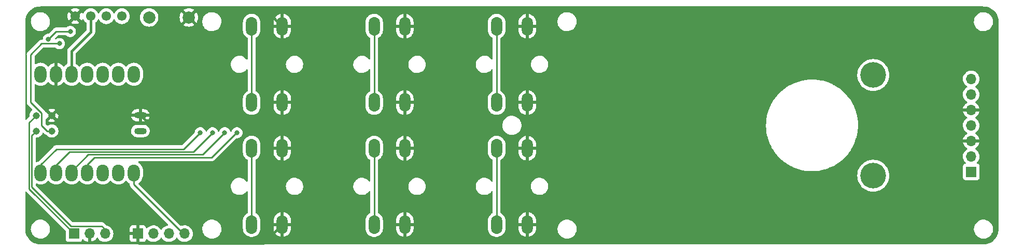
<source format=gbr>
%TF.GenerationSoftware,KiCad,Pcbnew,(6.0.1)*%
%TF.CreationDate,2023-01-09T23:16:33+09:00*%
%TF.ProjectId,yuiopPD,7975696f-7050-4442-9e6b-696361645f70,1*%
%TF.SameCoordinates,Original*%
%TF.FileFunction,Copper,L1,Top*%
%TF.FilePolarity,Positive*%
%FSLAX46Y46*%
G04 Gerber Fmt 4.6, Leading zero omitted, Abs format (unit mm)*
G04 Created by KiCad (PCBNEW (6.0.1)) date 2023-01-09 23:16:33*
%MOMM*%
%LPD*%
G01*
G04 APERTURE LIST*
%TA.AperFunction,ComponentPad*%
%ADD10O,1.850000X3.048000*%
%TD*%
%TA.AperFunction,ComponentPad*%
%ADD11R,1.700000X1.700000*%
%TD*%
%TA.AperFunction,ComponentPad*%
%ADD12O,1.700000X1.700000*%
%TD*%
%TA.AperFunction,ComponentPad*%
%ADD13C,1.550000*%
%TD*%
%TA.AperFunction,ComponentPad*%
%ADD14O,1.998980X2.748280*%
%TD*%
%TA.AperFunction,SMDPad,CuDef*%
%ADD15O,2.032000X1.016000*%
%TD*%
%TA.AperFunction,SMDPad,CuDef*%
%ADD16C,1.143000*%
%TD*%
%TA.AperFunction,WasherPad*%
%ADD17C,4.200000*%
%TD*%
%TA.AperFunction,ComponentPad*%
%ADD18C,2.000000*%
%TD*%
%TA.AperFunction,ViaPad*%
%ADD19C,0.800000*%
%TD*%
%TA.AperFunction,Conductor*%
%ADD20C,0.400000*%
%TD*%
%TA.AperFunction,Conductor*%
%ADD21C,0.250000*%
%TD*%
G04 APERTURE END LIST*
D10*
%TO.P,SW5,1,1*%
%TO.N,GND*%
X132500000Y-103750000D03*
X132500000Y-116250000D03*
%TO.P,SW5,2,2*%
%TO.N,/SDA*%
X127500000Y-116250000D03*
X127500000Y-103750000D03*
%TD*%
D11*
%TO.P,J2,1,Pin_1*%
%TO.N,GND*%
X88920000Y-117750000D03*
D12*
%TO.P,J2,2,Pin_2*%
%TO.N,unconnected-(J2-Pad2)*%
X91460000Y-117750000D03*
%TO.P,J2,3,Pin_3*%
%TO.N,unconnected-(J2-Pad3)*%
X94000000Y-117750000D03*
%TO.P,J2,4,Pin_4*%
%TO.N,/UART_TX*%
X96540000Y-117750000D03*
%TD*%
D10*
%TO.P,SW3,1,1*%
%TO.N,GND*%
X152500000Y-96250000D03*
X152500000Y-83750000D03*
%TO.P,SW3,2,2*%
%TO.N,Net-(SW3-Pad2)*%
X147500000Y-83750000D03*
X147500000Y-96250000D03*
%TD*%
D13*
%TO.P,J4,1,Pin_1*%
%TO.N,/SDA*%
X86310000Y-82100000D03*
%TO.P,J4,2,Pin_2*%
%TO.N,/SCL*%
X83770000Y-82100000D03*
%TO.P,J4,3,Pin_3*%
%TO.N,+3V3*%
X81230000Y-82100000D03*
%TO.P,J4,4,Pin_4*%
%TO.N,GND*%
X78690000Y-82100000D03*
%TD*%
D10*
%TO.P,SW4,1,1*%
%TO.N,GND*%
X152500000Y-103750000D03*
X152500000Y-116250000D03*
%TO.P,SW4,2,2*%
%TO.N,Net-(SW4-Pad2)*%
X147500000Y-116250000D03*
X147500000Y-103750000D03*
%TD*%
D14*
%TO.P,U1,1,PA02_A0_D0*%
%TO.N,Net-(SW1-Pad2)*%
X73000490Y-107781290D03*
%TO.P,U1,2,PA4_A1_D1*%
%TO.N,Net-(SW2-Pad2)*%
X75540490Y-107781290D03*
%TO.P,U1,3,PA10_A2_D2*%
%TO.N,Net-(SW3-Pad2)*%
X78080490Y-107781290D03*
%TO.P,U1,4,PA11_A3_D3*%
%TO.N,Net-(SW4-Pad2)*%
X80620490Y-107781290D03*
%TO.P,U1,5,PA8_A4_D4_SDA*%
%TO.N,/SDA*%
X83160490Y-107781290D03*
%TO.P,U1,6,PA9_A5_D5_SCL*%
%TO.N,/SCL*%
X85700490Y-107781290D03*
%TO.P,U1,7,PB08_A6_D6_TX*%
%TO.N,/UART_TX*%
X88240490Y-107781290D03*
%TO.P,U1,8,PB09_A7_D7_RX*%
%TO.N,/NCS*%
X88240490Y-91616730D03*
%TO.P,U1,9,PA7_A8_D8_SCK*%
%TO.N,/SCK*%
X85700490Y-91616730D03*
%TO.P,U1,10,PA5_A9_D9_MISO*%
%TO.N,/MISO*%
X83160490Y-91616730D03*
%TO.P,U1,11,PA6_A10_D10_MOSI*%
%TO.N,/MOSI*%
X80620490Y-91616730D03*
%TO.P,U1,12,3V3*%
%TO.N,+3V3*%
X78080490Y-91616730D03*
%TO.P,U1,13,GND*%
%TO.N,GND*%
X75540490Y-91616730D03*
%TO.P,U1,14,5V*%
%TO.N,unconnected-(U1-Pad14)*%
X73000490Y-91616730D03*
D15*
%TO.P,U1,15,5V*%
%TO.N,unconnected-(U1-Pad15)*%
X89318310Y-100914410D03*
%TO.P,U1,16,GND*%
%TO.N,GND*%
X89318310Y-98364410D03*
D16*
%TO.P,U1,17,PA31_SWDIO*%
%TO.N,/SWDIO*%
X72314123Y-100915607D03*
%TO.P,U1,18,PA30_SWCLK*%
%TO.N,/SWCLK*%
X72314123Y-98375607D03*
%TO.P,U1,19,RESET*%
%TO.N,/RESET*%
X74854123Y-100915607D03*
%TO.P,U1,20,GND*%
%TO.N,GND*%
X74854123Y-98375607D03*
%TD*%
D10*
%TO.P,SW2,1,1*%
%TO.N,GND*%
X132500000Y-83750000D03*
X132500000Y-96250000D03*
%TO.P,SW2,2,2*%
%TO.N,Net-(SW2-Pad2)*%
X127500000Y-96250000D03*
X127500000Y-83750000D03*
%TD*%
%TO.P,SW1,1,1*%
%TO.N,GND*%
X112500000Y-83750000D03*
X112500000Y-96250000D03*
%TO.P,SW1,2,2*%
%TO.N,Net-(SW1-Pad2)*%
X107500000Y-83750000D03*
X107500000Y-96250000D03*
%TD*%
D11*
%TO.P,J3,1,Pin_1*%
%TO.N,/SWCLK*%
X78475000Y-117750000D03*
D12*
%TO.P,J3,2,Pin_2*%
%TO.N,GND*%
X81015000Y-117750000D03*
%TO.P,J3,3,Pin_3*%
%TO.N,/SWDIO*%
X83555000Y-117750000D03*
%TD*%
D17*
%TO.P,J1,*%
%TO.N,*%
X209000000Y-108250000D03*
X209000000Y-91750000D03*
D11*
%TO.P,J1,1,Pin_1*%
%TO.N,/MISO*%
X225000000Y-107620000D03*
D12*
%TO.P,J1,2,Pin_2*%
%TO.N,/MOSI*%
X225000000Y-105080000D03*
%TO.P,J1,3,Pin_3*%
%TO.N,GND*%
X225000000Y-102540000D03*
%TO.P,J1,4,Pin_4*%
%TO.N,+3V3*%
X225000000Y-100000000D03*
%TO.P,J1,5,Pin_5*%
%TO.N,GND*%
X225000000Y-97460000D03*
%TO.P,J1,6,Pin_6*%
%TO.N,/NCS*%
X225000000Y-94920000D03*
%TO.P,J1,7,Pin_7*%
%TO.N,/SCK*%
X225000000Y-92380000D03*
%TD*%
D18*
%TO.P,RST1,1,1*%
%TO.N,/RESET*%
X90750000Y-82300000D03*
%TO.P,RST1,2,2*%
%TO.N,GND*%
X97250000Y-82300000D03*
%TD*%
D10*
%TO.P,SW6,1,1*%
%TO.N,GND*%
X112500000Y-116250000D03*
X112500000Y-103750000D03*
%TO.P,SW6,2,2*%
%TO.N,/SCL*%
X107500000Y-103750000D03*
X107500000Y-116250000D03*
%TD*%
D19*
%TO.N,GND*%
X218000000Y-92000000D03*
X218000000Y-108000000D03*
%TO.N,/RESET*%
X76100000Y-86600000D03*
%TO.N,Net-(SW1-Pad2)*%
X99100000Y-101200000D03*
%TO.N,Net-(SW2-Pad2)*%
X101100000Y-101200000D03*
%TO.N,Net-(SW3-Pad2)*%
X103100000Y-101200000D03*
%TO.N,Net-(SW4-Pad2)*%
X105100000Y-101200000D03*
%TO.N,/SDA*%
X74300000Y-85875500D03*
X77890500Y-84600000D03*
%TD*%
D20*
%TO.N,GND*%
X75540490Y-88959510D02*
X75540490Y-91616730D01*
X89318310Y-98364410D02*
X90153900Y-99200000D01*
X132500000Y-96250000D02*
X132500000Y-99100000D01*
X110050000Y-81300000D02*
X112500000Y-83750000D01*
X152500000Y-99500000D02*
X152500000Y-103750000D01*
X150500000Y-97500000D02*
X152500000Y-99500000D01*
X132500000Y-99100000D02*
X132500000Y-99400000D01*
X98450000Y-83500000D02*
X98450000Y-84650000D01*
X99800000Y-86000000D02*
X102200000Y-86000000D01*
X132500000Y-99400000D02*
X132500000Y-103750000D01*
X75540490Y-97689240D02*
X75540490Y-91616730D01*
X132500000Y-103750000D02*
X132500000Y-116250000D01*
X132300000Y-99200000D02*
X132500000Y-99400000D01*
X97250000Y-82300000D02*
X98450000Y-83500000D01*
X132500000Y-83750000D02*
X132500000Y-96250000D01*
X102200000Y-86000000D02*
X106900000Y-81300000D01*
X79700000Y-84800000D02*
X75540490Y-88959510D01*
X89100000Y-119300000D02*
X90220000Y-119300000D01*
X112500000Y-83750000D02*
X112500000Y-96250000D01*
X88920000Y-117750000D02*
X88920000Y-119120000D01*
X148100000Y-99100000D02*
X149700000Y-97500000D01*
X106900000Y-81300000D02*
X110050000Y-81300000D01*
X152500000Y-83750000D02*
X152500000Y-96250000D01*
X78690000Y-82100000D02*
X79700000Y-83110000D01*
X152500000Y-103750000D02*
X152500000Y-116250000D01*
X79700000Y-83110000D02*
X79700000Y-84800000D01*
X109550000Y-99200000D02*
X132300000Y-99200000D01*
X89318310Y-98364410D02*
X76215660Y-98364410D01*
X112500000Y-103750000D02*
X112500000Y-116250000D01*
X132500000Y-99100000D02*
X148100000Y-99100000D01*
X112500000Y-96250000D02*
X112500000Y-103750000D01*
X90153900Y-99200000D02*
X109550000Y-99200000D01*
X74854123Y-98375607D02*
X75540490Y-97689240D01*
X76215660Y-98364410D02*
X75540490Y-97689240D01*
X152500000Y-96250000D02*
X152500000Y-99500000D01*
X90220000Y-119300000D02*
X109450000Y-119300000D01*
X88920000Y-119120000D02*
X89100000Y-119300000D01*
X98450000Y-84650000D02*
X99800000Y-86000000D01*
X149700000Y-97500000D02*
X150500000Y-97500000D01*
X109450000Y-119300000D02*
X112500000Y-116250000D01*
%TO.N,+3V3*%
X78080490Y-91616730D02*
X78080490Y-87819510D01*
X78080490Y-87819510D02*
X81230000Y-84670000D01*
X81230000Y-82000000D02*
X81230000Y-84670000D01*
D21*
%TO.N,/UART_TX*%
X88240490Y-107781290D02*
X88240490Y-109700490D01*
X88240490Y-109700490D02*
X96540000Y-118000000D01*
%TO.N,/SWCLK*%
X78475000Y-117725000D02*
X71150480Y-110400480D01*
X71150480Y-110400480D02*
X71150480Y-99539250D01*
X71150480Y-99539250D02*
X72314123Y-98375607D01*
%TO.N,/SWDIO*%
X83000000Y-116500000D02*
X78000000Y-116500000D01*
X78000000Y-116500000D02*
X71600000Y-110100000D01*
X71600000Y-101629730D02*
X72314123Y-100915607D01*
X83555000Y-118000000D02*
X83555000Y-117055000D01*
X71600000Y-110100000D02*
X71600000Y-101629730D01*
X83555000Y-117055000D02*
X83000000Y-116500000D01*
%TO.N,/RESET*%
X71400000Y-96194332D02*
X73210134Y-98004466D01*
X73200000Y-86600000D02*
X71400000Y-88400000D01*
X76100000Y-86600000D02*
X73200000Y-86600000D01*
X73210134Y-100010134D02*
X74115607Y-100915607D01*
X74115607Y-100915607D02*
X74854123Y-100915607D01*
X71400000Y-88400000D02*
X71400000Y-96194332D01*
X73210134Y-98004466D02*
X73210134Y-100010134D01*
%TO.N,Net-(SW1-Pad2)*%
X73000490Y-107781290D02*
X73000490Y-106490400D01*
X96399040Y-103900960D02*
X99100000Y-101200000D01*
X107500000Y-83750000D02*
X107500000Y-96250000D01*
X73000490Y-106490400D02*
X75589930Y-103900960D01*
X75589930Y-103900960D02*
X96399040Y-103900960D01*
%TO.N,Net-(SW2-Pad2)*%
X75540490Y-106559510D02*
X77749520Y-104350480D01*
X97949520Y-104350480D02*
X101100000Y-101200000D01*
X77749520Y-104350480D02*
X97949520Y-104350480D01*
X127500000Y-83750000D02*
X127500000Y-96250000D01*
X75540490Y-107781290D02*
X75540490Y-106559510D01*
%TO.N,Net-(SW3-Pad2)*%
X147500000Y-96250000D02*
X147500000Y-83750000D01*
X80800000Y-104800000D02*
X78080490Y-107519510D01*
X78080490Y-107519510D02*
X78080490Y-107781290D01*
X99500000Y-104800000D02*
X80800000Y-104800000D01*
X103100000Y-101200000D02*
X99500000Y-104800000D01*
%TO.N,Net-(SW4-Pad2)*%
X100950480Y-105249520D02*
X81850480Y-105249520D01*
X105100000Y-101200000D02*
X105000000Y-101200000D01*
X81850480Y-105249520D02*
X80620490Y-106479510D01*
X105000000Y-101200000D02*
X100950480Y-105249520D01*
X147500000Y-103750000D02*
X147500000Y-116250000D01*
X80620490Y-106479510D02*
X80620490Y-107781290D01*
%TO.N,/SDA*%
X127500000Y-116250000D02*
X127500000Y-103750000D01*
X75575500Y-84600000D02*
X77890500Y-84600000D01*
X74300000Y-85875500D02*
X75575500Y-84600000D01*
%TO.N,/SCL*%
X107500000Y-103750000D02*
X107500000Y-116250000D01*
%TD*%
%TA.AperFunction,Conductor*%
%TO.N,GND*%
G36*
X226970057Y-80509500D02*
G01*
X226984858Y-80511805D01*
X226984861Y-80511805D01*
X226993730Y-80513186D01*
X227010899Y-80510941D01*
X227034839Y-80510108D01*
X227292770Y-80525710D01*
X227307874Y-80527544D01*
X227378648Y-80540514D01*
X227588879Y-80579040D01*
X227603641Y-80582678D01*
X227876408Y-80667675D01*
X227890627Y-80673069D01*
X228151140Y-80790316D01*
X228164609Y-80797385D01*
X228409095Y-80945182D01*
X228421617Y-80953825D01*
X228646507Y-81130016D01*
X228657895Y-81140106D01*
X228859894Y-81342105D01*
X228869984Y-81353493D01*
X229046175Y-81578383D01*
X229054818Y-81590905D01*
X229202615Y-81835391D01*
X229209684Y-81848860D01*
X229316947Y-82087188D01*
X229326930Y-82109370D01*
X229332325Y-82123592D01*
X229396347Y-82329044D01*
X229417321Y-82396353D01*
X229420960Y-82411121D01*
X229443695Y-82535178D01*
X229472456Y-82692126D01*
X229474290Y-82707230D01*
X229489455Y-82957929D01*
X229488198Y-82984639D01*
X229488195Y-82984859D01*
X229486814Y-82993730D01*
X229487978Y-83002632D01*
X229487978Y-83002635D01*
X229490936Y-83025251D01*
X229492000Y-83041589D01*
X229492000Y-116950672D01*
X229490500Y-116970056D01*
X229486814Y-116993730D01*
X229488454Y-117006270D01*
X229489059Y-117010897D01*
X229489892Y-117034839D01*
X229474290Y-117292770D01*
X229472456Y-117307874D01*
X229425565Y-117563757D01*
X229420962Y-117588873D01*
X229417322Y-117603641D01*
X229370399Y-117754223D01*
X229332326Y-117876404D01*
X229326931Y-117890627D01*
X229246849Y-118068564D01*
X229209686Y-118151136D01*
X229202615Y-118164609D01*
X229054818Y-118409095D01*
X229046175Y-118421617D01*
X228869984Y-118646507D01*
X228859894Y-118657895D01*
X228657895Y-118859894D01*
X228646507Y-118869984D01*
X228421617Y-119046175D01*
X228409095Y-119054818D01*
X228164609Y-119202615D01*
X228151140Y-119209684D01*
X227890630Y-119326930D01*
X227876408Y-119332325D01*
X227603641Y-119417322D01*
X227588879Y-119420960D01*
X227378648Y-119459486D01*
X227307874Y-119472456D01*
X227292770Y-119474290D01*
X227042071Y-119489455D01*
X227015361Y-119488198D01*
X227015141Y-119488195D01*
X227006270Y-119486814D01*
X226997368Y-119487978D01*
X226997365Y-119487978D01*
X226974749Y-119490936D01*
X226958411Y-119492000D01*
X73049328Y-119492000D01*
X73029943Y-119490500D01*
X73015142Y-119488195D01*
X73015139Y-119488195D01*
X73006270Y-119486814D01*
X72989101Y-119489059D01*
X72965161Y-119489892D01*
X72707230Y-119474290D01*
X72692126Y-119472456D01*
X72621352Y-119459486D01*
X72411121Y-119420960D01*
X72396359Y-119417322D01*
X72123592Y-119332325D01*
X72109370Y-119326930D01*
X71848860Y-119209684D01*
X71835391Y-119202615D01*
X71590905Y-119054818D01*
X71578383Y-119046175D01*
X71353493Y-118869984D01*
X71342105Y-118859894D01*
X71140106Y-118657895D01*
X71130016Y-118646507D01*
X70953825Y-118421617D01*
X70945182Y-118409095D01*
X70797385Y-118164609D01*
X70790314Y-118151136D01*
X70753152Y-118068564D01*
X70673069Y-117890627D01*
X70667674Y-117876404D01*
X70629601Y-117754223D01*
X70582678Y-117603641D01*
X70579038Y-117588873D01*
X70574436Y-117563757D01*
X70527544Y-117307874D01*
X70525710Y-117292770D01*
X70511301Y-117054568D01*
X71437382Y-117054568D01*
X71437963Y-117059588D01*
X71437963Y-117059592D01*
X71446515Y-117133500D01*
X71466208Y-117303699D01*
X71467587Y-117308573D01*
X71467588Y-117308577D01*
X71533116Y-117540148D01*
X71534494Y-117545017D01*
X71536628Y-117549592D01*
X71536630Y-117549599D01*
X71633791Y-117757960D01*
X71640484Y-117772313D01*
X71643326Y-117776494D01*
X71643326Y-117776495D01*
X71778605Y-117975552D01*
X71778608Y-117975556D01*
X71781451Y-117979739D01*
X71784928Y-117983416D01*
X71784929Y-117983417D01*
X71885238Y-118089491D01*
X71953767Y-118161959D01*
X71957793Y-118165037D01*
X71957794Y-118165038D01*
X72148981Y-118311212D01*
X72148985Y-118311215D01*
X72153001Y-118314285D01*
X72374026Y-118432797D01*
X72378807Y-118434443D01*
X72378811Y-118434445D01*
X72604538Y-118512169D01*
X72611156Y-118514448D01*
X72714689Y-118532331D01*
X72854380Y-118556460D01*
X72854386Y-118556461D01*
X72858290Y-118557135D01*
X72862251Y-118557315D01*
X72862252Y-118557315D01*
X72886931Y-118558436D01*
X72886950Y-118558436D01*
X72888350Y-118558500D01*
X73063015Y-118558500D01*
X73065523Y-118558298D01*
X73065528Y-118558298D01*
X73244944Y-118543863D01*
X73244949Y-118543862D01*
X73249985Y-118543457D01*
X73254893Y-118542252D01*
X73254896Y-118542251D01*
X73488625Y-118484841D01*
X73493539Y-118483634D01*
X73498191Y-118481659D01*
X73498195Y-118481658D01*
X73719741Y-118387617D01*
X73719742Y-118387617D01*
X73724396Y-118385641D01*
X73891956Y-118280123D01*
X73932334Y-118254696D01*
X73932335Y-118254695D01*
X73936615Y-118252000D01*
X74124738Y-118086147D01*
X74283924Y-117892351D01*
X74410078Y-117675596D01*
X74499955Y-117441461D01*
X74518985Y-117350372D01*
X74550206Y-117200921D01*
X74551241Y-117195967D01*
X74554536Y-117123420D01*
X74557887Y-117049618D01*
X74562618Y-116945432D01*
X74560768Y-116929437D01*
X74538197Y-116734373D01*
X74533792Y-116696301D01*
X74511579Y-116617800D01*
X74466884Y-116459852D01*
X74466883Y-116459850D01*
X74465506Y-116454983D01*
X74463372Y-116450408D01*
X74463370Y-116450401D01*
X74361653Y-116232269D01*
X74361651Y-116232265D01*
X74359516Y-116227687D01*
X74356674Y-116223505D01*
X74221395Y-116024448D01*
X74221392Y-116024444D01*
X74218549Y-116020261D01*
X74194027Y-115994329D01*
X74049713Y-115841721D01*
X74046233Y-115838041D01*
X74035186Y-115829595D01*
X73851019Y-115688788D01*
X73851015Y-115688785D01*
X73846999Y-115685715D01*
X73625974Y-115567203D01*
X73621193Y-115565557D01*
X73621189Y-115565555D01*
X73393633Y-115487201D01*
X73388844Y-115485552D01*
X73285311Y-115467669D01*
X73145620Y-115443540D01*
X73145614Y-115443539D01*
X73141710Y-115442865D01*
X73137749Y-115442685D01*
X73137748Y-115442685D01*
X73113069Y-115441564D01*
X73113050Y-115441564D01*
X73111650Y-115441500D01*
X72936985Y-115441500D01*
X72934477Y-115441702D01*
X72934472Y-115441702D01*
X72755056Y-115456137D01*
X72755051Y-115456138D01*
X72750015Y-115456543D01*
X72745107Y-115457748D01*
X72745104Y-115457749D01*
X72513326Y-115514680D01*
X72506461Y-115516366D01*
X72501809Y-115518341D01*
X72501805Y-115518342D01*
X72323908Y-115593855D01*
X72275604Y-115614359D01*
X72063385Y-115748000D01*
X72059591Y-115751345D01*
X71883824Y-115906305D01*
X71875262Y-115913853D01*
X71716076Y-116107649D01*
X71589922Y-116324404D01*
X71588109Y-116329127D01*
X71588108Y-116329129D01*
X71551091Y-116425562D01*
X71500045Y-116558539D01*
X71499012Y-116563485D01*
X71499010Y-116563491D01*
X71463312Y-116734373D01*
X71448759Y-116804033D01*
X71448530Y-116809082D01*
X71448529Y-116809088D01*
X71444928Y-116888401D01*
X71437382Y-117054568D01*
X70511301Y-117054568D01*
X70510545Y-117042071D01*
X70511802Y-117015361D01*
X70511805Y-117015141D01*
X70513186Y-117006270D01*
X70511547Y-116993730D01*
X70509064Y-116974749D01*
X70508000Y-116958411D01*
X70508000Y-110958918D01*
X70528002Y-110890797D01*
X70581658Y-110844304D01*
X70651932Y-110834200D01*
X70714312Y-110861831D01*
X70719081Y-110865776D01*
X70727864Y-110873768D01*
X77079595Y-117225499D01*
X77113621Y-117287811D01*
X77116500Y-117314594D01*
X77116500Y-118648134D01*
X77123255Y-118710316D01*
X77174385Y-118846705D01*
X77261739Y-118963261D01*
X77378295Y-119050615D01*
X77514684Y-119101745D01*
X77576866Y-119108500D01*
X79373134Y-119108500D01*
X79435316Y-119101745D01*
X79571705Y-119050615D01*
X79688261Y-118963261D01*
X79775615Y-118846705D01*
X79819798Y-118728848D01*
X79862440Y-118672084D01*
X79929001Y-118647384D01*
X79998350Y-118662592D01*
X80033017Y-118690580D01*
X80058218Y-118719673D01*
X80065580Y-118726883D01*
X80229434Y-118862916D01*
X80237881Y-118868831D01*
X80421756Y-118976279D01*
X80431042Y-118980729D01*
X80630001Y-119056703D01*
X80639899Y-119059579D01*
X80743250Y-119080606D01*
X80757299Y-119079410D01*
X80761000Y-119069065D01*
X80761000Y-117622000D01*
X80781002Y-117553879D01*
X80834658Y-117507386D01*
X80887000Y-117496000D01*
X81143000Y-117496000D01*
X81211121Y-117516002D01*
X81257614Y-117569658D01*
X81269000Y-117622000D01*
X81269000Y-119068517D01*
X81273064Y-119082359D01*
X81286478Y-119084393D01*
X81293184Y-119083534D01*
X81303262Y-119081392D01*
X81507255Y-119020191D01*
X81516842Y-119016433D01*
X81708095Y-118922739D01*
X81716945Y-118917464D01*
X81890328Y-118793792D01*
X81898200Y-118787139D01*
X82049052Y-118636812D01*
X82055730Y-118628965D01*
X82183022Y-118451819D01*
X82184279Y-118452722D01*
X82231373Y-118409362D01*
X82301311Y-118397145D01*
X82366751Y-118424678D01*
X82394579Y-118456511D01*
X82454987Y-118555088D01*
X82601250Y-118723938D01*
X82773126Y-118866632D01*
X82966000Y-118979338D01*
X83174692Y-119059030D01*
X83179760Y-119060061D01*
X83179763Y-119060062D01*
X83274862Y-119079410D01*
X83393597Y-119103567D01*
X83398772Y-119103757D01*
X83398774Y-119103757D01*
X83611673Y-119111564D01*
X83611677Y-119111564D01*
X83616837Y-119111753D01*
X83621957Y-119111097D01*
X83621959Y-119111097D01*
X83833288Y-119084025D01*
X83833289Y-119084025D01*
X83838416Y-119083368D01*
X83843366Y-119081883D01*
X84047429Y-119020661D01*
X84047434Y-119020659D01*
X84052384Y-119019174D01*
X84252994Y-118920896D01*
X84434860Y-118791173D01*
X84581877Y-118644669D01*
X87562001Y-118644669D01*
X87562371Y-118651490D01*
X87567895Y-118702352D01*
X87571521Y-118717604D01*
X87616676Y-118838054D01*
X87625214Y-118853649D01*
X87701715Y-118955724D01*
X87714276Y-118968285D01*
X87816351Y-119044786D01*
X87831946Y-119053324D01*
X87952394Y-119098478D01*
X87967649Y-119102105D01*
X88018514Y-119107631D01*
X88025328Y-119108000D01*
X88647885Y-119108000D01*
X88663124Y-119103525D01*
X88664329Y-119102135D01*
X88666000Y-119094452D01*
X88666000Y-118022115D01*
X88661525Y-118006876D01*
X88660135Y-118005671D01*
X88652452Y-118004000D01*
X87580116Y-118004000D01*
X87564877Y-118008475D01*
X87563672Y-118009865D01*
X87562001Y-118017548D01*
X87562001Y-118644669D01*
X84581877Y-118644669D01*
X84593096Y-118633489D01*
X84657499Y-118543863D01*
X84720435Y-118456277D01*
X84723453Y-118452077D01*
X84736995Y-118424678D01*
X84820136Y-118256453D01*
X84820137Y-118256451D01*
X84822430Y-118251811D01*
X84887370Y-118038069D01*
X84916529Y-117816590D01*
X84918156Y-117750000D01*
X84899852Y-117527361D01*
X84887424Y-117477885D01*
X87562000Y-117477885D01*
X87566475Y-117493124D01*
X87567865Y-117494329D01*
X87575548Y-117496000D01*
X88647885Y-117496000D01*
X88663124Y-117491525D01*
X88664329Y-117490135D01*
X88666000Y-117482452D01*
X88666000Y-116410116D01*
X88661525Y-116394877D01*
X88660135Y-116393672D01*
X88652452Y-116392001D01*
X88025331Y-116392001D01*
X88018510Y-116392371D01*
X87967648Y-116397895D01*
X87952396Y-116401521D01*
X87831946Y-116446676D01*
X87816351Y-116455214D01*
X87714276Y-116531715D01*
X87701715Y-116544276D01*
X87625214Y-116646351D01*
X87616676Y-116661946D01*
X87571522Y-116782394D01*
X87567895Y-116797649D01*
X87562369Y-116848514D01*
X87562000Y-116855328D01*
X87562000Y-117477885D01*
X84887424Y-117477885D01*
X84845431Y-117310702D01*
X84756354Y-117105840D01*
X84702651Y-117022828D01*
X84637822Y-116922617D01*
X84637820Y-116922614D01*
X84635014Y-116918277D01*
X84484670Y-116753051D01*
X84480619Y-116749852D01*
X84480615Y-116749848D01*
X84313414Y-116617800D01*
X84313410Y-116617798D01*
X84309359Y-116614598D01*
X84113789Y-116506638D01*
X84108920Y-116504914D01*
X84108916Y-116504912D01*
X83908081Y-116433793D01*
X83908079Y-116433792D01*
X83903212Y-116432069D01*
X83898126Y-116431163D01*
X83898122Y-116431162D01*
X83853271Y-116423173D01*
X83850660Y-116422708D01*
X83783661Y-116387756D01*
X83503652Y-116107747D01*
X83496112Y-116099461D01*
X83492000Y-116092982D01*
X83442348Y-116046356D01*
X83439507Y-116043602D01*
X83419770Y-116023865D01*
X83416573Y-116021385D01*
X83407551Y-116013680D01*
X83381100Y-115988841D01*
X83375321Y-115983414D01*
X83368375Y-115979595D01*
X83368372Y-115979593D01*
X83357566Y-115973652D01*
X83341047Y-115962801D01*
X83340583Y-115962441D01*
X83325041Y-115950386D01*
X83317772Y-115947241D01*
X83317768Y-115947238D01*
X83284463Y-115932826D01*
X83273813Y-115927609D01*
X83235060Y-115906305D01*
X83215437Y-115901267D01*
X83196734Y-115894863D01*
X83185420Y-115889967D01*
X83185419Y-115889967D01*
X83178145Y-115886819D01*
X83170322Y-115885580D01*
X83170312Y-115885577D01*
X83134476Y-115879901D01*
X83122856Y-115877495D01*
X83087711Y-115868472D01*
X83087710Y-115868472D01*
X83080030Y-115866500D01*
X83059776Y-115866500D01*
X83040065Y-115864949D01*
X83027886Y-115863020D01*
X83020057Y-115861780D01*
X83012165Y-115862526D01*
X82976039Y-115865941D01*
X82964181Y-115866500D01*
X78314594Y-115866500D01*
X78246473Y-115846498D01*
X78225499Y-115829595D01*
X72270405Y-109874500D01*
X72236379Y-109812188D01*
X72233500Y-109785405D01*
X72233500Y-109660162D01*
X72253502Y-109592041D01*
X72307158Y-109545548D01*
X72377432Y-109535444D01*
X72404653Y-109542531D01*
X72416775Y-109547184D01*
X72568608Y-109605467D01*
X72568611Y-109605468D01*
X72573337Y-109607282D01*
X72810874Y-109656906D01*
X72815923Y-109657135D01*
X72815929Y-109657136D01*
X72926548Y-109662159D01*
X73053289Y-109667914D01*
X73058309Y-109667333D01*
X73058313Y-109667333D01*
X73177815Y-109653506D01*
X73294346Y-109640023D01*
X73299220Y-109638644D01*
X73299224Y-109638643D01*
X73522974Y-109575328D01*
X73522976Y-109575327D01*
X73527843Y-109573950D01*
X73532418Y-109571816D01*
X73532425Y-109571814D01*
X73743191Y-109473532D01*
X73743195Y-109473530D01*
X73747773Y-109471395D01*
X73751955Y-109468553D01*
X73944289Y-109337843D01*
X73944293Y-109337840D01*
X73948476Y-109334997D01*
X74124791Y-109168265D01*
X74169929Y-109109227D01*
X74227191Y-109067261D01*
X74298055Y-109062916D01*
X74364537Y-109102433D01*
X74486196Y-109240429D01*
X74486199Y-109240432D01*
X74489544Y-109244226D01*
X74677060Y-109398253D01*
X74886789Y-109520319D01*
X74891515Y-109522133D01*
X74891519Y-109522135D01*
X75108608Y-109605467D01*
X75108611Y-109605468D01*
X75113337Y-109607282D01*
X75350874Y-109656906D01*
X75355923Y-109657135D01*
X75355929Y-109657136D01*
X75466548Y-109662159D01*
X75593289Y-109667914D01*
X75598309Y-109667333D01*
X75598313Y-109667333D01*
X75717815Y-109653506D01*
X75834346Y-109640023D01*
X75839220Y-109638644D01*
X75839224Y-109638643D01*
X76062974Y-109575328D01*
X76062976Y-109575327D01*
X76067843Y-109573950D01*
X76072418Y-109571816D01*
X76072425Y-109571814D01*
X76283191Y-109473532D01*
X76283195Y-109473530D01*
X76287773Y-109471395D01*
X76291955Y-109468553D01*
X76484289Y-109337843D01*
X76484293Y-109337840D01*
X76488476Y-109334997D01*
X76664791Y-109168265D01*
X76709929Y-109109227D01*
X76767191Y-109067261D01*
X76838055Y-109062916D01*
X76904537Y-109102433D01*
X77026196Y-109240429D01*
X77026199Y-109240432D01*
X77029544Y-109244226D01*
X77217060Y-109398253D01*
X77426789Y-109520319D01*
X77431515Y-109522133D01*
X77431519Y-109522135D01*
X77648608Y-109605467D01*
X77648611Y-109605468D01*
X77653337Y-109607282D01*
X77890874Y-109656906D01*
X77895923Y-109657135D01*
X77895929Y-109657136D01*
X78006548Y-109662159D01*
X78133289Y-109667914D01*
X78138309Y-109667333D01*
X78138313Y-109667333D01*
X78257815Y-109653506D01*
X78374346Y-109640023D01*
X78379220Y-109638644D01*
X78379224Y-109638643D01*
X78602974Y-109575328D01*
X78602976Y-109575327D01*
X78607843Y-109573950D01*
X78612418Y-109571816D01*
X78612425Y-109571814D01*
X78823191Y-109473532D01*
X78823195Y-109473530D01*
X78827773Y-109471395D01*
X78831955Y-109468553D01*
X79024289Y-109337843D01*
X79024293Y-109337840D01*
X79028476Y-109334997D01*
X79204791Y-109168265D01*
X79249929Y-109109227D01*
X79307191Y-109067261D01*
X79378055Y-109062916D01*
X79444537Y-109102433D01*
X79566196Y-109240429D01*
X79566199Y-109240432D01*
X79569544Y-109244226D01*
X79757060Y-109398253D01*
X79966789Y-109520319D01*
X79971515Y-109522133D01*
X79971519Y-109522135D01*
X80188608Y-109605467D01*
X80188611Y-109605468D01*
X80193337Y-109607282D01*
X80430874Y-109656906D01*
X80435923Y-109657135D01*
X80435929Y-109657136D01*
X80546548Y-109662159D01*
X80673289Y-109667914D01*
X80678309Y-109667333D01*
X80678313Y-109667333D01*
X80797815Y-109653506D01*
X80914346Y-109640023D01*
X80919220Y-109638644D01*
X80919224Y-109638643D01*
X81142974Y-109575328D01*
X81142976Y-109575327D01*
X81147843Y-109573950D01*
X81152418Y-109571816D01*
X81152425Y-109571814D01*
X81363191Y-109473532D01*
X81363195Y-109473530D01*
X81367773Y-109471395D01*
X81371955Y-109468553D01*
X81564289Y-109337843D01*
X81564293Y-109337840D01*
X81568476Y-109334997D01*
X81744791Y-109168265D01*
X81789929Y-109109227D01*
X81847191Y-109067261D01*
X81918055Y-109062916D01*
X81984537Y-109102433D01*
X82106196Y-109240429D01*
X82106199Y-109240432D01*
X82109544Y-109244226D01*
X82297060Y-109398253D01*
X82506789Y-109520319D01*
X82511515Y-109522133D01*
X82511519Y-109522135D01*
X82728608Y-109605467D01*
X82728611Y-109605468D01*
X82733337Y-109607282D01*
X82970874Y-109656906D01*
X82975923Y-109657135D01*
X82975929Y-109657136D01*
X83086548Y-109662159D01*
X83213289Y-109667914D01*
X83218309Y-109667333D01*
X83218313Y-109667333D01*
X83337815Y-109653506D01*
X83454346Y-109640023D01*
X83459220Y-109638644D01*
X83459224Y-109638643D01*
X83682974Y-109575328D01*
X83682976Y-109575327D01*
X83687843Y-109573950D01*
X83692418Y-109571816D01*
X83692425Y-109571814D01*
X83903191Y-109473532D01*
X83903195Y-109473530D01*
X83907773Y-109471395D01*
X83911955Y-109468553D01*
X84104289Y-109337843D01*
X84104293Y-109337840D01*
X84108476Y-109334997D01*
X84284791Y-109168265D01*
X84329929Y-109109227D01*
X84387191Y-109067261D01*
X84458055Y-109062916D01*
X84524537Y-109102433D01*
X84646196Y-109240429D01*
X84646199Y-109240432D01*
X84649544Y-109244226D01*
X84837060Y-109398253D01*
X85046789Y-109520319D01*
X85051515Y-109522133D01*
X85051519Y-109522135D01*
X85268608Y-109605467D01*
X85268611Y-109605468D01*
X85273337Y-109607282D01*
X85510874Y-109656906D01*
X85515923Y-109657135D01*
X85515929Y-109657136D01*
X85626548Y-109662159D01*
X85753289Y-109667914D01*
X85758309Y-109667333D01*
X85758313Y-109667333D01*
X85877815Y-109653506D01*
X85994346Y-109640023D01*
X85999220Y-109638644D01*
X85999224Y-109638643D01*
X86222974Y-109575328D01*
X86222976Y-109575327D01*
X86227843Y-109573950D01*
X86232418Y-109571816D01*
X86232425Y-109571814D01*
X86443191Y-109473532D01*
X86443195Y-109473530D01*
X86447773Y-109471395D01*
X86451955Y-109468553D01*
X86644289Y-109337843D01*
X86644293Y-109337840D01*
X86648476Y-109334997D01*
X86824791Y-109168265D01*
X86869929Y-109109227D01*
X86927191Y-109067261D01*
X86998055Y-109062916D01*
X87064537Y-109102433D01*
X87186196Y-109240429D01*
X87186199Y-109240432D01*
X87189544Y-109244226D01*
X87377060Y-109398253D01*
X87514984Y-109478527D01*
X87544371Y-109495631D01*
X87593184Y-109547184D01*
X87606990Y-109604529D01*
X87606990Y-109621723D01*
X87606463Y-109632906D01*
X87604788Y-109640399D01*
X87605037Y-109648325D01*
X87605037Y-109648326D01*
X87606928Y-109708476D01*
X87606990Y-109712435D01*
X87606990Y-109740346D01*
X87607487Y-109744280D01*
X87607487Y-109744281D01*
X87607495Y-109744346D01*
X87608428Y-109756183D01*
X87609817Y-109800379D01*
X87613248Y-109812188D01*
X87615468Y-109819829D01*
X87619477Y-109839190D01*
X87622016Y-109859287D01*
X87624935Y-109866658D01*
X87624935Y-109866660D01*
X87638294Y-109900402D01*
X87642139Y-109911632D01*
X87654472Y-109954083D01*
X87658505Y-109960902D01*
X87658507Y-109960907D01*
X87664783Y-109971518D01*
X87673478Y-109989266D01*
X87680938Y-110008107D01*
X87685600Y-110014523D01*
X87685600Y-110014524D01*
X87706926Y-110043877D01*
X87713442Y-110053797D01*
X87735948Y-110091852D01*
X87750269Y-110106173D01*
X87763109Y-110121206D01*
X87775018Y-110137597D01*
X87781124Y-110142648D01*
X87809095Y-110165788D01*
X87817874Y-110173778D01*
X93841098Y-116197002D01*
X93875124Y-116259314D01*
X93870059Y-116330129D01*
X93827512Y-116386965D01*
X93771062Y-116410647D01*
X93746152Y-116414458D01*
X93689205Y-116423172D01*
X93689200Y-116423173D01*
X93684091Y-116423955D01*
X93471756Y-116493357D01*
X93273607Y-116596507D01*
X93269474Y-116599610D01*
X93269471Y-116599612D01*
X93133990Y-116701334D01*
X93094965Y-116730635D01*
X92940629Y-116892138D01*
X92833201Y-117049621D01*
X92778293Y-117094621D01*
X92707768Y-117102792D01*
X92644021Y-117071538D01*
X92623324Y-117047054D01*
X92542822Y-116922617D01*
X92542820Y-116922614D01*
X92540014Y-116918277D01*
X92389670Y-116753051D01*
X92385619Y-116749852D01*
X92385615Y-116749848D01*
X92218414Y-116617800D01*
X92218410Y-116617798D01*
X92214359Y-116614598D01*
X92018789Y-116506638D01*
X92013920Y-116504914D01*
X92013916Y-116504912D01*
X91813087Y-116433795D01*
X91813083Y-116433794D01*
X91808212Y-116432069D01*
X91803119Y-116431162D01*
X91803116Y-116431161D01*
X91593373Y-116393800D01*
X91593367Y-116393799D01*
X91588284Y-116392894D01*
X91514452Y-116391992D01*
X91370081Y-116390228D01*
X91370079Y-116390228D01*
X91364911Y-116390165D01*
X91144091Y-116423955D01*
X90931756Y-116493357D01*
X90733607Y-116596507D01*
X90729474Y-116599610D01*
X90729471Y-116599612D01*
X90593990Y-116701334D01*
X90554965Y-116730635D01*
X90551393Y-116734373D01*
X90473898Y-116815466D01*
X90412374Y-116850895D01*
X90341462Y-116847438D01*
X90283676Y-116806192D01*
X90264823Y-116772644D01*
X90223324Y-116661946D01*
X90214786Y-116646351D01*
X90138285Y-116544276D01*
X90125724Y-116531715D01*
X90023649Y-116455214D01*
X90008054Y-116446676D01*
X89887606Y-116401522D01*
X89872351Y-116397895D01*
X89821486Y-116392369D01*
X89814672Y-116392000D01*
X89192115Y-116392000D01*
X89176876Y-116396475D01*
X89175671Y-116397865D01*
X89174000Y-116405548D01*
X89174000Y-119089884D01*
X89178475Y-119105123D01*
X89179865Y-119106328D01*
X89187548Y-119107999D01*
X89814669Y-119107999D01*
X89821490Y-119107629D01*
X89872352Y-119102105D01*
X89887604Y-119098479D01*
X90008054Y-119053324D01*
X90023649Y-119044786D01*
X90125724Y-118968285D01*
X90138285Y-118955724D01*
X90214786Y-118853649D01*
X90223324Y-118838054D01*
X90264225Y-118728952D01*
X90306867Y-118672188D01*
X90373428Y-118647488D01*
X90442777Y-118662696D01*
X90477444Y-118690684D01*
X90502865Y-118720031D01*
X90502869Y-118720035D01*
X90506250Y-118723938D01*
X90678126Y-118866632D01*
X90871000Y-118979338D01*
X91079692Y-119059030D01*
X91084760Y-119060061D01*
X91084763Y-119060062D01*
X91179862Y-119079410D01*
X91298597Y-119103567D01*
X91303772Y-119103757D01*
X91303774Y-119103757D01*
X91516673Y-119111564D01*
X91516677Y-119111564D01*
X91521837Y-119111753D01*
X91526957Y-119111097D01*
X91526959Y-119111097D01*
X91738288Y-119084025D01*
X91738289Y-119084025D01*
X91743416Y-119083368D01*
X91748366Y-119081883D01*
X91952429Y-119020661D01*
X91952434Y-119020659D01*
X91957384Y-119019174D01*
X92157994Y-118920896D01*
X92339860Y-118791173D01*
X92498096Y-118633489D01*
X92562499Y-118543863D01*
X92628453Y-118452077D01*
X92629776Y-118453028D01*
X92676645Y-118409857D01*
X92746580Y-118397625D01*
X92812026Y-118425144D01*
X92839875Y-118456994D01*
X92899987Y-118555088D01*
X93046250Y-118723938D01*
X93218126Y-118866632D01*
X93411000Y-118979338D01*
X93619692Y-119059030D01*
X93624760Y-119060061D01*
X93624763Y-119060062D01*
X93719862Y-119079410D01*
X93838597Y-119103567D01*
X93843772Y-119103757D01*
X93843774Y-119103757D01*
X94056673Y-119111564D01*
X94056677Y-119111564D01*
X94061837Y-119111753D01*
X94066957Y-119111097D01*
X94066959Y-119111097D01*
X94278288Y-119084025D01*
X94278289Y-119084025D01*
X94283416Y-119083368D01*
X94288366Y-119081883D01*
X94492429Y-119020661D01*
X94492434Y-119020659D01*
X94497384Y-119019174D01*
X94697994Y-118920896D01*
X94879860Y-118791173D01*
X95038096Y-118633489D01*
X95102499Y-118543863D01*
X95168453Y-118452077D01*
X95169776Y-118453028D01*
X95216645Y-118409857D01*
X95286580Y-118397625D01*
X95352026Y-118425144D01*
X95379875Y-118456994D01*
X95439987Y-118555088D01*
X95586250Y-118723938D01*
X95758126Y-118866632D01*
X95951000Y-118979338D01*
X96159692Y-119059030D01*
X96164760Y-119060061D01*
X96164763Y-119060062D01*
X96259862Y-119079410D01*
X96378597Y-119103567D01*
X96383772Y-119103757D01*
X96383774Y-119103757D01*
X96596673Y-119111564D01*
X96596677Y-119111564D01*
X96601837Y-119111753D01*
X96606957Y-119111097D01*
X96606959Y-119111097D01*
X96818288Y-119084025D01*
X96818289Y-119084025D01*
X96823416Y-119083368D01*
X96828366Y-119081883D01*
X97032429Y-119020661D01*
X97032434Y-119020659D01*
X97037384Y-119019174D01*
X97237994Y-118920896D01*
X97419860Y-118791173D01*
X97578096Y-118633489D01*
X97642499Y-118543863D01*
X97705435Y-118456277D01*
X97708453Y-118452077D01*
X97721995Y-118424678D01*
X97805136Y-118256453D01*
X97805137Y-118256451D01*
X97807430Y-118251811D01*
X97872370Y-118038069D01*
X97901529Y-117816590D01*
X97903156Y-117750000D01*
X97884852Y-117527361D01*
X97830431Y-117310702D01*
X97741354Y-117105840D01*
X97708185Y-117054568D01*
X99437382Y-117054568D01*
X99437963Y-117059588D01*
X99437963Y-117059592D01*
X99446515Y-117133500D01*
X99466208Y-117303699D01*
X99467587Y-117308573D01*
X99467588Y-117308577D01*
X99533116Y-117540148D01*
X99534494Y-117545017D01*
X99536628Y-117549592D01*
X99536630Y-117549599D01*
X99633791Y-117757960D01*
X99640484Y-117772313D01*
X99643326Y-117776494D01*
X99643326Y-117776495D01*
X99778605Y-117975552D01*
X99778608Y-117975556D01*
X99781451Y-117979739D01*
X99784928Y-117983416D01*
X99784929Y-117983417D01*
X99885238Y-118089491D01*
X99953767Y-118161959D01*
X99957793Y-118165037D01*
X99957794Y-118165038D01*
X100148981Y-118311212D01*
X100148985Y-118311215D01*
X100153001Y-118314285D01*
X100374026Y-118432797D01*
X100378807Y-118434443D01*
X100378811Y-118434445D01*
X100604538Y-118512169D01*
X100611156Y-118514448D01*
X100714689Y-118532331D01*
X100854380Y-118556460D01*
X100854386Y-118556461D01*
X100858290Y-118557135D01*
X100862251Y-118557315D01*
X100862252Y-118557315D01*
X100886931Y-118558436D01*
X100886950Y-118558436D01*
X100888350Y-118558500D01*
X101063015Y-118558500D01*
X101065523Y-118558298D01*
X101065528Y-118558298D01*
X101244944Y-118543863D01*
X101244949Y-118543862D01*
X101249985Y-118543457D01*
X101254893Y-118542252D01*
X101254896Y-118542251D01*
X101488625Y-118484841D01*
X101493539Y-118483634D01*
X101498191Y-118481659D01*
X101498195Y-118481658D01*
X101719741Y-118387617D01*
X101719742Y-118387617D01*
X101724396Y-118385641D01*
X101891956Y-118280123D01*
X101932334Y-118254696D01*
X101932335Y-118254695D01*
X101936615Y-118252000D01*
X102124738Y-118086147D01*
X102283924Y-117892351D01*
X102410078Y-117675596D01*
X102499955Y-117441461D01*
X102518985Y-117350372D01*
X102550206Y-117200921D01*
X102551241Y-117195967D01*
X102554536Y-117123420D01*
X102557887Y-117049618D01*
X102562618Y-116945432D01*
X102560768Y-116929437D01*
X102538197Y-116734373D01*
X102533792Y-116696301D01*
X102511579Y-116617800D01*
X102466884Y-116459852D01*
X102466883Y-116459850D01*
X102465506Y-116454983D01*
X102463372Y-116450408D01*
X102463370Y-116450401D01*
X102361653Y-116232269D01*
X102361651Y-116232265D01*
X102359516Y-116227687D01*
X102356674Y-116223505D01*
X102221395Y-116024448D01*
X102221392Y-116024444D01*
X102218549Y-116020261D01*
X102194027Y-115994329D01*
X102049713Y-115841721D01*
X102046233Y-115838041D01*
X102035186Y-115829595D01*
X101851019Y-115688788D01*
X101851015Y-115688785D01*
X101846999Y-115685715D01*
X101625974Y-115567203D01*
X101621193Y-115565557D01*
X101621189Y-115565555D01*
X101393633Y-115487201D01*
X101388844Y-115485552D01*
X101285311Y-115467669D01*
X101145620Y-115443540D01*
X101145614Y-115443539D01*
X101141710Y-115442865D01*
X101137749Y-115442685D01*
X101137748Y-115442685D01*
X101113069Y-115441564D01*
X101113050Y-115441564D01*
X101111650Y-115441500D01*
X100936985Y-115441500D01*
X100934477Y-115441702D01*
X100934472Y-115441702D01*
X100755056Y-115456137D01*
X100755051Y-115456138D01*
X100750015Y-115456543D01*
X100745107Y-115457748D01*
X100745104Y-115457749D01*
X100513326Y-115514680D01*
X100506461Y-115516366D01*
X100501809Y-115518341D01*
X100501805Y-115518342D01*
X100323908Y-115593855D01*
X100275604Y-115614359D01*
X100063385Y-115748000D01*
X100059591Y-115751345D01*
X99883824Y-115906305D01*
X99875262Y-115913853D01*
X99716076Y-116107649D01*
X99589922Y-116324404D01*
X99588109Y-116329127D01*
X99588108Y-116329129D01*
X99551091Y-116425562D01*
X99500045Y-116558539D01*
X99499012Y-116563485D01*
X99499010Y-116563491D01*
X99463312Y-116734373D01*
X99448759Y-116804033D01*
X99448530Y-116809082D01*
X99448529Y-116809088D01*
X99444928Y-116888401D01*
X99437382Y-117054568D01*
X97708185Y-117054568D01*
X97687651Y-117022828D01*
X97622822Y-116922617D01*
X97622820Y-116922614D01*
X97620014Y-116918277D01*
X97469670Y-116753051D01*
X97465619Y-116749852D01*
X97465615Y-116749848D01*
X97298414Y-116617800D01*
X97298410Y-116617798D01*
X97294359Y-116614598D01*
X97098789Y-116506638D01*
X97093920Y-116504914D01*
X97093916Y-116504912D01*
X96893087Y-116433795D01*
X96893083Y-116433794D01*
X96888212Y-116432069D01*
X96883119Y-116431162D01*
X96883116Y-116431161D01*
X96673373Y-116393800D01*
X96673367Y-116393799D01*
X96668284Y-116392894D01*
X96594452Y-116391992D01*
X96450081Y-116390228D01*
X96450079Y-116390228D01*
X96444911Y-116390165D01*
X96224091Y-116423955D01*
X96143180Y-116450401D01*
X96023117Y-116489643D01*
X95952153Y-116491794D01*
X95894877Y-116458973D01*
X89369316Y-109933411D01*
X104087977Y-109933411D01*
X104096945Y-110172274D01*
X104098040Y-110177492D01*
X104140983Y-110382155D01*
X104146030Y-110406211D01*
X104233829Y-110628533D01*
X104357832Y-110832883D01*
X104361329Y-110836913D01*
X104451090Y-110940353D01*
X104514493Y-111013419D01*
X104518619Y-111016802D01*
X104518623Y-111016806D01*
X104617629Y-111097985D01*
X104699333Y-111164978D01*
X104703969Y-111167617D01*
X104703972Y-111167619D01*
X104817386Y-111232178D01*
X104907066Y-111283227D01*
X105131753Y-111364784D01*
X105137002Y-111365733D01*
X105137005Y-111365734D01*
X105362885Y-111406580D01*
X105362893Y-111406581D01*
X105366969Y-111407318D01*
X105385359Y-111408185D01*
X105390544Y-111408430D01*
X105390551Y-111408430D01*
X105392032Y-111408500D01*
X105560012Y-111408500D01*
X105738175Y-111393383D01*
X105743339Y-111392043D01*
X105743343Y-111392042D01*
X105964375Y-111334673D01*
X105964380Y-111334671D01*
X105969540Y-111333332D01*
X106086636Y-111280584D01*
X106182619Y-111237347D01*
X106182622Y-111237346D01*
X106187480Y-111235157D01*
X106385762Y-111101666D01*
X106558718Y-110936674D01*
X106583451Y-110903432D01*
X106639411Y-110828219D01*
X106696121Y-110785506D01*
X106766922Y-110780233D01*
X106829334Y-110814076D01*
X106863541Y-110876288D01*
X106866500Y-110903432D01*
X106866500Y-114288134D01*
X106846498Y-114356255D01*
X106798683Y-114399895D01*
X106733504Y-114433825D01*
X106729371Y-114436928D01*
X106729368Y-114436930D01*
X106703815Y-114456116D01*
X106545000Y-114575358D01*
X106382143Y-114745777D01*
X106249307Y-114940508D01*
X106247133Y-114945192D01*
X106247131Y-114945195D01*
X106232716Y-114976251D01*
X106150059Y-115154319D01*
X106087065Y-115381468D01*
X106086516Y-115386605D01*
X106066960Y-115569595D01*
X106066500Y-115573898D01*
X106066500Y-116908757D01*
X106066711Y-116911318D01*
X106066712Y-116911341D01*
X106080478Y-117078779D01*
X106080479Y-117078785D01*
X106080902Y-117083930D01*
X106138327Y-117312551D01*
X106232322Y-117528723D01*
X106360360Y-117726641D01*
X106363839Y-117730464D01*
X106363841Y-117730467D01*
X106496634Y-117876404D01*
X106519005Y-117900989D01*
X106523056Y-117904188D01*
X106523060Y-117904192D01*
X106699939Y-118043883D01*
X106699943Y-118043885D01*
X106703994Y-118047085D01*
X106910361Y-118161005D01*
X106915230Y-118162729D01*
X106915234Y-118162731D01*
X107127689Y-118237965D01*
X107127693Y-118237966D01*
X107132564Y-118239691D01*
X107137657Y-118240598D01*
X107137660Y-118240599D01*
X107359544Y-118280123D01*
X107359550Y-118280124D01*
X107364633Y-118281029D01*
X107455477Y-118282139D01*
X107595170Y-118283846D01*
X107595172Y-118283846D01*
X107600339Y-118283909D01*
X107833349Y-118248253D01*
X108057407Y-118175020D01*
X108140038Y-118132005D01*
X108261907Y-118068564D01*
X108261908Y-118068563D01*
X108266496Y-118066175D01*
X108270629Y-118063072D01*
X108270632Y-118063070D01*
X108450865Y-117927747D01*
X108450868Y-117927745D01*
X108455000Y-117924642D01*
X108600570Y-117772313D01*
X108614286Y-117757960D01*
X108614287Y-117757959D01*
X108617857Y-117754223D01*
X108750693Y-117559492D01*
X108752869Y-117554805D01*
X108847764Y-117350372D01*
X108847766Y-117350367D01*
X108849941Y-117345681D01*
X108912935Y-117118532D01*
X108920574Y-117047054D01*
X108933144Y-116929437D01*
X108933144Y-116929429D01*
X108933500Y-116926102D01*
X108933500Y-116906145D01*
X111067000Y-116906145D01*
X111067212Y-116911318D01*
X111080973Y-117078687D01*
X111082658Y-117088867D01*
X111137544Y-117307377D01*
X111140864Y-117317128D01*
X111230704Y-117523749D01*
X111235570Y-117532824D01*
X111357948Y-117721990D01*
X111364240Y-117730161D01*
X111515869Y-117896800D01*
X111523402Y-117903825D01*
X111700218Y-118043466D01*
X111708791Y-118049162D01*
X111906045Y-118158052D01*
X111915440Y-118162273D01*
X112127820Y-118237481D01*
X112137783Y-118240113D01*
X112228163Y-118256212D01*
X112241460Y-118254752D01*
X112245508Y-118241774D01*
X112754000Y-118241774D01*
X112757918Y-118255118D01*
X112772194Y-118257105D01*
X112828121Y-118248547D01*
X112838146Y-118246159D01*
X113052295Y-118176164D01*
X113061804Y-118172167D01*
X113261640Y-118068139D01*
X113270365Y-118062645D01*
X113450532Y-117927372D01*
X113458239Y-117920529D01*
X113613896Y-117757644D01*
X113620379Y-117749638D01*
X113747343Y-117563515D01*
X113752432Y-117554556D01*
X113847294Y-117350193D01*
X113850851Y-117340525D01*
X113911060Y-117123420D01*
X113912991Y-117113301D01*
X113932644Y-116929405D01*
X113933000Y-116922713D01*
X113933000Y-116522115D01*
X113928525Y-116506876D01*
X113927135Y-116505671D01*
X113919452Y-116504000D01*
X112772115Y-116504000D01*
X112756876Y-116508475D01*
X112755671Y-116509865D01*
X112754000Y-116517548D01*
X112754000Y-118241774D01*
X112245508Y-118241774D01*
X112246000Y-118240197D01*
X112246000Y-116522115D01*
X112241525Y-116506876D01*
X112240135Y-116505671D01*
X112232452Y-116504000D01*
X111085115Y-116504000D01*
X111069876Y-116508475D01*
X111068671Y-116509865D01*
X111067000Y-116517548D01*
X111067000Y-116906145D01*
X108933500Y-116906145D01*
X108933500Y-115977885D01*
X111067000Y-115977885D01*
X111071475Y-115993124D01*
X111072865Y-115994329D01*
X111080548Y-115996000D01*
X112227885Y-115996000D01*
X112243124Y-115991525D01*
X112244329Y-115990135D01*
X112246000Y-115982452D01*
X112246000Y-115977885D01*
X112754000Y-115977885D01*
X112758475Y-115993124D01*
X112759865Y-115994329D01*
X112767548Y-115996000D01*
X113914885Y-115996000D01*
X113930124Y-115991525D01*
X113931329Y-115990135D01*
X113933000Y-115982452D01*
X113933000Y-115593855D01*
X113932788Y-115588682D01*
X113919027Y-115421313D01*
X113917342Y-115411133D01*
X113862456Y-115192623D01*
X113859136Y-115182872D01*
X113769296Y-114976251D01*
X113764430Y-114967176D01*
X113642052Y-114778010D01*
X113635760Y-114769839D01*
X113484131Y-114603200D01*
X113476598Y-114596175D01*
X113299782Y-114456534D01*
X113291209Y-114450838D01*
X113093955Y-114341948D01*
X113084560Y-114337727D01*
X112872180Y-114262519D01*
X112862217Y-114259887D01*
X112771837Y-114243788D01*
X112758540Y-114245248D01*
X112754000Y-114259803D01*
X112754000Y-115977885D01*
X112246000Y-115977885D01*
X112246000Y-114258226D01*
X112242082Y-114244882D01*
X112227806Y-114242895D01*
X112171879Y-114251453D01*
X112161854Y-114253841D01*
X111947705Y-114323836D01*
X111938196Y-114327833D01*
X111738360Y-114431861D01*
X111729635Y-114437355D01*
X111549468Y-114572628D01*
X111541761Y-114579471D01*
X111386104Y-114742356D01*
X111379621Y-114750362D01*
X111252657Y-114936485D01*
X111247568Y-114945444D01*
X111152706Y-115149807D01*
X111149149Y-115159475D01*
X111088940Y-115376580D01*
X111087009Y-115386699D01*
X111067356Y-115570595D01*
X111067000Y-115577287D01*
X111067000Y-115977885D01*
X108933500Y-115977885D01*
X108933500Y-115591243D01*
X108932074Y-115573898D01*
X108919522Y-115421221D01*
X108919521Y-115421215D01*
X108919098Y-115416070D01*
X108861673Y-115187449D01*
X108767678Y-114971277D01*
X108639640Y-114773359D01*
X108618715Y-114750362D01*
X108484473Y-114602833D01*
X108484471Y-114602832D01*
X108480995Y-114599011D01*
X108476944Y-114595812D01*
X108476940Y-114595808D01*
X108300059Y-114456116D01*
X108296006Y-114452915D01*
X108291491Y-114450422D01*
X108291478Y-114450414D01*
X108198606Y-114399146D01*
X108148636Y-114348714D01*
X108133500Y-114288838D01*
X108133500Y-109933411D01*
X113087977Y-109933411D01*
X113096945Y-110172274D01*
X113098040Y-110177492D01*
X113140983Y-110382155D01*
X113146030Y-110406211D01*
X113233829Y-110628533D01*
X113357832Y-110832883D01*
X113361329Y-110836913D01*
X113451090Y-110940353D01*
X113514493Y-111013419D01*
X113518619Y-111016802D01*
X113518623Y-111016806D01*
X113617629Y-111097985D01*
X113699333Y-111164978D01*
X113703969Y-111167617D01*
X113703972Y-111167619D01*
X113817386Y-111232178D01*
X113907066Y-111283227D01*
X114131753Y-111364784D01*
X114137002Y-111365733D01*
X114137005Y-111365734D01*
X114362885Y-111406580D01*
X114362893Y-111406581D01*
X114366969Y-111407318D01*
X114385359Y-111408185D01*
X114390544Y-111408430D01*
X114390551Y-111408430D01*
X114392032Y-111408500D01*
X114560012Y-111408500D01*
X114738175Y-111393383D01*
X114743339Y-111392043D01*
X114743343Y-111392042D01*
X114964375Y-111334673D01*
X114964380Y-111334671D01*
X114969540Y-111333332D01*
X115086636Y-111280584D01*
X115182619Y-111237347D01*
X115182622Y-111237346D01*
X115187480Y-111235157D01*
X115385762Y-111101666D01*
X115558718Y-110936674D01*
X115592852Y-110890797D01*
X115698216Y-110749182D01*
X115701402Y-110744900D01*
X115719770Y-110708774D01*
X115807314Y-110536586D01*
X115807314Y-110536585D01*
X115809733Y-110531828D01*
X115856208Y-110382155D01*
X115879032Y-110308651D01*
X115879033Y-110308645D01*
X115880616Y-110303548D01*
X115901942Y-110142648D01*
X115911323Y-110071873D01*
X115911323Y-110071869D01*
X115912023Y-110066589D01*
X115907023Y-109933411D01*
X124087977Y-109933411D01*
X124096945Y-110172274D01*
X124098040Y-110177492D01*
X124140983Y-110382155D01*
X124146030Y-110406211D01*
X124233829Y-110628533D01*
X124357832Y-110832883D01*
X124361329Y-110836913D01*
X124451090Y-110940353D01*
X124514493Y-111013419D01*
X124518619Y-111016802D01*
X124518623Y-111016806D01*
X124617629Y-111097985D01*
X124699333Y-111164978D01*
X124703969Y-111167617D01*
X124703972Y-111167619D01*
X124817386Y-111232178D01*
X124907066Y-111283227D01*
X125131753Y-111364784D01*
X125137002Y-111365733D01*
X125137005Y-111365734D01*
X125362885Y-111406580D01*
X125362893Y-111406581D01*
X125366969Y-111407318D01*
X125385359Y-111408185D01*
X125390544Y-111408430D01*
X125390551Y-111408430D01*
X125392032Y-111408500D01*
X125560012Y-111408500D01*
X125738175Y-111393383D01*
X125743339Y-111392043D01*
X125743343Y-111392042D01*
X125964375Y-111334673D01*
X125964380Y-111334671D01*
X125969540Y-111333332D01*
X126086636Y-111280584D01*
X126182619Y-111237347D01*
X126182622Y-111237346D01*
X126187480Y-111235157D01*
X126385762Y-111101666D01*
X126558718Y-110936674D01*
X126583451Y-110903432D01*
X126639411Y-110828219D01*
X126696121Y-110785506D01*
X126766922Y-110780233D01*
X126829334Y-110814076D01*
X126863541Y-110876288D01*
X126866500Y-110903432D01*
X126866500Y-114288134D01*
X126846498Y-114356255D01*
X126798683Y-114399895D01*
X126733504Y-114433825D01*
X126729371Y-114436928D01*
X126729368Y-114436930D01*
X126703815Y-114456116D01*
X126545000Y-114575358D01*
X126382143Y-114745777D01*
X126249307Y-114940508D01*
X126247133Y-114945192D01*
X126247131Y-114945195D01*
X126232716Y-114976251D01*
X126150059Y-115154319D01*
X126087065Y-115381468D01*
X126086516Y-115386605D01*
X126066960Y-115569595D01*
X126066500Y-115573898D01*
X126066500Y-116908757D01*
X126066711Y-116911318D01*
X126066712Y-116911341D01*
X126080478Y-117078779D01*
X126080479Y-117078785D01*
X126080902Y-117083930D01*
X126138327Y-117312551D01*
X126232322Y-117528723D01*
X126360360Y-117726641D01*
X126363839Y-117730464D01*
X126363841Y-117730467D01*
X126496634Y-117876404D01*
X126519005Y-117900989D01*
X126523056Y-117904188D01*
X126523060Y-117904192D01*
X126699939Y-118043883D01*
X126699943Y-118043885D01*
X126703994Y-118047085D01*
X126910361Y-118161005D01*
X126915230Y-118162729D01*
X126915234Y-118162731D01*
X127127689Y-118237965D01*
X127127693Y-118237966D01*
X127132564Y-118239691D01*
X127137657Y-118240598D01*
X127137660Y-118240599D01*
X127359544Y-118280123D01*
X127359550Y-118280124D01*
X127364633Y-118281029D01*
X127455477Y-118282139D01*
X127595170Y-118283846D01*
X127595172Y-118283846D01*
X127600339Y-118283909D01*
X127833349Y-118248253D01*
X128057407Y-118175020D01*
X128140038Y-118132005D01*
X128261907Y-118068564D01*
X128261908Y-118068563D01*
X128266496Y-118066175D01*
X128270629Y-118063072D01*
X128270632Y-118063070D01*
X128450865Y-117927747D01*
X128450868Y-117927745D01*
X128455000Y-117924642D01*
X128600570Y-117772313D01*
X128614286Y-117757960D01*
X128614287Y-117757959D01*
X128617857Y-117754223D01*
X128750693Y-117559492D01*
X128752869Y-117554805D01*
X128847764Y-117350372D01*
X128847766Y-117350367D01*
X128849941Y-117345681D01*
X128912935Y-117118532D01*
X128920574Y-117047054D01*
X128933144Y-116929437D01*
X128933144Y-116929429D01*
X128933500Y-116926102D01*
X128933500Y-116906145D01*
X131067000Y-116906145D01*
X131067212Y-116911318D01*
X131080973Y-117078687D01*
X131082658Y-117088867D01*
X131137544Y-117307377D01*
X131140864Y-117317128D01*
X131230704Y-117523749D01*
X131235570Y-117532824D01*
X131357948Y-117721990D01*
X131364240Y-117730161D01*
X131515869Y-117896800D01*
X131523402Y-117903825D01*
X131700218Y-118043466D01*
X131708791Y-118049162D01*
X131906045Y-118158052D01*
X131915440Y-118162273D01*
X132127820Y-118237481D01*
X132137783Y-118240113D01*
X132228163Y-118256212D01*
X132241460Y-118254752D01*
X132245508Y-118241774D01*
X132754000Y-118241774D01*
X132757918Y-118255118D01*
X132772194Y-118257105D01*
X132828121Y-118248547D01*
X132838146Y-118246159D01*
X133052295Y-118176164D01*
X133061804Y-118172167D01*
X133261640Y-118068139D01*
X133270365Y-118062645D01*
X133450532Y-117927372D01*
X133458239Y-117920529D01*
X133613896Y-117757644D01*
X133620379Y-117749638D01*
X133747343Y-117563515D01*
X133752432Y-117554556D01*
X133847294Y-117350193D01*
X133850851Y-117340525D01*
X133911060Y-117123420D01*
X133912991Y-117113301D01*
X133932644Y-116929405D01*
X133933000Y-116922713D01*
X133933000Y-116522115D01*
X133928525Y-116506876D01*
X133927135Y-116505671D01*
X133919452Y-116504000D01*
X132772115Y-116504000D01*
X132756876Y-116508475D01*
X132755671Y-116509865D01*
X132754000Y-116517548D01*
X132754000Y-118241774D01*
X132245508Y-118241774D01*
X132246000Y-118240197D01*
X132246000Y-116522115D01*
X132241525Y-116506876D01*
X132240135Y-116505671D01*
X132232452Y-116504000D01*
X131085115Y-116504000D01*
X131069876Y-116508475D01*
X131068671Y-116509865D01*
X131067000Y-116517548D01*
X131067000Y-116906145D01*
X128933500Y-116906145D01*
X128933500Y-115977885D01*
X131067000Y-115977885D01*
X131071475Y-115993124D01*
X131072865Y-115994329D01*
X131080548Y-115996000D01*
X132227885Y-115996000D01*
X132243124Y-115991525D01*
X132244329Y-115990135D01*
X132246000Y-115982452D01*
X132246000Y-115977885D01*
X132754000Y-115977885D01*
X132758475Y-115993124D01*
X132759865Y-115994329D01*
X132767548Y-115996000D01*
X133914885Y-115996000D01*
X133930124Y-115991525D01*
X133931329Y-115990135D01*
X133933000Y-115982452D01*
X133933000Y-115593855D01*
X133932788Y-115588682D01*
X133919027Y-115421313D01*
X133917342Y-115411133D01*
X133862456Y-115192623D01*
X133859136Y-115182872D01*
X133769296Y-114976251D01*
X133764430Y-114967176D01*
X133642052Y-114778010D01*
X133635760Y-114769839D01*
X133484131Y-114603200D01*
X133476598Y-114596175D01*
X133299782Y-114456534D01*
X133291209Y-114450838D01*
X133093955Y-114341948D01*
X133084560Y-114337727D01*
X132872180Y-114262519D01*
X132862217Y-114259887D01*
X132771837Y-114243788D01*
X132758540Y-114245248D01*
X132754000Y-114259803D01*
X132754000Y-115977885D01*
X132246000Y-115977885D01*
X132246000Y-114258226D01*
X132242082Y-114244882D01*
X132227806Y-114242895D01*
X132171879Y-114251453D01*
X132161854Y-114253841D01*
X131947705Y-114323836D01*
X131938196Y-114327833D01*
X131738360Y-114431861D01*
X131729635Y-114437355D01*
X131549468Y-114572628D01*
X131541761Y-114579471D01*
X131386104Y-114742356D01*
X131379621Y-114750362D01*
X131252657Y-114936485D01*
X131247568Y-114945444D01*
X131152706Y-115149807D01*
X131149149Y-115159475D01*
X131088940Y-115376580D01*
X131087009Y-115386699D01*
X131067356Y-115570595D01*
X131067000Y-115577287D01*
X131067000Y-115977885D01*
X128933500Y-115977885D01*
X128933500Y-115591243D01*
X128932074Y-115573898D01*
X128919522Y-115421221D01*
X128919521Y-115421215D01*
X128919098Y-115416070D01*
X128861673Y-115187449D01*
X128767678Y-114971277D01*
X128639640Y-114773359D01*
X128618715Y-114750362D01*
X128484473Y-114602833D01*
X128484471Y-114602832D01*
X128480995Y-114599011D01*
X128476944Y-114595812D01*
X128476940Y-114595808D01*
X128300059Y-114456116D01*
X128296006Y-114452915D01*
X128291491Y-114450422D01*
X128291478Y-114450414D01*
X128198606Y-114399146D01*
X128148636Y-114348714D01*
X128133500Y-114288838D01*
X128133500Y-109933411D01*
X133087977Y-109933411D01*
X133096945Y-110172274D01*
X133098040Y-110177492D01*
X133140983Y-110382155D01*
X133146030Y-110406211D01*
X133233829Y-110628533D01*
X133357832Y-110832883D01*
X133361329Y-110836913D01*
X133451090Y-110940353D01*
X133514493Y-111013419D01*
X133518619Y-111016802D01*
X133518623Y-111016806D01*
X133617629Y-111097985D01*
X133699333Y-111164978D01*
X133703969Y-111167617D01*
X133703972Y-111167619D01*
X133817386Y-111232178D01*
X133907066Y-111283227D01*
X134131753Y-111364784D01*
X134137002Y-111365733D01*
X134137005Y-111365734D01*
X134362885Y-111406580D01*
X134362893Y-111406581D01*
X134366969Y-111407318D01*
X134385359Y-111408185D01*
X134390544Y-111408430D01*
X134390551Y-111408430D01*
X134392032Y-111408500D01*
X134560012Y-111408500D01*
X134738175Y-111393383D01*
X134743339Y-111392043D01*
X134743343Y-111392042D01*
X134964375Y-111334673D01*
X134964380Y-111334671D01*
X134969540Y-111333332D01*
X135086636Y-111280584D01*
X135182619Y-111237347D01*
X135182622Y-111237346D01*
X135187480Y-111235157D01*
X135385762Y-111101666D01*
X135558718Y-110936674D01*
X135592852Y-110890797D01*
X135698216Y-110749182D01*
X135701402Y-110744900D01*
X135719770Y-110708774D01*
X135807314Y-110536586D01*
X135807314Y-110536585D01*
X135809733Y-110531828D01*
X135856208Y-110382155D01*
X135879032Y-110308651D01*
X135879033Y-110308645D01*
X135880616Y-110303548D01*
X135901942Y-110142648D01*
X135911323Y-110071873D01*
X135911323Y-110071869D01*
X135912023Y-110066589D01*
X135907023Y-109933411D01*
X144087977Y-109933411D01*
X144096945Y-110172274D01*
X144098040Y-110177492D01*
X144140983Y-110382155D01*
X144146030Y-110406211D01*
X144233829Y-110628533D01*
X144357832Y-110832883D01*
X144361329Y-110836913D01*
X144451090Y-110940353D01*
X144514493Y-111013419D01*
X144518619Y-111016802D01*
X144518623Y-111016806D01*
X144617629Y-111097985D01*
X144699333Y-111164978D01*
X144703969Y-111167617D01*
X144703972Y-111167619D01*
X144817386Y-111232178D01*
X144907066Y-111283227D01*
X145131753Y-111364784D01*
X145137002Y-111365733D01*
X145137005Y-111365734D01*
X145362885Y-111406580D01*
X145362893Y-111406581D01*
X145366969Y-111407318D01*
X145385359Y-111408185D01*
X145390544Y-111408430D01*
X145390551Y-111408430D01*
X145392032Y-111408500D01*
X145560012Y-111408500D01*
X145738175Y-111393383D01*
X145743339Y-111392043D01*
X145743343Y-111392042D01*
X145964375Y-111334673D01*
X145964380Y-111334671D01*
X145969540Y-111333332D01*
X146086636Y-111280584D01*
X146182619Y-111237347D01*
X146182622Y-111237346D01*
X146187480Y-111235157D01*
X146385762Y-111101666D01*
X146558718Y-110936674D01*
X146583451Y-110903432D01*
X146639411Y-110828219D01*
X146696121Y-110785506D01*
X146766922Y-110780233D01*
X146829334Y-110814076D01*
X146863541Y-110876288D01*
X146866500Y-110903432D01*
X146866500Y-114288134D01*
X146846498Y-114356255D01*
X146798683Y-114399895D01*
X146733504Y-114433825D01*
X146729371Y-114436928D01*
X146729368Y-114436930D01*
X146703815Y-114456116D01*
X146545000Y-114575358D01*
X146382143Y-114745777D01*
X146249307Y-114940508D01*
X146247133Y-114945192D01*
X146247131Y-114945195D01*
X146232716Y-114976251D01*
X146150059Y-115154319D01*
X146087065Y-115381468D01*
X146086516Y-115386605D01*
X146066960Y-115569595D01*
X146066500Y-115573898D01*
X146066500Y-116908757D01*
X146066711Y-116911318D01*
X146066712Y-116911341D01*
X146080478Y-117078779D01*
X146080479Y-117078785D01*
X146080902Y-117083930D01*
X146138327Y-117312551D01*
X146232322Y-117528723D01*
X146360360Y-117726641D01*
X146363839Y-117730464D01*
X146363841Y-117730467D01*
X146496634Y-117876404D01*
X146519005Y-117900989D01*
X146523056Y-117904188D01*
X146523060Y-117904192D01*
X146699939Y-118043883D01*
X146699943Y-118043885D01*
X146703994Y-118047085D01*
X146910361Y-118161005D01*
X146915230Y-118162729D01*
X146915234Y-118162731D01*
X147127689Y-118237965D01*
X147127693Y-118237966D01*
X147132564Y-118239691D01*
X147137657Y-118240598D01*
X147137660Y-118240599D01*
X147359544Y-118280123D01*
X147359550Y-118280124D01*
X147364633Y-118281029D01*
X147455477Y-118282139D01*
X147595170Y-118283846D01*
X147595172Y-118283846D01*
X147600339Y-118283909D01*
X147833349Y-118248253D01*
X148057407Y-118175020D01*
X148140038Y-118132005D01*
X148261907Y-118068564D01*
X148261908Y-118068563D01*
X148266496Y-118066175D01*
X148270629Y-118063072D01*
X148270632Y-118063070D01*
X148450865Y-117927747D01*
X148450868Y-117927745D01*
X148455000Y-117924642D01*
X148600570Y-117772313D01*
X148614286Y-117757960D01*
X148614287Y-117757959D01*
X148617857Y-117754223D01*
X148750693Y-117559492D01*
X148752869Y-117554805D01*
X148847764Y-117350372D01*
X148847766Y-117350367D01*
X148849941Y-117345681D01*
X148912935Y-117118532D01*
X148920574Y-117047054D01*
X148933144Y-116929437D01*
X148933144Y-116929429D01*
X148933500Y-116926102D01*
X148933500Y-116906145D01*
X151067000Y-116906145D01*
X151067212Y-116911318D01*
X151080973Y-117078687D01*
X151082658Y-117088867D01*
X151137544Y-117307377D01*
X151140864Y-117317128D01*
X151230704Y-117523749D01*
X151235570Y-117532824D01*
X151357948Y-117721990D01*
X151364240Y-117730161D01*
X151515869Y-117896800D01*
X151523402Y-117903825D01*
X151700218Y-118043466D01*
X151708791Y-118049162D01*
X151906045Y-118158052D01*
X151915440Y-118162273D01*
X152127820Y-118237481D01*
X152137783Y-118240113D01*
X152228163Y-118256212D01*
X152241460Y-118254752D01*
X152245508Y-118241774D01*
X152754000Y-118241774D01*
X152757918Y-118255118D01*
X152772194Y-118257105D01*
X152828121Y-118248547D01*
X152838146Y-118246159D01*
X153052295Y-118176164D01*
X153061804Y-118172167D01*
X153261640Y-118068139D01*
X153270365Y-118062645D01*
X153450532Y-117927372D01*
X153458239Y-117920529D01*
X153613896Y-117757644D01*
X153620379Y-117749638D01*
X153747343Y-117563515D01*
X153752432Y-117554556D01*
X153847294Y-117350193D01*
X153850851Y-117340525D01*
X153911060Y-117123420D01*
X153912991Y-117113301D01*
X153919268Y-117054568D01*
X157437382Y-117054568D01*
X157437963Y-117059588D01*
X157437963Y-117059592D01*
X157446515Y-117133500D01*
X157466208Y-117303699D01*
X157467587Y-117308573D01*
X157467588Y-117308577D01*
X157533116Y-117540148D01*
X157534494Y-117545017D01*
X157536628Y-117549592D01*
X157536630Y-117549599D01*
X157633791Y-117757960D01*
X157640484Y-117772313D01*
X157643326Y-117776494D01*
X157643326Y-117776495D01*
X157778605Y-117975552D01*
X157778608Y-117975556D01*
X157781451Y-117979739D01*
X157784928Y-117983416D01*
X157784929Y-117983417D01*
X157885238Y-118089491D01*
X157953767Y-118161959D01*
X157957793Y-118165037D01*
X157957794Y-118165038D01*
X158148981Y-118311212D01*
X158148985Y-118311215D01*
X158153001Y-118314285D01*
X158374026Y-118432797D01*
X158378807Y-118434443D01*
X158378811Y-118434445D01*
X158604538Y-118512169D01*
X158611156Y-118514448D01*
X158714689Y-118532331D01*
X158854380Y-118556460D01*
X158854386Y-118556461D01*
X158858290Y-118557135D01*
X158862251Y-118557315D01*
X158862252Y-118557315D01*
X158886931Y-118558436D01*
X158886950Y-118558436D01*
X158888350Y-118558500D01*
X159063015Y-118558500D01*
X159065523Y-118558298D01*
X159065528Y-118558298D01*
X159244944Y-118543863D01*
X159244949Y-118543862D01*
X159249985Y-118543457D01*
X159254893Y-118542252D01*
X159254896Y-118542251D01*
X159488625Y-118484841D01*
X159493539Y-118483634D01*
X159498191Y-118481659D01*
X159498195Y-118481658D01*
X159719741Y-118387617D01*
X159719742Y-118387617D01*
X159724396Y-118385641D01*
X159891956Y-118280123D01*
X159932334Y-118254696D01*
X159932335Y-118254695D01*
X159936615Y-118252000D01*
X160124738Y-118086147D01*
X160283924Y-117892351D01*
X160410078Y-117675596D01*
X160499955Y-117441461D01*
X160518985Y-117350372D01*
X160550206Y-117200921D01*
X160551241Y-117195967D01*
X160554536Y-117123420D01*
X160557662Y-117054568D01*
X225437382Y-117054568D01*
X225437963Y-117059588D01*
X225437963Y-117059592D01*
X225446515Y-117133500D01*
X225466208Y-117303699D01*
X225467587Y-117308573D01*
X225467588Y-117308577D01*
X225533116Y-117540148D01*
X225534494Y-117545017D01*
X225536628Y-117549592D01*
X225536630Y-117549599D01*
X225633791Y-117757960D01*
X225640484Y-117772313D01*
X225643326Y-117776494D01*
X225643326Y-117776495D01*
X225778605Y-117975552D01*
X225778608Y-117975556D01*
X225781451Y-117979739D01*
X225784928Y-117983416D01*
X225784929Y-117983417D01*
X225885238Y-118089491D01*
X225953767Y-118161959D01*
X225957793Y-118165037D01*
X225957794Y-118165038D01*
X226148981Y-118311212D01*
X226148985Y-118311215D01*
X226153001Y-118314285D01*
X226374026Y-118432797D01*
X226378807Y-118434443D01*
X226378811Y-118434445D01*
X226604538Y-118512169D01*
X226611156Y-118514448D01*
X226714689Y-118532331D01*
X226854380Y-118556460D01*
X226854386Y-118556461D01*
X226858290Y-118557135D01*
X226862251Y-118557315D01*
X226862252Y-118557315D01*
X226886931Y-118558436D01*
X226886950Y-118558436D01*
X226888350Y-118558500D01*
X227063015Y-118558500D01*
X227065523Y-118558298D01*
X227065528Y-118558298D01*
X227244944Y-118543863D01*
X227244949Y-118543862D01*
X227249985Y-118543457D01*
X227254893Y-118542252D01*
X227254896Y-118542251D01*
X227488625Y-118484841D01*
X227493539Y-118483634D01*
X227498191Y-118481659D01*
X227498195Y-118481658D01*
X227719741Y-118387617D01*
X227719742Y-118387617D01*
X227724396Y-118385641D01*
X227891956Y-118280123D01*
X227932334Y-118254696D01*
X227932335Y-118254695D01*
X227936615Y-118252000D01*
X228124738Y-118086147D01*
X228283924Y-117892351D01*
X228410078Y-117675596D01*
X228499955Y-117441461D01*
X228518985Y-117350372D01*
X228550206Y-117200921D01*
X228551241Y-117195967D01*
X228554536Y-117123420D01*
X228557887Y-117049618D01*
X228562618Y-116945432D01*
X228560768Y-116929437D01*
X228538197Y-116734373D01*
X228533792Y-116696301D01*
X228511579Y-116617800D01*
X228466884Y-116459852D01*
X228466883Y-116459850D01*
X228465506Y-116454983D01*
X228463372Y-116450408D01*
X228463370Y-116450401D01*
X228361653Y-116232269D01*
X228361651Y-116232265D01*
X228359516Y-116227687D01*
X228356674Y-116223505D01*
X228221395Y-116024448D01*
X228221392Y-116024444D01*
X228218549Y-116020261D01*
X228194027Y-115994329D01*
X228049713Y-115841721D01*
X228046233Y-115838041D01*
X228035186Y-115829595D01*
X227851019Y-115688788D01*
X227851015Y-115688785D01*
X227846999Y-115685715D01*
X227625974Y-115567203D01*
X227621193Y-115565557D01*
X227621189Y-115565555D01*
X227393633Y-115487201D01*
X227388844Y-115485552D01*
X227285311Y-115467669D01*
X227145620Y-115443540D01*
X227145614Y-115443539D01*
X227141710Y-115442865D01*
X227137749Y-115442685D01*
X227137748Y-115442685D01*
X227113069Y-115441564D01*
X227113050Y-115441564D01*
X227111650Y-115441500D01*
X226936985Y-115441500D01*
X226934477Y-115441702D01*
X226934472Y-115441702D01*
X226755056Y-115456137D01*
X226755051Y-115456138D01*
X226750015Y-115456543D01*
X226745107Y-115457748D01*
X226745104Y-115457749D01*
X226513326Y-115514680D01*
X226506461Y-115516366D01*
X226501809Y-115518341D01*
X226501805Y-115518342D01*
X226323908Y-115593855D01*
X226275604Y-115614359D01*
X226063385Y-115748000D01*
X226059591Y-115751345D01*
X225883824Y-115906305D01*
X225875262Y-115913853D01*
X225716076Y-116107649D01*
X225589922Y-116324404D01*
X225588109Y-116329127D01*
X225588108Y-116329129D01*
X225551091Y-116425562D01*
X225500045Y-116558539D01*
X225499012Y-116563485D01*
X225499010Y-116563491D01*
X225463312Y-116734373D01*
X225448759Y-116804033D01*
X225448530Y-116809082D01*
X225448529Y-116809088D01*
X225444928Y-116888401D01*
X225437382Y-117054568D01*
X160557662Y-117054568D01*
X160557887Y-117049618D01*
X160562618Y-116945432D01*
X160560768Y-116929437D01*
X160538197Y-116734373D01*
X160533792Y-116696301D01*
X160511579Y-116617800D01*
X160466884Y-116459852D01*
X160466883Y-116459850D01*
X160465506Y-116454983D01*
X160463372Y-116450408D01*
X160463370Y-116450401D01*
X160361653Y-116232269D01*
X160361651Y-116232265D01*
X160359516Y-116227687D01*
X160356674Y-116223505D01*
X160221395Y-116024448D01*
X160221392Y-116024444D01*
X160218549Y-116020261D01*
X160194027Y-115994329D01*
X160049713Y-115841721D01*
X160046233Y-115838041D01*
X160035186Y-115829595D01*
X159851019Y-115688788D01*
X159851015Y-115688785D01*
X159846999Y-115685715D01*
X159625974Y-115567203D01*
X159621193Y-115565557D01*
X159621189Y-115565555D01*
X159393633Y-115487201D01*
X159388844Y-115485552D01*
X159285311Y-115467669D01*
X159145620Y-115443540D01*
X159145614Y-115443539D01*
X159141710Y-115442865D01*
X159137749Y-115442685D01*
X159137748Y-115442685D01*
X159113069Y-115441564D01*
X159113050Y-115441564D01*
X159111650Y-115441500D01*
X158936985Y-115441500D01*
X158934477Y-115441702D01*
X158934472Y-115441702D01*
X158755056Y-115456137D01*
X158755051Y-115456138D01*
X158750015Y-115456543D01*
X158745107Y-115457748D01*
X158745104Y-115457749D01*
X158513326Y-115514680D01*
X158506461Y-115516366D01*
X158501809Y-115518341D01*
X158501805Y-115518342D01*
X158323908Y-115593855D01*
X158275604Y-115614359D01*
X158063385Y-115748000D01*
X158059591Y-115751345D01*
X157883824Y-115906305D01*
X157875262Y-115913853D01*
X157716076Y-116107649D01*
X157589922Y-116324404D01*
X157588109Y-116329127D01*
X157588108Y-116329129D01*
X157551091Y-116425562D01*
X157500045Y-116558539D01*
X157499012Y-116563485D01*
X157499010Y-116563491D01*
X157463312Y-116734373D01*
X157448759Y-116804033D01*
X157448530Y-116809082D01*
X157448529Y-116809088D01*
X157444928Y-116888401D01*
X157437382Y-117054568D01*
X153919268Y-117054568D01*
X153932644Y-116929405D01*
X153933000Y-116922713D01*
X153933000Y-116522115D01*
X153928525Y-116506876D01*
X153927135Y-116505671D01*
X153919452Y-116504000D01*
X152772115Y-116504000D01*
X152756876Y-116508475D01*
X152755671Y-116509865D01*
X152754000Y-116517548D01*
X152754000Y-118241774D01*
X152245508Y-118241774D01*
X152246000Y-118240197D01*
X152246000Y-116522115D01*
X152241525Y-116506876D01*
X152240135Y-116505671D01*
X152232452Y-116504000D01*
X151085115Y-116504000D01*
X151069876Y-116508475D01*
X151068671Y-116509865D01*
X151067000Y-116517548D01*
X151067000Y-116906145D01*
X148933500Y-116906145D01*
X148933500Y-115977885D01*
X151067000Y-115977885D01*
X151071475Y-115993124D01*
X151072865Y-115994329D01*
X151080548Y-115996000D01*
X152227885Y-115996000D01*
X152243124Y-115991525D01*
X152244329Y-115990135D01*
X152246000Y-115982452D01*
X152246000Y-115977885D01*
X152754000Y-115977885D01*
X152758475Y-115993124D01*
X152759865Y-115994329D01*
X152767548Y-115996000D01*
X153914885Y-115996000D01*
X153930124Y-115991525D01*
X153931329Y-115990135D01*
X153933000Y-115982452D01*
X153933000Y-115593855D01*
X153932788Y-115588682D01*
X153919027Y-115421313D01*
X153917342Y-115411133D01*
X153862456Y-115192623D01*
X153859136Y-115182872D01*
X153769296Y-114976251D01*
X153764430Y-114967176D01*
X153642052Y-114778010D01*
X153635760Y-114769839D01*
X153484131Y-114603200D01*
X153476598Y-114596175D01*
X153299782Y-114456534D01*
X153291209Y-114450838D01*
X153093955Y-114341948D01*
X153084560Y-114337727D01*
X152872180Y-114262519D01*
X152862217Y-114259887D01*
X152771837Y-114243788D01*
X152758540Y-114245248D01*
X152754000Y-114259803D01*
X152754000Y-115977885D01*
X152246000Y-115977885D01*
X152246000Y-114258226D01*
X152242082Y-114244882D01*
X152227806Y-114242895D01*
X152171879Y-114251453D01*
X152161854Y-114253841D01*
X151947705Y-114323836D01*
X151938196Y-114327833D01*
X151738360Y-114431861D01*
X151729635Y-114437355D01*
X151549468Y-114572628D01*
X151541761Y-114579471D01*
X151386104Y-114742356D01*
X151379621Y-114750362D01*
X151252657Y-114936485D01*
X151247568Y-114945444D01*
X151152706Y-115149807D01*
X151149149Y-115159475D01*
X151088940Y-115376580D01*
X151087009Y-115386699D01*
X151067356Y-115570595D01*
X151067000Y-115577287D01*
X151067000Y-115977885D01*
X148933500Y-115977885D01*
X148933500Y-115591243D01*
X148932074Y-115573898D01*
X148919522Y-115421221D01*
X148919521Y-115421215D01*
X148919098Y-115416070D01*
X148861673Y-115187449D01*
X148767678Y-114971277D01*
X148639640Y-114773359D01*
X148618715Y-114750362D01*
X148484473Y-114602833D01*
X148484471Y-114602832D01*
X148480995Y-114599011D01*
X148476944Y-114595812D01*
X148476940Y-114595808D01*
X148300059Y-114456116D01*
X148296006Y-114452915D01*
X148291491Y-114450422D01*
X148291478Y-114450414D01*
X148198606Y-114399146D01*
X148148636Y-114348714D01*
X148133500Y-114288838D01*
X148133500Y-109933411D01*
X153087977Y-109933411D01*
X153096945Y-110172274D01*
X153098040Y-110177492D01*
X153140983Y-110382155D01*
X153146030Y-110406211D01*
X153233829Y-110628533D01*
X153357832Y-110832883D01*
X153361329Y-110836913D01*
X153451090Y-110940353D01*
X153514493Y-111013419D01*
X153518619Y-111016802D01*
X153518623Y-111016806D01*
X153617629Y-111097985D01*
X153699333Y-111164978D01*
X153703969Y-111167617D01*
X153703972Y-111167619D01*
X153817386Y-111232178D01*
X153907066Y-111283227D01*
X154131753Y-111364784D01*
X154137002Y-111365733D01*
X154137005Y-111365734D01*
X154362885Y-111406580D01*
X154362893Y-111406581D01*
X154366969Y-111407318D01*
X154385359Y-111408185D01*
X154390544Y-111408430D01*
X154390551Y-111408430D01*
X154392032Y-111408500D01*
X154560012Y-111408500D01*
X154738175Y-111393383D01*
X154743339Y-111392043D01*
X154743343Y-111392042D01*
X154964375Y-111334673D01*
X154964380Y-111334671D01*
X154969540Y-111333332D01*
X155086636Y-111280584D01*
X155182619Y-111237347D01*
X155182622Y-111237346D01*
X155187480Y-111235157D01*
X155385762Y-111101666D01*
X155558718Y-110936674D01*
X155592852Y-110890797D01*
X155698216Y-110749182D01*
X155701402Y-110744900D01*
X155719770Y-110708774D01*
X155807314Y-110536586D01*
X155807314Y-110536585D01*
X155809733Y-110531828D01*
X155856208Y-110382155D01*
X155879032Y-110308651D01*
X155879033Y-110308645D01*
X155880616Y-110303548D01*
X155901942Y-110142648D01*
X155911323Y-110071873D01*
X155911323Y-110071869D01*
X155912023Y-110066589D01*
X155903055Y-109827726D01*
X155883889Y-109736382D01*
X155855067Y-109599016D01*
X155855066Y-109599013D01*
X155853970Y-109593789D01*
X155766171Y-109371467D01*
X155642168Y-109167117D01*
X155622488Y-109144438D01*
X155489007Y-108990614D01*
X155489005Y-108990612D01*
X155485507Y-108986581D01*
X155481381Y-108983198D01*
X155481377Y-108983194D01*
X155319402Y-108850384D01*
X155300667Y-108835022D01*
X155296031Y-108832383D01*
X155296028Y-108832381D01*
X155097577Y-108719416D01*
X155092934Y-108716773D01*
X154868247Y-108635216D01*
X154862998Y-108634267D01*
X154862995Y-108634266D01*
X154637115Y-108593420D01*
X154637107Y-108593419D01*
X154633031Y-108592682D01*
X154614641Y-108591815D01*
X154609456Y-108591570D01*
X154609449Y-108591570D01*
X154607968Y-108591500D01*
X154439988Y-108591500D01*
X154261825Y-108606617D01*
X154256661Y-108607957D01*
X154256657Y-108607958D01*
X154035625Y-108665327D01*
X154035620Y-108665329D01*
X154030460Y-108666668D01*
X154025594Y-108668860D01*
X153817381Y-108762653D01*
X153817378Y-108762654D01*
X153812520Y-108764843D01*
X153614238Y-108898334D01*
X153610381Y-108902013D01*
X153610379Y-108902015D01*
X153588738Y-108922660D01*
X153441282Y-109063326D01*
X153298598Y-109255100D01*
X153296182Y-109259851D01*
X153296180Y-109259855D01*
X153215599Y-109418347D01*
X153190267Y-109468172D01*
X153167178Y-109542531D01*
X153120968Y-109691349D01*
X153120967Y-109691355D01*
X153119384Y-109696452D01*
X153109405Y-109771740D01*
X153090864Y-109911632D01*
X153087977Y-109933411D01*
X148133500Y-109933411D01*
X148133500Y-108222634D01*
X206386875Y-108222634D01*
X206390184Y-108289097D01*
X206401756Y-108521531D01*
X206402514Y-108536765D01*
X206403155Y-108540496D01*
X206403156Y-108540504D01*
X206455133Y-108842997D01*
X206455135Y-108843005D01*
X206455777Y-108846742D01*
X206456865Y-108850381D01*
X206456866Y-108850384D01*
X206534278Y-109109229D01*
X206545895Y-109148075D01*
X206671561Y-109436399D01*
X206830955Y-109707537D01*
X206833256Y-109710552D01*
X207019469Y-109954550D01*
X207019474Y-109954555D01*
X207021769Y-109957563D01*
X207063826Y-110000736D01*
X207236015Y-110177492D01*
X207241238Y-110182854D01*
X207308642Y-110237145D01*
X207483230Y-110377769D01*
X207483235Y-110377773D01*
X207486183Y-110380147D01*
X207489403Y-110382155D01*
X207749829Y-110544573D01*
X207749836Y-110544577D01*
X207753056Y-110546585D01*
X208037992Y-110679755D01*
X208041602Y-110680938D01*
X208041606Y-110680940D01*
X208248221Y-110748672D01*
X208336862Y-110777730D01*
X208645339Y-110839090D01*
X208649111Y-110839377D01*
X208649119Y-110839378D01*
X208955176Y-110862659D01*
X208955181Y-110862659D01*
X208958953Y-110862946D01*
X209273161Y-110848952D01*
X209276899Y-110848330D01*
X209276907Y-110848329D01*
X209427897Y-110823197D01*
X209583412Y-110797312D01*
X209885213Y-110708774D01*
X210174191Y-110584619D01*
X210177468Y-110582715D01*
X210177475Y-110582712D01*
X210422591Y-110440336D01*
X210446160Y-110426646D01*
X210602462Y-110308651D01*
X210694156Y-110239430D01*
X210694162Y-110239425D01*
X210697182Y-110237145D01*
X210887376Y-110053797D01*
X210920892Y-110021487D01*
X210920893Y-110021486D01*
X210923619Y-110018858D01*
X211122192Y-109774950D01*
X211208195Y-109638643D01*
X211288001Y-109512158D01*
X211288004Y-109512152D01*
X211290024Y-109508951D01*
X211424685Y-109224717D01*
X211524223Y-108926364D01*
X211587197Y-108618213D01*
X211612695Y-108304728D01*
X211613268Y-108250000D01*
X211594341Y-107936050D01*
X211537834Y-107626648D01*
X211444566Y-107326276D01*
X211315887Y-107039283D01*
X211153663Y-106769829D01*
X211151336Y-106766845D01*
X211151331Y-106766838D01*
X210962572Y-106524803D01*
X210962566Y-106524796D01*
X210960241Y-106521815D01*
X210766833Y-106327391D01*
X210741095Y-106301518D01*
X210738425Y-106298834D01*
X210491428Y-106104117D01*
X210222826Y-105940484D01*
X210090223Y-105880193D01*
X209939963Y-105811873D01*
X209939955Y-105811870D01*
X209936511Y-105810304D01*
X209636631Y-105715464D01*
X209452907Y-105680915D01*
X209331253Y-105658038D01*
X209331248Y-105658037D01*
X209327529Y-105657338D01*
X209013683Y-105636768D01*
X209009903Y-105636976D01*
X209009902Y-105636976D01*
X208918331Y-105642016D01*
X208699638Y-105654051D01*
X208695911Y-105654712D01*
X208695907Y-105654712D01*
X208615362Y-105668987D01*
X208389945Y-105708937D01*
X208386329Y-105710039D01*
X208386321Y-105710041D01*
X208092712Y-105799526D01*
X208092705Y-105799529D01*
X208089088Y-105800631D01*
X207801426Y-105927805D01*
X207798172Y-105929741D01*
X207798166Y-105929744D01*
X207568527Y-106066365D01*
X207531125Y-106088617D01*
X207528124Y-106090932D01*
X207528120Y-106090935D01*
X207507988Y-106106467D01*
X207282102Y-106280737D01*
X207279403Y-106283393D01*
X207279404Y-106283393D01*
X207106755Y-106453351D01*
X207057963Y-106501382D01*
X207011544Y-106559635D01*
X206864321Y-106744388D01*
X206864315Y-106744397D01*
X206861956Y-106747357D01*
X206696918Y-107015098D01*
X206565241Y-107300727D01*
X206468833Y-107600107D01*
X206468114Y-107603823D01*
X206468112Y-107603831D01*
X206409808Y-107905181D01*
X206409807Y-107905190D01*
X206409089Y-107908900D01*
X206408822Y-107912676D01*
X206408821Y-107912681D01*
X206406899Y-107939828D01*
X206386875Y-108222634D01*
X148133500Y-108222634D01*
X148133500Y-105711866D01*
X148153502Y-105643745D01*
X148201317Y-105600105D01*
X148266496Y-105566175D01*
X148270629Y-105563072D01*
X148270632Y-105563070D01*
X148450865Y-105427747D01*
X148450868Y-105427745D01*
X148455000Y-105424642D01*
X148598225Y-105274767D01*
X148614286Y-105257960D01*
X148614287Y-105257959D01*
X148617857Y-105254223D01*
X148750693Y-105059492D01*
X148752869Y-105054805D01*
X148847764Y-104850372D01*
X148847766Y-104850367D01*
X148849941Y-104845681D01*
X148912935Y-104618532D01*
X148922358Y-104530363D01*
X148933144Y-104429437D01*
X148933144Y-104429429D01*
X148933500Y-104426102D01*
X148933500Y-104406145D01*
X151067000Y-104406145D01*
X151067212Y-104411318D01*
X151080973Y-104578687D01*
X151082658Y-104588867D01*
X151137544Y-104807377D01*
X151140864Y-104817128D01*
X151230704Y-105023749D01*
X151235570Y-105032824D01*
X151357948Y-105221990D01*
X151364240Y-105230161D01*
X151515869Y-105396800D01*
X151523402Y-105403825D01*
X151700218Y-105543466D01*
X151708791Y-105549162D01*
X151906045Y-105658052D01*
X151915440Y-105662273D01*
X152127820Y-105737481D01*
X152137783Y-105740113D01*
X152228163Y-105756212D01*
X152241460Y-105754752D01*
X152245508Y-105741774D01*
X152754000Y-105741774D01*
X152757918Y-105755118D01*
X152772194Y-105757105D01*
X152828121Y-105748547D01*
X152838146Y-105746159D01*
X153052295Y-105676164D01*
X153061804Y-105672167D01*
X153261640Y-105568139D01*
X153270365Y-105562645D01*
X153450532Y-105427372D01*
X153458239Y-105420529D01*
X153613896Y-105257644D01*
X153620379Y-105249638D01*
X153747343Y-105063515D01*
X153752432Y-105054556D01*
X153847294Y-104850193D01*
X153850851Y-104840525D01*
X153911060Y-104623420D01*
X153912991Y-104613301D01*
X153932644Y-104429405D01*
X153933000Y-104422713D01*
X153933000Y-104022115D01*
X153928525Y-104006876D01*
X153927135Y-104005671D01*
X153919452Y-104004000D01*
X152772115Y-104004000D01*
X152756876Y-104008475D01*
X152755671Y-104009865D01*
X152754000Y-104017548D01*
X152754000Y-105741774D01*
X152245508Y-105741774D01*
X152246000Y-105740197D01*
X152246000Y-104022115D01*
X152241525Y-104006876D01*
X152240135Y-104005671D01*
X152232452Y-104004000D01*
X151085115Y-104004000D01*
X151069876Y-104008475D01*
X151068671Y-104009865D01*
X151067000Y-104017548D01*
X151067000Y-104406145D01*
X148933500Y-104406145D01*
X148933500Y-103477885D01*
X151067000Y-103477885D01*
X151071475Y-103493124D01*
X151072865Y-103494329D01*
X151080548Y-103496000D01*
X152227885Y-103496000D01*
X152243124Y-103491525D01*
X152244329Y-103490135D01*
X152246000Y-103482452D01*
X152246000Y-103477885D01*
X152754000Y-103477885D01*
X152758475Y-103493124D01*
X152759865Y-103494329D01*
X152767548Y-103496000D01*
X153914885Y-103496000D01*
X153930124Y-103491525D01*
X153931329Y-103490135D01*
X153933000Y-103482452D01*
X153933000Y-103093855D01*
X153932788Y-103088682D01*
X153919027Y-102921313D01*
X153917342Y-102911133D01*
X153862456Y-102692623D01*
X153859136Y-102682872D01*
X153769296Y-102476251D01*
X153764430Y-102467176D01*
X153642052Y-102278010D01*
X153635760Y-102269839D01*
X153484131Y-102103200D01*
X153476598Y-102096175D01*
X153299782Y-101956534D01*
X153291209Y-101950838D01*
X153093955Y-101841948D01*
X153084560Y-101837727D01*
X152872180Y-101762519D01*
X152862217Y-101759887D01*
X152771837Y-101743788D01*
X152758540Y-101745248D01*
X152754000Y-101759803D01*
X152754000Y-103477885D01*
X152246000Y-103477885D01*
X152246000Y-101758226D01*
X152242082Y-101744882D01*
X152227806Y-101742895D01*
X152171879Y-101751453D01*
X152161854Y-101753841D01*
X151947705Y-101823836D01*
X151938196Y-101827833D01*
X151738360Y-101931861D01*
X151729635Y-101937355D01*
X151549468Y-102072628D01*
X151541761Y-102079471D01*
X151386104Y-102242356D01*
X151379621Y-102250362D01*
X151252657Y-102436485D01*
X151247568Y-102445444D01*
X151152706Y-102649807D01*
X151149149Y-102659475D01*
X151088940Y-102876580D01*
X151087009Y-102886699D01*
X151067356Y-103070595D01*
X151067000Y-103077287D01*
X151067000Y-103477885D01*
X148933500Y-103477885D01*
X148933500Y-103091243D01*
X148932074Y-103073898D01*
X148919522Y-102921221D01*
X148919521Y-102921215D01*
X148919098Y-102916070D01*
X148861673Y-102687449D01*
X148767678Y-102471277D01*
X148639640Y-102273359D01*
X148618715Y-102250362D01*
X148484473Y-102102833D01*
X148484471Y-102102832D01*
X148480995Y-102099011D01*
X148476944Y-102095812D01*
X148476940Y-102095808D01*
X148300061Y-101956117D01*
X148300057Y-101956115D01*
X148296006Y-101952915D01*
X148089639Y-101838995D01*
X148084770Y-101837271D01*
X148084766Y-101837269D01*
X147872311Y-101762035D01*
X147872307Y-101762034D01*
X147867436Y-101760309D01*
X147862343Y-101759402D01*
X147862340Y-101759401D01*
X147640456Y-101719877D01*
X147640450Y-101719876D01*
X147635367Y-101718971D01*
X147544523Y-101717861D01*
X147404830Y-101716154D01*
X147404828Y-101716154D01*
X147399661Y-101716091D01*
X147166651Y-101751747D01*
X146942593Y-101824980D01*
X146877706Y-101858758D01*
X146739104Y-101930910D01*
X146733504Y-101933825D01*
X146729371Y-101936928D01*
X146729368Y-101936930D01*
X146557318Y-102066109D01*
X146545000Y-102075358D01*
X146382143Y-102245777D01*
X146249307Y-102440508D01*
X146247133Y-102445192D01*
X146247131Y-102445195D01*
X146171196Y-102608784D01*
X146150059Y-102654319D01*
X146087065Y-102881468D01*
X146066500Y-103073898D01*
X146066500Y-104408757D01*
X146066711Y-104411318D01*
X146066712Y-104411341D01*
X146080478Y-104578779D01*
X146080479Y-104578785D01*
X146080902Y-104583930D01*
X146138327Y-104812551D01*
X146232322Y-105028723D01*
X146360360Y-105226641D01*
X146363839Y-105230464D01*
X146363841Y-105230467D01*
X146462569Y-105338967D01*
X146519005Y-105400989D01*
X146523056Y-105404188D01*
X146523060Y-105404192D01*
X146634783Y-105492425D01*
X146703994Y-105547085D01*
X146708509Y-105549578D01*
X146708522Y-105549586D01*
X146801394Y-105600854D01*
X146851364Y-105651286D01*
X146866500Y-105711162D01*
X146866500Y-109088879D01*
X146846498Y-109157000D01*
X146792842Y-109203493D01*
X146722568Y-109213597D01*
X146657988Y-109184103D01*
X146642281Y-109167019D01*
X146642168Y-109167117D01*
X146638751Y-109163179D01*
X146638747Y-109163175D01*
X146485507Y-108986581D01*
X146481381Y-108983198D01*
X146481377Y-108983194D01*
X146319402Y-108850384D01*
X146300667Y-108835022D01*
X146296031Y-108832383D01*
X146296028Y-108832381D01*
X146097577Y-108719416D01*
X146092934Y-108716773D01*
X145868247Y-108635216D01*
X145862998Y-108634267D01*
X145862995Y-108634266D01*
X145637115Y-108593420D01*
X145637107Y-108593419D01*
X145633031Y-108592682D01*
X145614641Y-108591815D01*
X145609456Y-108591570D01*
X145609449Y-108591570D01*
X145607968Y-108591500D01*
X145439988Y-108591500D01*
X145261825Y-108606617D01*
X145256661Y-108607957D01*
X145256657Y-108607958D01*
X145035625Y-108665327D01*
X145035620Y-108665329D01*
X145030460Y-108666668D01*
X145025594Y-108668860D01*
X144817381Y-108762653D01*
X144817378Y-108762654D01*
X144812520Y-108764843D01*
X144614238Y-108898334D01*
X144610381Y-108902013D01*
X144610379Y-108902015D01*
X144588738Y-108922660D01*
X144441282Y-109063326D01*
X144298598Y-109255100D01*
X144296182Y-109259851D01*
X144296180Y-109259855D01*
X144215599Y-109418347D01*
X144190267Y-109468172D01*
X144167178Y-109542531D01*
X144120968Y-109691349D01*
X144120967Y-109691355D01*
X144119384Y-109696452D01*
X144109405Y-109771740D01*
X144090864Y-109911632D01*
X144087977Y-109933411D01*
X135907023Y-109933411D01*
X135903055Y-109827726D01*
X135883889Y-109736382D01*
X135855067Y-109599016D01*
X135855066Y-109599013D01*
X135853970Y-109593789D01*
X135766171Y-109371467D01*
X135642168Y-109167117D01*
X135622488Y-109144438D01*
X135489007Y-108990614D01*
X135489005Y-108990612D01*
X135485507Y-108986581D01*
X135481381Y-108983198D01*
X135481377Y-108983194D01*
X135319402Y-108850384D01*
X135300667Y-108835022D01*
X135296031Y-108832383D01*
X135296028Y-108832381D01*
X135097577Y-108719416D01*
X135092934Y-108716773D01*
X134868247Y-108635216D01*
X134862998Y-108634267D01*
X134862995Y-108634266D01*
X134637115Y-108593420D01*
X134637107Y-108593419D01*
X134633031Y-108592682D01*
X134614641Y-108591815D01*
X134609456Y-108591570D01*
X134609449Y-108591570D01*
X134607968Y-108591500D01*
X134439988Y-108591500D01*
X134261825Y-108606617D01*
X134256661Y-108607957D01*
X134256657Y-108607958D01*
X134035625Y-108665327D01*
X134035620Y-108665329D01*
X134030460Y-108666668D01*
X134025594Y-108668860D01*
X133817381Y-108762653D01*
X133817378Y-108762654D01*
X133812520Y-108764843D01*
X133614238Y-108898334D01*
X133610381Y-108902013D01*
X133610379Y-108902015D01*
X133588738Y-108922660D01*
X133441282Y-109063326D01*
X133298598Y-109255100D01*
X133296182Y-109259851D01*
X133296180Y-109259855D01*
X133215599Y-109418347D01*
X133190267Y-109468172D01*
X133167178Y-109542531D01*
X133120968Y-109691349D01*
X133120967Y-109691355D01*
X133119384Y-109696452D01*
X133109405Y-109771740D01*
X133090864Y-109911632D01*
X133087977Y-109933411D01*
X128133500Y-109933411D01*
X128133500Y-105711866D01*
X128153502Y-105643745D01*
X128201317Y-105600105D01*
X128266496Y-105566175D01*
X128270629Y-105563072D01*
X128270632Y-105563070D01*
X128450865Y-105427747D01*
X128450868Y-105427745D01*
X128455000Y-105424642D01*
X128598225Y-105274767D01*
X128614286Y-105257960D01*
X128614287Y-105257959D01*
X128617857Y-105254223D01*
X128750693Y-105059492D01*
X128752869Y-105054805D01*
X128847764Y-104850372D01*
X128847766Y-104850367D01*
X128849941Y-104845681D01*
X128912935Y-104618532D01*
X128922358Y-104530363D01*
X128933144Y-104429437D01*
X128933144Y-104429429D01*
X128933500Y-104426102D01*
X128933500Y-104406145D01*
X131067000Y-104406145D01*
X131067212Y-104411318D01*
X131080973Y-104578687D01*
X131082658Y-104588867D01*
X131137544Y-104807377D01*
X131140864Y-104817128D01*
X131230704Y-105023749D01*
X131235570Y-105032824D01*
X131357948Y-105221990D01*
X131364240Y-105230161D01*
X131515869Y-105396800D01*
X131523402Y-105403825D01*
X131700218Y-105543466D01*
X131708791Y-105549162D01*
X131906045Y-105658052D01*
X131915440Y-105662273D01*
X132127820Y-105737481D01*
X132137783Y-105740113D01*
X132228163Y-105756212D01*
X132241460Y-105754752D01*
X132245508Y-105741774D01*
X132754000Y-105741774D01*
X132757918Y-105755118D01*
X132772194Y-105757105D01*
X132828121Y-105748547D01*
X132838146Y-105746159D01*
X133052295Y-105676164D01*
X133061804Y-105672167D01*
X133261640Y-105568139D01*
X133270365Y-105562645D01*
X133450532Y-105427372D01*
X133458239Y-105420529D01*
X133613896Y-105257644D01*
X133620379Y-105249638D01*
X133747343Y-105063515D01*
X133752432Y-105054556D01*
X133847294Y-104850193D01*
X133850851Y-104840525D01*
X133911060Y-104623420D01*
X133912991Y-104613301D01*
X133932644Y-104429405D01*
X133933000Y-104422713D01*
X133933000Y-104022115D01*
X133928525Y-104006876D01*
X133927135Y-104005671D01*
X133919452Y-104004000D01*
X132772115Y-104004000D01*
X132756876Y-104008475D01*
X132755671Y-104009865D01*
X132754000Y-104017548D01*
X132754000Y-105741774D01*
X132245508Y-105741774D01*
X132246000Y-105740197D01*
X132246000Y-104022115D01*
X132241525Y-104006876D01*
X132240135Y-104005671D01*
X132232452Y-104004000D01*
X131085115Y-104004000D01*
X131069876Y-104008475D01*
X131068671Y-104009865D01*
X131067000Y-104017548D01*
X131067000Y-104406145D01*
X128933500Y-104406145D01*
X128933500Y-103477885D01*
X131067000Y-103477885D01*
X131071475Y-103493124D01*
X131072865Y-103494329D01*
X131080548Y-103496000D01*
X132227885Y-103496000D01*
X132243124Y-103491525D01*
X132244329Y-103490135D01*
X132246000Y-103482452D01*
X132246000Y-103477885D01*
X132754000Y-103477885D01*
X132758475Y-103493124D01*
X132759865Y-103494329D01*
X132767548Y-103496000D01*
X133914885Y-103496000D01*
X133930124Y-103491525D01*
X133931329Y-103490135D01*
X133933000Y-103482452D01*
X133933000Y-103093855D01*
X133932788Y-103088682D01*
X133919027Y-102921313D01*
X133917342Y-102911133D01*
X133862456Y-102692623D01*
X133859136Y-102682872D01*
X133769296Y-102476251D01*
X133764430Y-102467176D01*
X133642052Y-102278010D01*
X133635760Y-102269839D01*
X133484131Y-102103200D01*
X133476598Y-102096175D01*
X133299782Y-101956534D01*
X133291209Y-101950838D01*
X133093955Y-101841948D01*
X133084560Y-101837727D01*
X132872180Y-101762519D01*
X132862217Y-101759887D01*
X132771837Y-101743788D01*
X132758540Y-101745248D01*
X132754000Y-101759803D01*
X132754000Y-103477885D01*
X132246000Y-103477885D01*
X132246000Y-101758226D01*
X132242082Y-101744882D01*
X132227806Y-101742895D01*
X132171879Y-101751453D01*
X132161854Y-101753841D01*
X131947705Y-101823836D01*
X131938196Y-101827833D01*
X131738360Y-101931861D01*
X131729635Y-101937355D01*
X131549468Y-102072628D01*
X131541761Y-102079471D01*
X131386104Y-102242356D01*
X131379621Y-102250362D01*
X131252657Y-102436485D01*
X131247568Y-102445444D01*
X131152706Y-102649807D01*
X131149149Y-102659475D01*
X131088940Y-102876580D01*
X131087009Y-102886699D01*
X131067356Y-103070595D01*
X131067000Y-103077287D01*
X131067000Y-103477885D01*
X128933500Y-103477885D01*
X128933500Y-103091243D01*
X128932074Y-103073898D01*
X128919522Y-102921221D01*
X128919521Y-102921215D01*
X128919098Y-102916070D01*
X128861673Y-102687449D01*
X128767678Y-102471277D01*
X128639640Y-102273359D01*
X128618715Y-102250362D01*
X128484473Y-102102833D01*
X128484471Y-102102832D01*
X128480995Y-102099011D01*
X128476944Y-102095812D01*
X128476940Y-102095808D01*
X128300061Y-101956117D01*
X128300057Y-101956115D01*
X128296006Y-101952915D01*
X128089639Y-101838995D01*
X128084770Y-101837271D01*
X128084766Y-101837269D01*
X127872311Y-101762035D01*
X127872307Y-101762034D01*
X127867436Y-101760309D01*
X127862343Y-101759402D01*
X127862340Y-101759401D01*
X127640456Y-101719877D01*
X127640450Y-101719876D01*
X127635367Y-101718971D01*
X127544523Y-101717861D01*
X127404830Y-101716154D01*
X127404828Y-101716154D01*
X127399661Y-101716091D01*
X127166651Y-101751747D01*
X126942593Y-101824980D01*
X126877706Y-101858758D01*
X126739104Y-101930910D01*
X126733504Y-101933825D01*
X126729371Y-101936928D01*
X126729368Y-101936930D01*
X126557318Y-102066109D01*
X126545000Y-102075358D01*
X126382143Y-102245777D01*
X126249307Y-102440508D01*
X126247133Y-102445192D01*
X126247131Y-102445195D01*
X126171196Y-102608784D01*
X126150059Y-102654319D01*
X126087065Y-102881468D01*
X126066500Y-103073898D01*
X126066500Y-104408757D01*
X126066711Y-104411318D01*
X126066712Y-104411341D01*
X126080478Y-104578779D01*
X126080479Y-104578785D01*
X126080902Y-104583930D01*
X126138327Y-104812551D01*
X126232322Y-105028723D01*
X126360360Y-105226641D01*
X126363839Y-105230464D01*
X126363841Y-105230467D01*
X126462569Y-105338967D01*
X126519005Y-105400989D01*
X126523056Y-105404188D01*
X126523060Y-105404192D01*
X126634783Y-105492425D01*
X126703994Y-105547085D01*
X126708509Y-105549578D01*
X126708522Y-105549586D01*
X126801394Y-105600854D01*
X126851364Y-105651286D01*
X126866500Y-105711162D01*
X126866500Y-109088879D01*
X126846498Y-109157000D01*
X126792842Y-109203493D01*
X126722568Y-109213597D01*
X126657988Y-109184103D01*
X126642281Y-109167019D01*
X126642168Y-109167117D01*
X126638751Y-109163179D01*
X126638747Y-109163175D01*
X126485507Y-108986581D01*
X126481381Y-108983198D01*
X126481377Y-108983194D01*
X126319402Y-108850384D01*
X126300667Y-108835022D01*
X126296031Y-108832383D01*
X126296028Y-108832381D01*
X126097577Y-108719416D01*
X126092934Y-108716773D01*
X125868247Y-108635216D01*
X125862998Y-108634267D01*
X125862995Y-108634266D01*
X125637115Y-108593420D01*
X125637107Y-108593419D01*
X125633031Y-108592682D01*
X125614641Y-108591815D01*
X125609456Y-108591570D01*
X125609449Y-108591570D01*
X125607968Y-108591500D01*
X125439988Y-108591500D01*
X125261825Y-108606617D01*
X125256661Y-108607957D01*
X125256657Y-108607958D01*
X125035625Y-108665327D01*
X125035620Y-108665329D01*
X125030460Y-108666668D01*
X125025594Y-108668860D01*
X124817381Y-108762653D01*
X124817378Y-108762654D01*
X124812520Y-108764843D01*
X124614238Y-108898334D01*
X124610381Y-108902013D01*
X124610379Y-108902015D01*
X124588738Y-108922660D01*
X124441282Y-109063326D01*
X124298598Y-109255100D01*
X124296182Y-109259851D01*
X124296180Y-109259855D01*
X124215599Y-109418347D01*
X124190267Y-109468172D01*
X124167178Y-109542531D01*
X124120968Y-109691349D01*
X124120967Y-109691355D01*
X124119384Y-109696452D01*
X124109405Y-109771740D01*
X124090864Y-109911632D01*
X124087977Y-109933411D01*
X115907023Y-109933411D01*
X115903055Y-109827726D01*
X115883889Y-109736382D01*
X115855067Y-109599016D01*
X115855066Y-109599013D01*
X115853970Y-109593789D01*
X115766171Y-109371467D01*
X115642168Y-109167117D01*
X115622488Y-109144438D01*
X115489007Y-108990614D01*
X115489005Y-108990612D01*
X115485507Y-108986581D01*
X115481381Y-108983198D01*
X115481377Y-108983194D01*
X115319402Y-108850384D01*
X115300667Y-108835022D01*
X115296031Y-108832383D01*
X115296028Y-108832381D01*
X115097577Y-108719416D01*
X115092934Y-108716773D01*
X114868247Y-108635216D01*
X114862998Y-108634267D01*
X114862995Y-108634266D01*
X114637115Y-108593420D01*
X114637107Y-108593419D01*
X114633031Y-108592682D01*
X114614641Y-108591815D01*
X114609456Y-108591570D01*
X114609449Y-108591570D01*
X114607968Y-108591500D01*
X114439988Y-108591500D01*
X114261825Y-108606617D01*
X114256661Y-108607957D01*
X114256657Y-108607958D01*
X114035625Y-108665327D01*
X114035620Y-108665329D01*
X114030460Y-108666668D01*
X114025594Y-108668860D01*
X113817381Y-108762653D01*
X113817378Y-108762654D01*
X113812520Y-108764843D01*
X113614238Y-108898334D01*
X113610381Y-108902013D01*
X113610379Y-108902015D01*
X113588738Y-108922660D01*
X113441282Y-109063326D01*
X113298598Y-109255100D01*
X113296182Y-109259851D01*
X113296180Y-109259855D01*
X113215599Y-109418347D01*
X113190267Y-109468172D01*
X113167178Y-109542531D01*
X113120968Y-109691349D01*
X113120967Y-109691355D01*
X113119384Y-109696452D01*
X113109405Y-109771740D01*
X113090864Y-109911632D01*
X113087977Y-109933411D01*
X108133500Y-109933411D01*
X108133500Y-105711866D01*
X108153502Y-105643745D01*
X108201317Y-105600105D01*
X108266496Y-105566175D01*
X108270629Y-105563072D01*
X108270632Y-105563070D01*
X108450865Y-105427747D01*
X108450868Y-105427745D01*
X108455000Y-105424642D01*
X108598225Y-105274767D01*
X108614286Y-105257960D01*
X108614287Y-105257959D01*
X108617857Y-105254223D01*
X108750693Y-105059492D01*
X108752869Y-105054805D01*
X108847764Y-104850372D01*
X108847766Y-104850367D01*
X108849941Y-104845681D01*
X108912935Y-104618532D01*
X108922358Y-104530363D01*
X108933144Y-104429437D01*
X108933144Y-104429429D01*
X108933500Y-104426102D01*
X108933500Y-104406145D01*
X111067000Y-104406145D01*
X111067212Y-104411318D01*
X111080973Y-104578687D01*
X111082658Y-104588867D01*
X111137544Y-104807377D01*
X111140864Y-104817128D01*
X111230704Y-105023749D01*
X111235570Y-105032824D01*
X111357948Y-105221990D01*
X111364240Y-105230161D01*
X111515869Y-105396800D01*
X111523402Y-105403825D01*
X111700218Y-105543466D01*
X111708791Y-105549162D01*
X111906045Y-105658052D01*
X111915440Y-105662273D01*
X112127820Y-105737481D01*
X112137783Y-105740113D01*
X112228163Y-105756212D01*
X112241460Y-105754752D01*
X112245508Y-105741774D01*
X112754000Y-105741774D01*
X112757918Y-105755118D01*
X112772194Y-105757105D01*
X112828121Y-105748547D01*
X112838146Y-105746159D01*
X113052295Y-105676164D01*
X113061804Y-105672167D01*
X113261640Y-105568139D01*
X113270365Y-105562645D01*
X113450532Y-105427372D01*
X113458239Y-105420529D01*
X113613896Y-105257644D01*
X113620379Y-105249638D01*
X113747343Y-105063515D01*
X113752432Y-105054556D01*
X113847294Y-104850193D01*
X113850851Y-104840525D01*
X113911060Y-104623420D01*
X113912991Y-104613301D01*
X113932644Y-104429405D01*
X113933000Y-104422713D01*
X113933000Y-104022115D01*
X113928525Y-104006876D01*
X113927135Y-104005671D01*
X113919452Y-104004000D01*
X112772115Y-104004000D01*
X112756876Y-104008475D01*
X112755671Y-104009865D01*
X112754000Y-104017548D01*
X112754000Y-105741774D01*
X112245508Y-105741774D01*
X112246000Y-105740197D01*
X112246000Y-104022115D01*
X112241525Y-104006876D01*
X112240135Y-104005671D01*
X112232452Y-104004000D01*
X111085115Y-104004000D01*
X111069876Y-104008475D01*
X111068671Y-104009865D01*
X111067000Y-104017548D01*
X111067000Y-104406145D01*
X108933500Y-104406145D01*
X108933500Y-103477885D01*
X111067000Y-103477885D01*
X111071475Y-103493124D01*
X111072865Y-103494329D01*
X111080548Y-103496000D01*
X112227885Y-103496000D01*
X112243124Y-103491525D01*
X112244329Y-103490135D01*
X112246000Y-103482452D01*
X112246000Y-103477885D01*
X112754000Y-103477885D01*
X112758475Y-103493124D01*
X112759865Y-103494329D01*
X112767548Y-103496000D01*
X113914885Y-103496000D01*
X113930124Y-103491525D01*
X113931329Y-103490135D01*
X113933000Y-103482452D01*
X113933000Y-103093855D01*
X113932788Y-103088682D01*
X113919027Y-102921313D01*
X113917342Y-102911133D01*
X113862456Y-102692623D01*
X113859136Y-102682872D01*
X113769296Y-102476251D01*
X113764430Y-102467176D01*
X113642052Y-102278010D01*
X113635760Y-102269839D01*
X113484131Y-102103200D01*
X113476598Y-102096175D01*
X113299782Y-101956534D01*
X113291209Y-101950838D01*
X113093955Y-101841948D01*
X113084560Y-101837727D01*
X112872180Y-101762519D01*
X112862217Y-101759887D01*
X112771837Y-101743788D01*
X112758540Y-101745248D01*
X112754000Y-101759803D01*
X112754000Y-103477885D01*
X112246000Y-103477885D01*
X112246000Y-101758226D01*
X112242082Y-101744882D01*
X112227806Y-101742895D01*
X112171879Y-101751453D01*
X112161854Y-101753841D01*
X111947705Y-101823836D01*
X111938196Y-101827833D01*
X111738360Y-101931861D01*
X111729635Y-101937355D01*
X111549468Y-102072628D01*
X111541761Y-102079471D01*
X111386104Y-102242356D01*
X111379621Y-102250362D01*
X111252657Y-102436485D01*
X111247568Y-102445444D01*
X111152706Y-102649807D01*
X111149149Y-102659475D01*
X111088940Y-102876580D01*
X111087009Y-102886699D01*
X111067356Y-103070595D01*
X111067000Y-103077287D01*
X111067000Y-103477885D01*
X108933500Y-103477885D01*
X108933500Y-103091243D01*
X108932074Y-103073898D01*
X108919522Y-102921221D01*
X108919521Y-102921215D01*
X108919098Y-102916070D01*
X108861673Y-102687449D01*
X108767678Y-102471277D01*
X108639640Y-102273359D01*
X108618715Y-102250362D01*
X108484473Y-102102833D01*
X108484471Y-102102832D01*
X108480995Y-102099011D01*
X108476944Y-102095812D01*
X108476940Y-102095808D01*
X108300061Y-101956117D01*
X108300057Y-101956115D01*
X108296006Y-101952915D01*
X108089639Y-101838995D01*
X108084770Y-101837271D01*
X108084766Y-101837269D01*
X107872311Y-101762035D01*
X107872307Y-101762034D01*
X107867436Y-101760309D01*
X107862343Y-101759402D01*
X107862340Y-101759401D01*
X107640456Y-101719877D01*
X107640450Y-101719876D01*
X107635367Y-101718971D01*
X107544523Y-101717861D01*
X107404830Y-101716154D01*
X107404828Y-101716154D01*
X107399661Y-101716091D01*
X107166651Y-101751747D01*
X106942593Y-101824980D01*
X106877706Y-101858758D01*
X106739104Y-101930910D01*
X106733504Y-101933825D01*
X106729371Y-101936928D01*
X106729368Y-101936930D01*
X106557318Y-102066109D01*
X106545000Y-102075358D01*
X106382143Y-102245777D01*
X106249307Y-102440508D01*
X106247133Y-102445192D01*
X106247131Y-102445195D01*
X106171196Y-102608784D01*
X106150059Y-102654319D01*
X106087065Y-102881468D01*
X106066500Y-103073898D01*
X106066500Y-104408757D01*
X106066711Y-104411318D01*
X106066712Y-104411341D01*
X106080478Y-104578779D01*
X106080479Y-104578785D01*
X106080902Y-104583930D01*
X106138327Y-104812551D01*
X106232322Y-105028723D01*
X106360360Y-105226641D01*
X106363839Y-105230464D01*
X106363841Y-105230467D01*
X106462569Y-105338967D01*
X106519005Y-105400989D01*
X106523056Y-105404188D01*
X106523060Y-105404192D01*
X106634783Y-105492425D01*
X106703994Y-105547085D01*
X106708509Y-105549578D01*
X106708522Y-105549586D01*
X106801394Y-105600854D01*
X106851364Y-105651286D01*
X106866500Y-105711162D01*
X106866500Y-109088879D01*
X106846498Y-109157000D01*
X106792842Y-109203493D01*
X106722568Y-109213597D01*
X106657988Y-109184103D01*
X106642281Y-109167019D01*
X106642168Y-109167117D01*
X106638751Y-109163179D01*
X106638747Y-109163175D01*
X106485507Y-108986581D01*
X106481381Y-108983198D01*
X106481377Y-108983194D01*
X106319402Y-108850384D01*
X106300667Y-108835022D01*
X106296031Y-108832383D01*
X106296028Y-108832381D01*
X106097577Y-108719416D01*
X106092934Y-108716773D01*
X105868247Y-108635216D01*
X105862998Y-108634267D01*
X105862995Y-108634266D01*
X105637115Y-108593420D01*
X105637107Y-108593419D01*
X105633031Y-108592682D01*
X105614641Y-108591815D01*
X105609456Y-108591570D01*
X105609449Y-108591570D01*
X105607968Y-108591500D01*
X105439988Y-108591500D01*
X105261825Y-108606617D01*
X105256661Y-108607957D01*
X105256657Y-108607958D01*
X105035625Y-108665327D01*
X105035620Y-108665329D01*
X105030460Y-108666668D01*
X105025594Y-108668860D01*
X104817381Y-108762653D01*
X104817378Y-108762654D01*
X104812520Y-108764843D01*
X104614238Y-108898334D01*
X104610381Y-108902013D01*
X104610379Y-108902015D01*
X104588738Y-108922660D01*
X104441282Y-109063326D01*
X104298598Y-109255100D01*
X104296182Y-109259851D01*
X104296180Y-109259855D01*
X104215599Y-109418347D01*
X104190267Y-109468172D01*
X104167178Y-109542531D01*
X104120968Y-109691349D01*
X104120967Y-109691355D01*
X104119384Y-109696452D01*
X104109405Y-109771740D01*
X104090864Y-109911632D01*
X104087977Y-109933411D01*
X89369316Y-109933411D01*
X89047559Y-109611654D01*
X89013533Y-109549342D01*
X89018598Y-109478527D01*
X89065831Y-109418347D01*
X89184288Y-109337843D01*
X89188476Y-109334997D01*
X89364791Y-109168265D01*
X89377570Y-109151551D01*
X89509107Y-108979508D01*
X89509110Y-108979504D01*
X89512180Y-108975488D01*
X89626852Y-108761626D01*
X89705856Y-108532182D01*
X89747160Y-108293058D01*
X89748480Y-108263987D01*
X89748480Y-107345663D01*
X89748141Y-107341446D01*
X89734331Y-107169797D01*
X89734330Y-107169792D01*
X89733925Y-107164756D01*
X89707359Y-107056597D01*
X89677248Y-106934010D01*
X89676041Y-106929096D01*
X89581224Y-106705721D01*
X89506519Y-106587092D01*
X89454608Y-106504659D01*
X89454606Y-106504656D01*
X89451913Y-106500380D01*
X89413409Y-106456705D01*
X89294784Y-106322151D01*
X89294781Y-106322148D01*
X89291436Y-106318354D01*
X89270940Y-106301518D01*
X89200581Y-106243725D01*
X89103920Y-106164327D01*
X89034859Y-106124132D01*
X89024182Y-106117918D01*
X88975369Y-106066365D01*
X88962176Y-105996605D01*
X88988793Y-105930786D01*
X89046769Y-105889807D01*
X89087563Y-105883020D01*
X100871713Y-105883020D01*
X100882896Y-105883547D01*
X100890389Y-105885222D01*
X100898315Y-105884973D01*
X100898316Y-105884973D01*
X100958466Y-105883082D01*
X100962425Y-105883020D01*
X100990336Y-105883020D01*
X100994271Y-105882523D01*
X100994336Y-105882515D01*
X101006173Y-105881582D01*
X101038431Y-105880568D01*
X101042450Y-105880442D01*
X101050369Y-105880193D01*
X101069823Y-105874541D01*
X101089180Y-105870533D01*
X101101410Y-105868988D01*
X101101411Y-105868988D01*
X101109277Y-105867994D01*
X101116648Y-105865075D01*
X101116650Y-105865075D01*
X101150392Y-105851716D01*
X101161622Y-105847871D01*
X101196463Y-105837749D01*
X101196464Y-105837749D01*
X101204073Y-105835538D01*
X101210892Y-105831505D01*
X101210897Y-105831503D01*
X101221508Y-105825227D01*
X101239256Y-105816532D01*
X101258097Y-105809072D01*
X101293867Y-105783084D01*
X101303787Y-105776568D01*
X101335015Y-105758100D01*
X101335018Y-105758098D01*
X101341842Y-105754062D01*
X101356163Y-105739741D01*
X101371197Y-105726900D01*
X101381174Y-105719651D01*
X101387587Y-105714992D01*
X101415778Y-105680915D01*
X101423768Y-105672136D01*
X104950500Y-102145405D01*
X105012812Y-102111379D01*
X105039595Y-102108500D01*
X105195487Y-102108500D01*
X105201939Y-102107128D01*
X105201944Y-102107128D01*
X105288888Y-102088647D01*
X105382288Y-102068794D01*
X105410402Y-102056277D01*
X105550722Y-101993803D01*
X105550724Y-101993802D01*
X105556752Y-101991118D01*
X105711253Y-101878866D01*
X105734335Y-101853231D01*
X105834621Y-101741852D01*
X105834622Y-101741851D01*
X105839040Y-101736944D01*
X105934527Y-101571556D01*
X105993542Y-101389928D01*
X105996499Y-101361800D01*
X106012814Y-101206565D01*
X106013504Y-101200000D01*
X106004430Y-101113669D01*
X105994232Y-101016635D01*
X105994232Y-101016633D01*
X105993542Y-101010072D01*
X105934527Y-100828444D01*
X105921043Y-100805088D01*
X105873657Y-100723015D01*
X105839040Y-100663056D01*
X105795425Y-100614616D01*
X105715675Y-100526045D01*
X105715674Y-100526044D01*
X105711253Y-100521134D01*
X105556752Y-100408882D01*
X105550724Y-100406198D01*
X105550722Y-100406197D01*
X105388319Y-100333891D01*
X105388318Y-100333891D01*
X105382288Y-100331206D01*
X105275828Y-100308577D01*
X105201944Y-100292872D01*
X105201939Y-100292872D01*
X105195487Y-100291500D01*
X105004513Y-100291500D01*
X104998061Y-100292872D01*
X104998056Y-100292872D01*
X104924172Y-100308577D01*
X104817712Y-100331206D01*
X104811682Y-100333891D01*
X104811681Y-100333891D01*
X104649278Y-100406197D01*
X104649276Y-100406198D01*
X104643248Y-100408882D01*
X104488747Y-100521134D01*
X104484326Y-100526044D01*
X104484325Y-100526045D01*
X104404576Y-100614616D01*
X104360960Y-100663056D01*
X104326343Y-100723015D01*
X104278958Y-100805088D01*
X104265473Y-100828444D01*
X104219913Y-100968664D01*
X104219833Y-100968909D01*
X104179759Y-101027514D01*
X104114363Y-101055151D01*
X104044406Y-101043044D01*
X103992100Y-100995038D01*
X103980167Y-100968909D01*
X103980088Y-100968664D01*
X103934527Y-100828444D01*
X103921043Y-100805088D01*
X103873657Y-100723015D01*
X103839040Y-100663056D01*
X103795425Y-100614616D01*
X103715675Y-100526045D01*
X103715674Y-100526044D01*
X103711253Y-100521134D01*
X103556752Y-100408882D01*
X103550724Y-100406198D01*
X103550722Y-100406197D01*
X103388319Y-100333891D01*
X103388318Y-100333891D01*
X103382288Y-100331206D01*
X103275828Y-100308577D01*
X103201944Y-100292872D01*
X103201939Y-100292872D01*
X103195487Y-100291500D01*
X103004513Y-100291500D01*
X102998061Y-100292872D01*
X102998056Y-100292872D01*
X102924172Y-100308577D01*
X102817712Y-100331206D01*
X102811682Y-100333891D01*
X102811681Y-100333891D01*
X102649278Y-100406197D01*
X102649276Y-100406198D01*
X102643248Y-100408882D01*
X102488747Y-100521134D01*
X102484326Y-100526044D01*
X102484325Y-100526045D01*
X102404576Y-100614616D01*
X102360960Y-100663056D01*
X102326343Y-100723015D01*
X102278958Y-100805088D01*
X102265473Y-100828444D01*
X102219913Y-100968664D01*
X102219833Y-100968909D01*
X102179759Y-101027514D01*
X102114363Y-101055151D01*
X102044406Y-101043044D01*
X101992100Y-100995038D01*
X101980167Y-100968909D01*
X101980088Y-100968664D01*
X101934527Y-100828444D01*
X101921043Y-100805088D01*
X101873657Y-100723015D01*
X101839040Y-100663056D01*
X101795425Y-100614616D01*
X101715675Y-100526045D01*
X101715674Y-100526044D01*
X101711253Y-100521134D01*
X101556752Y-100408882D01*
X101550724Y-100406198D01*
X101550722Y-100406197D01*
X101388319Y-100333891D01*
X101388318Y-100333891D01*
X101382288Y-100331206D01*
X101275828Y-100308577D01*
X101201944Y-100292872D01*
X101201939Y-100292872D01*
X101195487Y-100291500D01*
X101004513Y-100291500D01*
X100998061Y-100292872D01*
X100998056Y-100292872D01*
X100924172Y-100308577D01*
X100817712Y-100331206D01*
X100811682Y-100333891D01*
X100811681Y-100333891D01*
X100649278Y-100406197D01*
X100649276Y-100406198D01*
X100643248Y-100408882D01*
X100488747Y-100521134D01*
X100484326Y-100526044D01*
X100484325Y-100526045D01*
X100404576Y-100614616D01*
X100360960Y-100663056D01*
X100326343Y-100723015D01*
X100278958Y-100805088D01*
X100265473Y-100828444D01*
X100219913Y-100968664D01*
X100219833Y-100968909D01*
X100179759Y-101027514D01*
X100114363Y-101055151D01*
X100044406Y-101043044D01*
X99992100Y-100995038D01*
X99980167Y-100968909D01*
X99980088Y-100968664D01*
X99934527Y-100828444D01*
X99921043Y-100805088D01*
X99873657Y-100723015D01*
X99839040Y-100663056D01*
X99795425Y-100614616D01*
X99715675Y-100526045D01*
X99715674Y-100526044D01*
X99711253Y-100521134D01*
X99556752Y-100408882D01*
X99550724Y-100406198D01*
X99550722Y-100406197D01*
X99388319Y-100333891D01*
X99388318Y-100333891D01*
X99382288Y-100331206D01*
X99275828Y-100308577D01*
X99201944Y-100292872D01*
X99201939Y-100292872D01*
X99195487Y-100291500D01*
X99004513Y-100291500D01*
X98998061Y-100292872D01*
X98998056Y-100292872D01*
X98924172Y-100308577D01*
X98817712Y-100331206D01*
X98811682Y-100333891D01*
X98811681Y-100333891D01*
X98649278Y-100406197D01*
X98649276Y-100406198D01*
X98643248Y-100408882D01*
X98488747Y-100521134D01*
X98484326Y-100526044D01*
X98484325Y-100526045D01*
X98404576Y-100614616D01*
X98360960Y-100663056D01*
X98326343Y-100723015D01*
X98278958Y-100805088D01*
X98265473Y-100828444D01*
X98206458Y-101010072D01*
X98205768Y-101016633D01*
X98205768Y-101016635D01*
X98189093Y-101175292D01*
X98162080Y-101240949D01*
X98152878Y-101251217D01*
X96173540Y-103230555D01*
X96111228Y-103264581D01*
X96084445Y-103267460D01*
X75668697Y-103267460D01*
X75657514Y-103266933D01*
X75650021Y-103265258D01*
X75642095Y-103265507D01*
X75642094Y-103265507D01*
X75581944Y-103267398D01*
X75577985Y-103267460D01*
X75550074Y-103267460D01*
X75546140Y-103267957D01*
X75546139Y-103267957D01*
X75546074Y-103267965D01*
X75534237Y-103268898D01*
X75502420Y-103269898D01*
X75497959Y-103270038D01*
X75490040Y-103270287D01*
X75472384Y-103275416D01*
X75470588Y-103275938D01*
X75451236Y-103279946D01*
X75444165Y-103280840D01*
X75431133Y-103282486D01*
X75423764Y-103285403D01*
X75423762Y-103285404D01*
X75390027Y-103298760D01*
X75378799Y-103302605D01*
X75336337Y-103314942D01*
X75329515Y-103318976D01*
X75329509Y-103318979D01*
X75318898Y-103325254D01*
X75301148Y-103333950D01*
X75289686Y-103338488D01*
X75289681Y-103338491D01*
X75282313Y-103341408D01*
X75275898Y-103346069D01*
X75246555Y-103367387D01*
X75236637Y-103373903D01*
X75217949Y-103384955D01*
X75198567Y-103396418D01*
X75184243Y-103410742D01*
X75169211Y-103423581D01*
X75152823Y-103435488D01*
X75124642Y-103469553D01*
X75116652Y-103478333D01*
X72682137Y-105912848D01*
X72627350Y-105944992D01*
X72473137Y-105988630D01*
X72468562Y-105990764D01*
X72468555Y-105990766D01*
X72412750Y-106016789D01*
X72342558Y-106027450D01*
X72277746Y-105998470D01*
X72238889Y-105939050D01*
X72233500Y-105902594D01*
X72233500Y-102124398D01*
X72253502Y-102056277D01*
X72307158Y-102009784D01*
X72359381Y-101999493D01*
X72359346Y-101998824D01*
X72364018Y-101998579D01*
X72364445Y-101998495D01*
X72364668Y-101998504D01*
X72370888Y-101998748D01*
X72469106Y-101984507D01*
X72561610Y-101971095D01*
X72561615Y-101971094D01*
X72567324Y-101970266D01*
X72609006Y-101956117D01*
X72684420Y-101930517D01*
X72755281Y-101906463D01*
X72928462Y-101809477D01*
X73081070Y-101682554D01*
X73185380Y-101557135D01*
X73204302Y-101534384D01*
X73207993Y-101529946D01*
X73304979Y-101356765D01*
X73330039Y-101282942D01*
X73370875Y-101224867D01*
X73436628Y-101198089D01*
X73506420Y-101211110D01*
X73538446Y-101234350D01*
X73611950Y-101307854D01*
X73619494Y-101316144D01*
X73623607Y-101322625D01*
X73629384Y-101328050D01*
X73673274Y-101369265D01*
X73676116Y-101372020D01*
X73695837Y-101391741D01*
X73699032Y-101394219D01*
X73708054Y-101401925D01*
X73740286Y-101432193D01*
X73747235Y-101436013D01*
X73758039Y-101441953D01*
X73774563Y-101452806D01*
X73790566Y-101465220D01*
X73831150Y-101482783D01*
X73841780Y-101487990D01*
X73880547Y-101509302D01*
X73888224Y-101511273D01*
X73888229Y-101511275D01*
X73900165Y-101514339D01*
X73918873Y-101520744D01*
X73932072Y-101526456D01*
X73937464Y-101528789D01*
X73936786Y-101530355D01*
X73988586Y-101563439D01*
X73996491Y-101573499D01*
X73999163Y-101577279D01*
X74029366Y-101620016D01*
X74171545Y-101758520D01*
X74176349Y-101761730D01*
X74177530Y-101762519D01*
X74336584Y-101868796D01*
X74341887Y-101871074D01*
X74341890Y-101871076D01*
X74496159Y-101937355D01*
X74518955Y-101947149D01*
X74590028Y-101963231D01*
X74706914Y-101989680D01*
X74706919Y-101989681D01*
X74712551Y-101990955D01*
X74718322Y-101991182D01*
X74718324Y-101991182D01*
X74773505Y-101993350D01*
X74910888Y-101998748D01*
X75009106Y-101984507D01*
X75101610Y-101971095D01*
X75101615Y-101971094D01*
X75107324Y-101970266D01*
X75149006Y-101956117D01*
X75224420Y-101930517D01*
X75295281Y-101906463D01*
X75468462Y-101809477D01*
X75621070Y-101682554D01*
X75725380Y-101557135D01*
X75744302Y-101534384D01*
X75747993Y-101529946D01*
X75844979Y-101356765D01*
X75888235Y-101229338D01*
X75906926Y-101174276D01*
X75906926Y-101174275D01*
X75908782Y-101168808D01*
X75909610Y-101163099D01*
X75909611Y-101163094D01*
X75926635Y-101045679D01*
X75937264Y-100972372D01*
X75938750Y-100915607D01*
X75937985Y-100907279D01*
X87788917Y-100907279D01*
X87806984Y-101105805D01*
X87808725Y-101111719D01*
X87808725Y-101111721D01*
X87837977Y-101211110D01*
X87863268Y-101297040D01*
X87955624Y-101473701D01*
X87959484Y-101478501D01*
X87959484Y-101478502D01*
X87962920Y-101482775D01*
X88080535Y-101629059D01*
X88233243Y-101757196D01*
X88407931Y-101853231D01*
X88413798Y-101855092D01*
X88413800Y-101855093D01*
X88592068Y-101911644D01*
X88592071Y-101911645D01*
X88597945Y-101913508D01*
X88753094Y-101930910D01*
X89876467Y-101930910D01*
X89879523Y-101930610D01*
X89879530Y-101930610D01*
X89938551Y-101924823D01*
X90024704Y-101916375D01*
X90030603Y-101914594D01*
X90030608Y-101914593D01*
X90209643Y-101860539D01*
X90215542Y-101858758D01*
X90315168Y-101805786D01*
X90386112Y-101768065D01*
X90386115Y-101768063D01*
X90391554Y-101765171D01*
X90396324Y-101761281D01*
X90396328Y-101761278D01*
X90541261Y-101643073D01*
X90541264Y-101643070D01*
X90546036Y-101639178D01*
X90673104Y-101485580D01*
X90767918Y-101310225D01*
X90826866Y-101119795D01*
X90828114Y-101107922D01*
X90847059Y-100927670D01*
X90847059Y-100927668D01*
X90847703Y-100921541D01*
X90829636Y-100723015D01*
X90827322Y-100715151D01*
X90775094Y-100537699D01*
X90773352Y-100531780D01*
X90680996Y-100355119D01*
X90661770Y-100331206D01*
X90635607Y-100298666D01*
X90556085Y-100199761D01*
X90403377Y-100071624D01*
X90372352Y-100054568D01*
X148437382Y-100054568D01*
X148437963Y-100059588D01*
X148437963Y-100059592D01*
X148439943Y-100076702D01*
X148466208Y-100303699D01*
X148467587Y-100308573D01*
X148467588Y-100308577D01*
X148530748Y-100531780D01*
X148534494Y-100545017D01*
X148536628Y-100549592D01*
X148536630Y-100549599D01*
X148638347Y-100767731D01*
X148640484Y-100772313D01*
X148643326Y-100776494D01*
X148643326Y-100776495D01*
X148778605Y-100975552D01*
X148778608Y-100975556D01*
X148781451Y-100979739D01*
X148784928Y-100983416D01*
X148784929Y-100983417D01*
X148907778Y-101113327D01*
X148953767Y-101161959D01*
X148957793Y-101165037D01*
X148957794Y-101165038D01*
X149148981Y-101311212D01*
X149148985Y-101311215D01*
X149153001Y-101314285D01*
X149157459Y-101316675D01*
X149157460Y-101316676D01*
X149301974Y-101394163D01*
X149374026Y-101432797D01*
X149378807Y-101434443D01*
X149378811Y-101434445D01*
X149534337Y-101487997D01*
X149611156Y-101514448D01*
X149700881Y-101529946D01*
X149854380Y-101556460D01*
X149854386Y-101556461D01*
X149858290Y-101557135D01*
X149862251Y-101557315D01*
X149862252Y-101557315D01*
X149886931Y-101558436D01*
X149886950Y-101558436D01*
X149888350Y-101558500D01*
X150063015Y-101558500D01*
X150065523Y-101558298D01*
X150065528Y-101558298D01*
X150244944Y-101543863D01*
X150244949Y-101543862D01*
X150249985Y-101543457D01*
X150254893Y-101542252D01*
X150254896Y-101542251D01*
X150488625Y-101484841D01*
X150493539Y-101483634D01*
X150498191Y-101481659D01*
X150498195Y-101481658D01*
X150719741Y-101387617D01*
X150719742Y-101387617D01*
X150724396Y-101385641D01*
X150936615Y-101252000D01*
X151124738Y-101086147D01*
X151283924Y-100892351D01*
X151410078Y-100675596D01*
X151499955Y-100441461D01*
X151505951Y-100412763D01*
X151550206Y-100200921D01*
X151551241Y-100195967D01*
X151551529Y-100189642D01*
X151556708Y-100075583D01*
X151558949Y-100026227D01*
X191486533Y-100026227D01*
X191486621Y-100028466D01*
X191486621Y-100028472D01*
X191493155Y-100194767D01*
X191507637Y-100563354D01*
X191507884Y-100565573D01*
X191507885Y-100565587D01*
X191553562Y-100976045D01*
X191567089Y-101097597D01*
X191664587Y-101626222D01*
X191665152Y-101628398D01*
X191665154Y-101628408D01*
X191754099Y-101971095D01*
X191799631Y-102146523D01*
X191800350Y-102148653D01*
X191954947Y-102606706D01*
X191971529Y-102655838D01*
X191972399Y-102657913D01*
X191972401Y-102657918D01*
X192159403Y-103103866D01*
X192179402Y-103151559D01*
X192180411Y-103153552D01*
X192180416Y-103153563D01*
X192360688Y-103509667D01*
X192422186Y-103631148D01*
X192698638Y-104092152D01*
X193007343Y-104532211D01*
X193008774Y-104533969D01*
X193008775Y-104533970D01*
X193345290Y-104947315D01*
X193345298Y-104947324D01*
X193346721Y-104949072D01*
X193715035Y-105340601D01*
X193716684Y-105342120D01*
X193716686Y-105342122D01*
X194079516Y-105676347D01*
X194110399Y-105704795D01*
X194530791Y-106039789D01*
X194649427Y-106121173D01*
X194950038Y-106327391D01*
X194974058Y-106343869D01*
X195238522Y-106498719D01*
X195395186Y-106590449D01*
X195437932Y-106615478D01*
X195646777Y-106718469D01*
X195877850Y-106832421D01*
X195920038Y-106853226D01*
X195922135Y-106854080D01*
X195922138Y-106854081D01*
X196415812Y-107055044D01*
X196415818Y-107055046D01*
X196417908Y-107055897D01*
X196928995Y-107222452D01*
X197183352Y-107285635D01*
X197448499Y-107351498D01*
X197448506Y-107351499D01*
X197450682Y-107352040D01*
X197980299Y-107443997D01*
X197982534Y-107444222D01*
X197982541Y-107444223D01*
X198513008Y-107497638D01*
X198513016Y-107497639D01*
X198515136Y-107497852D01*
X198611132Y-107500953D01*
X198843793Y-107508468D01*
X198843821Y-107508468D01*
X198844798Y-107508500D01*
X199140047Y-107508500D01*
X199460397Y-107497033D01*
X199534937Y-107494365D01*
X199534940Y-107494365D01*
X199537197Y-107494284D01*
X200071644Y-107436697D01*
X200073841Y-107436300D01*
X200073853Y-107436298D01*
X200598389Y-107341446D01*
X200598387Y-107341446D01*
X200600607Y-107341045D01*
X201121376Y-107207818D01*
X201631288Y-107037699D01*
X201635320Y-107036025D01*
X201729432Y-106996946D01*
X202127731Y-106831557D01*
X202608165Y-106590449D01*
X202610099Y-106589298D01*
X202610107Y-106589294D01*
X202987905Y-106364528D01*
X203070132Y-106315608D01*
X203511265Y-106008441D01*
X203820963Y-105758100D01*
X203927564Y-105671930D01*
X203927568Y-105671926D01*
X203929308Y-105670520D01*
X204038458Y-105568558D01*
X204320470Y-105305118D01*
X204320480Y-105305108D01*
X204322121Y-105303575D01*
X204367902Y-105254223D01*
X204560411Y-105046695D01*
X223637251Y-105046695D01*
X223637548Y-105051848D01*
X223637548Y-105051851D01*
X223643011Y-105146590D01*
X223650110Y-105269715D01*
X223651247Y-105274761D01*
X223651248Y-105274767D01*
X223665717Y-105338967D01*
X223699222Y-105487639D01*
X223759224Y-105635408D01*
X223777703Y-105680915D01*
X223783266Y-105694616D01*
X223820117Y-105754752D01*
X223891068Y-105870533D01*
X223899987Y-105885088D01*
X224046250Y-106053938D01*
X224050230Y-106057242D01*
X224054981Y-106061187D01*
X224094616Y-106120090D01*
X224096113Y-106191071D01*
X224058997Y-106251593D01*
X224018725Y-106276112D01*
X223950955Y-106301518D01*
X223903295Y-106319385D01*
X223786739Y-106406739D01*
X223699385Y-106523295D01*
X223648255Y-106659684D01*
X223641500Y-106721866D01*
X223641500Y-108518134D01*
X223648255Y-108580316D01*
X223699385Y-108716705D01*
X223786739Y-108833261D01*
X223903295Y-108920615D01*
X224039684Y-108971745D01*
X224101866Y-108978500D01*
X225898134Y-108978500D01*
X225960316Y-108971745D01*
X226096705Y-108920615D01*
X226213261Y-108833261D01*
X226300615Y-108716705D01*
X226351745Y-108580316D01*
X226358500Y-108518134D01*
X226358500Y-106721866D01*
X226351745Y-106659684D01*
X226300615Y-106523295D01*
X226213261Y-106406739D01*
X226096705Y-106319385D01*
X226049045Y-106301518D01*
X225978203Y-106274960D01*
X225921439Y-106232318D01*
X225896739Y-106165756D01*
X225911947Y-106096408D01*
X225933493Y-106067727D01*
X225974411Y-106026952D01*
X226038096Y-105963489D01*
X226051388Y-105944992D01*
X226165435Y-105786277D01*
X226168453Y-105782077D01*
X226185025Y-105748547D01*
X226265136Y-105586453D01*
X226265137Y-105586451D01*
X226267430Y-105581811D01*
X226315182Y-105424642D01*
X226330865Y-105373023D01*
X226330865Y-105373021D01*
X226332370Y-105368069D01*
X226361529Y-105146590D01*
X226361611Y-105143240D01*
X226363074Y-105083365D01*
X226363074Y-105083361D01*
X226363156Y-105080000D01*
X226344852Y-104857361D01*
X226290431Y-104640702D01*
X226201354Y-104435840D01*
X226080014Y-104248277D01*
X225929670Y-104083051D01*
X225925619Y-104079852D01*
X225925615Y-104079848D01*
X225758414Y-103947800D01*
X225758410Y-103947798D01*
X225754359Y-103944598D01*
X225712569Y-103921529D01*
X225662598Y-103871097D01*
X225647826Y-103801654D01*
X225672942Y-103735248D01*
X225700294Y-103708641D01*
X225875328Y-103583792D01*
X225883200Y-103577139D01*
X226034052Y-103426812D01*
X226040730Y-103418965D01*
X226165003Y-103246020D01*
X226170313Y-103237183D01*
X226264670Y-103046267D01*
X226268469Y-103036672D01*
X226330377Y-102832910D01*
X226332555Y-102822837D01*
X226333986Y-102811962D01*
X226331775Y-102797778D01*
X226318617Y-102794000D01*
X223683225Y-102794000D01*
X223669694Y-102797973D01*
X223668257Y-102807966D01*
X223698565Y-102942446D01*
X223701645Y-102952275D01*
X223781770Y-103149603D01*
X223786413Y-103158794D01*
X223897694Y-103340388D01*
X223903777Y-103348699D01*
X224043213Y-103509667D01*
X224050580Y-103516883D01*
X224214434Y-103652916D01*
X224222881Y-103658831D01*
X224291969Y-103699203D01*
X224340693Y-103750842D01*
X224353764Y-103820625D01*
X224327033Y-103886396D01*
X224286584Y-103919752D01*
X224273607Y-103926507D01*
X224269474Y-103929610D01*
X224269471Y-103929612D01*
X224099100Y-104057530D01*
X224094965Y-104060635D01*
X223940629Y-104222138D01*
X223814743Y-104406680D01*
X223775945Y-104490264D01*
X223730141Y-104588941D01*
X223720688Y-104609305D01*
X223660989Y-104824570D01*
X223637251Y-105046695D01*
X204560411Y-105046695D01*
X204600033Y-105003982D01*
X204687692Y-104909484D01*
X204903413Y-104640702D01*
X205022737Y-104492028D01*
X205022747Y-104492015D01*
X205024152Y-104490264D01*
X205329777Y-104048061D01*
X205330925Y-104046116D01*
X205330932Y-104046105D01*
X205601853Y-103587089D01*
X205603004Y-103585139D01*
X205604002Y-103583132D01*
X205604009Y-103583120D01*
X205841436Y-103105872D01*
X205842434Y-103103866D01*
X205921676Y-102911133D01*
X206045987Y-102608784D01*
X206045990Y-102608775D01*
X206046841Y-102606706D01*
X206047540Y-102604586D01*
X206047546Y-102604570D01*
X206214475Y-102098338D01*
X206215179Y-102096203D01*
X206239749Y-101998748D01*
X206346039Y-101577146D01*
X206346040Y-101577144D01*
X206346587Y-101574972D01*
X206430798Y-101099812D01*
X206440000Y-101047892D01*
X206440001Y-101047886D01*
X206440392Y-101045679D01*
X206441242Y-101037529D01*
X206474840Y-100715151D01*
X206496114Y-100511034D01*
X206499414Y-100408882D01*
X206510142Y-100076702D01*
X206513467Y-99973773D01*
X206513189Y-99966695D01*
X223637251Y-99966695D01*
X223637548Y-99971848D01*
X223637548Y-99971851D01*
X223642841Y-100063649D01*
X223650110Y-100189715D01*
X223651247Y-100194761D01*
X223651248Y-100194767D01*
X223671119Y-100282939D01*
X223699222Y-100407639D01*
X223783266Y-100614616D01*
X223823315Y-100679970D01*
X223879903Y-100772313D01*
X223899987Y-100805088D01*
X224046250Y-100973938D01*
X224218126Y-101116632D01*
X224223539Y-101119795D01*
X224291955Y-101159774D01*
X224340679Y-101211412D01*
X224353750Y-101281195D01*
X224327019Y-101346967D01*
X224286562Y-101380327D01*
X224278457Y-101384546D01*
X224269738Y-101390036D01*
X224099433Y-101517905D01*
X224091726Y-101524748D01*
X223944590Y-101678717D01*
X223938104Y-101686727D01*
X223818098Y-101862649D01*
X223813000Y-101871623D01*
X223723338Y-102064783D01*
X223719775Y-102074470D01*
X223664389Y-102274183D01*
X223665912Y-102282607D01*
X223678292Y-102286000D01*
X226318344Y-102286000D01*
X226331875Y-102282027D01*
X226333180Y-102272947D01*
X226291214Y-102105875D01*
X226287894Y-102096124D01*
X226202972Y-101900814D01*
X226198105Y-101891739D01*
X226082426Y-101712926D01*
X226076136Y-101704757D01*
X225932806Y-101547240D01*
X225925273Y-101540215D01*
X225758139Y-101408222D01*
X225749556Y-101402520D01*
X225712602Y-101382120D01*
X225662631Y-101331687D01*
X225647859Y-101262245D01*
X225672975Y-101195839D01*
X225700327Y-101169232D01*
X225769635Y-101119795D01*
X225879860Y-101041173D01*
X226038096Y-100883489D01*
X226073134Y-100834729D01*
X226165435Y-100706277D01*
X226168453Y-100702077D01*
X226184913Y-100668774D01*
X226265136Y-100506453D01*
X226265137Y-100506451D01*
X226267430Y-100501811D01*
X226327621Y-100303699D01*
X226330865Y-100293023D01*
X226330865Y-100293021D01*
X226332370Y-100288069D01*
X226361529Y-100066590D01*
X226361714Y-100059035D01*
X226363074Y-100003365D01*
X226363074Y-100003361D01*
X226363156Y-100000000D01*
X226344852Y-99777361D01*
X226290431Y-99560702D01*
X226201354Y-99355840D01*
X226106843Y-99209748D01*
X226082822Y-99172617D01*
X226082820Y-99172614D01*
X226080014Y-99168277D01*
X225929670Y-99003051D01*
X225925619Y-98999852D01*
X225925615Y-98999848D01*
X225758414Y-98867800D01*
X225758410Y-98867798D01*
X225754359Y-98864598D01*
X225712569Y-98841529D01*
X225662598Y-98791097D01*
X225647826Y-98721654D01*
X225672942Y-98655248D01*
X225700294Y-98628641D01*
X225875328Y-98503792D01*
X225883200Y-98497139D01*
X226034052Y-98346812D01*
X226040730Y-98338965D01*
X226165003Y-98166020D01*
X226170313Y-98157183D01*
X226264670Y-97966267D01*
X226268469Y-97956672D01*
X226330377Y-97752910D01*
X226332555Y-97742837D01*
X226333986Y-97731962D01*
X226331775Y-97717778D01*
X226318617Y-97714000D01*
X223683225Y-97714000D01*
X223669694Y-97717973D01*
X223668257Y-97727966D01*
X223698565Y-97862446D01*
X223701645Y-97872275D01*
X223781770Y-98069603D01*
X223786413Y-98078794D01*
X223897694Y-98260388D01*
X223903777Y-98268699D01*
X224043213Y-98429667D01*
X224050580Y-98436883D01*
X224214434Y-98572916D01*
X224222881Y-98578831D01*
X224291969Y-98619203D01*
X224340693Y-98670842D01*
X224353764Y-98740625D01*
X224327033Y-98806396D01*
X224286584Y-98839752D01*
X224273607Y-98846507D01*
X224269474Y-98849610D01*
X224269471Y-98849612D01*
X224132959Y-98952108D01*
X224094965Y-98980635D01*
X224053096Y-99024448D01*
X223954742Y-99127370D01*
X223940629Y-99142138D01*
X223937715Y-99146410D01*
X223937714Y-99146411D01*
X223889120Y-99217647D01*
X223814743Y-99326680D01*
X223778670Y-99404393D01*
X223725382Y-99519193D01*
X223720688Y-99529305D01*
X223660989Y-99744570D01*
X223637251Y-99966695D01*
X206513189Y-99966695D01*
X206512623Y-99952276D01*
X206492925Y-99450955D01*
X206492363Y-99436646D01*
X206491692Y-99430608D01*
X206433160Y-98904640D01*
X206433160Y-98904638D01*
X206432911Y-98902403D01*
X206335413Y-98373778D01*
X206333402Y-98366027D01*
X206200935Y-97855658D01*
X206200369Y-97853477D01*
X206154635Y-97717973D01*
X206029191Y-97346294D01*
X206029187Y-97346283D01*
X206028471Y-97344162D01*
X206015216Y-97312551D01*
X205821467Y-96850513D01*
X205821465Y-96850510D01*
X205820598Y-96848441D01*
X205806613Y-96820814D01*
X205578829Y-96370857D01*
X205577814Y-96368852D01*
X205301362Y-95907848D01*
X204992657Y-95467789D01*
X204946472Y-95411059D01*
X204654710Y-95052685D01*
X204654702Y-95052676D01*
X204653279Y-95050928D01*
X204498784Y-94886695D01*
X223637251Y-94886695D01*
X223637548Y-94891848D01*
X223637548Y-94891851D01*
X223643011Y-94986590D01*
X223650110Y-95109715D01*
X223651247Y-95114761D01*
X223651248Y-95114767D01*
X223666597Y-95182872D01*
X223699222Y-95327639D01*
X223737259Y-95421313D01*
X223773915Y-95511586D01*
X223783266Y-95534616D01*
X223899987Y-95725088D01*
X224046250Y-95893938D01*
X224218126Y-96036632D01*
X224291955Y-96079774D01*
X224340679Y-96131412D01*
X224353750Y-96201195D01*
X224327019Y-96266967D01*
X224286562Y-96300327D01*
X224278457Y-96304546D01*
X224269738Y-96310036D01*
X224099433Y-96437905D01*
X224091726Y-96444748D01*
X223944590Y-96598717D01*
X223938104Y-96606727D01*
X223818098Y-96782649D01*
X223813000Y-96791623D01*
X223723338Y-96984783D01*
X223719775Y-96994470D01*
X223664389Y-97194183D01*
X223665912Y-97202607D01*
X223678292Y-97206000D01*
X226318344Y-97206000D01*
X226331875Y-97202027D01*
X226333180Y-97192947D01*
X226291214Y-97025875D01*
X226287894Y-97016124D01*
X226202972Y-96820814D01*
X226198105Y-96811739D01*
X226082426Y-96632926D01*
X226076136Y-96624757D01*
X225932806Y-96467240D01*
X225925273Y-96460215D01*
X225758139Y-96328222D01*
X225749556Y-96322520D01*
X225712602Y-96302120D01*
X225662631Y-96251687D01*
X225647859Y-96182245D01*
X225672975Y-96115839D01*
X225700327Y-96089232D01*
X225723797Y-96072491D01*
X225879860Y-95961173D01*
X225887164Y-95953895D01*
X226034435Y-95807137D01*
X226038096Y-95803489D01*
X226097594Y-95720689D01*
X226165435Y-95626277D01*
X226168453Y-95622077D01*
X226182413Y-95593832D01*
X226265136Y-95426453D01*
X226265137Y-95426451D01*
X226267430Y-95421811D01*
X226332370Y-95208069D01*
X226361529Y-94986590D01*
X226361903Y-94971277D01*
X226363074Y-94923365D01*
X226363074Y-94923361D01*
X226363156Y-94920000D01*
X226344852Y-94697361D01*
X226290431Y-94480702D01*
X226201354Y-94275840D01*
X226157001Y-94207280D01*
X226082822Y-94092617D01*
X226082820Y-94092614D01*
X226080014Y-94088277D01*
X225929670Y-93923051D01*
X225925619Y-93919852D01*
X225925615Y-93919848D01*
X225758414Y-93787800D01*
X225758410Y-93787798D01*
X225754359Y-93784598D01*
X225713053Y-93761796D01*
X225663084Y-93711364D01*
X225648312Y-93641921D01*
X225673428Y-93575516D01*
X225700780Y-93548909D01*
X225765460Y-93502773D01*
X225879860Y-93421173D01*
X225890302Y-93410768D01*
X226023608Y-93277926D01*
X226038096Y-93263489D01*
X226059507Y-93233693D01*
X226165435Y-93086277D01*
X226168453Y-93082077D01*
X226209174Y-92999685D01*
X226265136Y-92886453D01*
X226265137Y-92886451D01*
X226267430Y-92881811D01*
X226332370Y-92668069D01*
X226361529Y-92446590D01*
X226363156Y-92380000D01*
X226344852Y-92157361D01*
X226290431Y-91940702D01*
X226201354Y-91735840D01*
X226080014Y-91548277D01*
X225929670Y-91383051D01*
X225925619Y-91379852D01*
X225925615Y-91379848D01*
X225758414Y-91247800D01*
X225758410Y-91247798D01*
X225754359Y-91244598D01*
X225558789Y-91136638D01*
X225553920Y-91134914D01*
X225553916Y-91134912D01*
X225353087Y-91063795D01*
X225353083Y-91063794D01*
X225348212Y-91062069D01*
X225343119Y-91061162D01*
X225343116Y-91061161D01*
X225133373Y-91023800D01*
X225133367Y-91023799D01*
X225128284Y-91022894D01*
X225054452Y-91021992D01*
X224910081Y-91020228D01*
X224910079Y-91020228D01*
X224904911Y-91020165D01*
X224684091Y-91053955D01*
X224471756Y-91123357D01*
X224273607Y-91226507D01*
X224269474Y-91229610D01*
X224269471Y-91229612D01*
X224131329Y-91333332D01*
X224094965Y-91360635D01*
X223940629Y-91522138D01*
X223814743Y-91706680D01*
X223720688Y-91909305D01*
X223660989Y-92124570D01*
X223637251Y-92346695D01*
X223637548Y-92351848D01*
X223637548Y-92351851D01*
X223646415Y-92505635D01*
X223650110Y-92569715D01*
X223651247Y-92574761D01*
X223651248Y-92574767D01*
X223667769Y-92648075D01*
X223699222Y-92787639D01*
X223783266Y-92994616D01*
X223794016Y-93012158D01*
X223892515Y-93172894D01*
X223899987Y-93185088D01*
X224046250Y-93353938D01*
X224122846Y-93417529D01*
X224213241Y-93492576D01*
X224218126Y-93496632D01*
X224288595Y-93537811D01*
X224291445Y-93539476D01*
X224340169Y-93591114D01*
X224353240Y-93660897D01*
X224326509Y-93726669D01*
X224286055Y-93760027D01*
X224273607Y-93766507D01*
X224269474Y-93769610D01*
X224269471Y-93769612D01*
X224122252Y-93880147D01*
X224094965Y-93900635D01*
X224091393Y-93904373D01*
X223957415Y-94044573D01*
X223940629Y-94062138D01*
X223937715Y-94066410D01*
X223937714Y-94066411D01*
X223924271Y-94086118D01*
X223814743Y-94246680D01*
X223800330Y-94277730D01*
X223727874Y-94433825D01*
X223720688Y-94449305D01*
X223660989Y-94664570D01*
X223637251Y-94886695D01*
X204498784Y-94886695D01*
X204284965Y-94659399D01*
X204215932Y-94595808D01*
X203891249Y-94296723D01*
X203891248Y-94296722D01*
X203889601Y-94295205D01*
X203469209Y-93960211D01*
X203179975Y-93761797D01*
X203027804Y-93657408D01*
X203027798Y-93657404D01*
X203025942Y-93656131D01*
X202661466Y-93442722D01*
X202564022Y-93385666D01*
X202564020Y-93385665D01*
X202562068Y-93384522D01*
X202203177Y-93207537D01*
X202081994Y-93147776D01*
X202081992Y-93147775D01*
X202079962Y-93146774D01*
X201931349Y-93086277D01*
X201584188Y-92944956D01*
X201584182Y-92944954D01*
X201582092Y-92944103D01*
X201071005Y-92777548D01*
X200727815Y-92692299D01*
X200551501Y-92648502D01*
X200551494Y-92648501D01*
X200549318Y-92647960D01*
X200019701Y-92556003D01*
X200017466Y-92555778D01*
X200017459Y-92555777D01*
X199486992Y-92502362D01*
X199486984Y-92502361D01*
X199484864Y-92502148D01*
X199388868Y-92499047D01*
X199156207Y-92491532D01*
X199156179Y-92491532D01*
X199155202Y-92491500D01*
X198859953Y-92491500D01*
X198539603Y-92502967D01*
X198465063Y-92505635D01*
X198465060Y-92505635D01*
X198462803Y-92505716D01*
X197928356Y-92563303D01*
X197926159Y-92563700D01*
X197926147Y-92563702D01*
X197479960Y-92644386D01*
X197399393Y-92658955D01*
X196878624Y-92792182D01*
X196368712Y-92962301D01*
X195872269Y-93168443D01*
X195870254Y-93169454D01*
X195870248Y-93169457D01*
X195742251Y-93233693D01*
X195391835Y-93409551D01*
X195389901Y-93410702D01*
X195389893Y-93410706D01*
X195208106Y-93518858D01*
X194929868Y-93684392D01*
X194488735Y-93991559D01*
X194371756Y-94086118D01*
X194072730Y-94327833D01*
X194070692Y-94329480D01*
X194069051Y-94331013D01*
X193679530Y-94694882D01*
X193679520Y-94694892D01*
X193677879Y-94696425D01*
X193676341Y-94698083D01*
X193676337Y-94698087D01*
X193602484Y-94777702D01*
X193312308Y-95090516D01*
X193222079Y-95202939D01*
X192977263Y-95507972D01*
X192977253Y-95507985D01*
X192975848Y-95509736D01*
X192670223Y-95951939D01*
X192669075Y-95953884D01*
X192669068Y-95953895D01*
X192448132Y-96328222D01*
X192396996Y-96414861D01*
X192395998Y-96416868D01*
X192395991Y-96416880D01*
X192199552Y-96811739D01*
X192157566Y-96896134D01*
X192121118Y-96984783D01*
X191963696Y-97367667D01*
X191953159Y-97393294D01*
X191952460Y-97395414D01*
X191952454Y-97395430D01*
X191819366Y-97799035D01*
X191784821Y-97903797D01*
X191784272Y-97905974D01*
X191784271Y-97905978D01*
X191653961Y-98422854D01*
X191653413Y-98425028D01*
X191618436Y-98622383D01*
X191562138Y-98940048D01*
X191559608Y-98954321D01*
X191559374Y-98956562D01*
X191559374Y-98956565D01*
X191555610Y-98992684D01*
X191503886Y-99488966D01*
X191503813Y-99491213D01*
X191503813Y-99491219D01*
X191502735Y-99524610D01*
X191486533Y-100026227D01*
X151558949Y-100026227D01*
X151562618Y-99945432D01*
X151561370Y-99934641D01*
X151539971Y-99749707D01*
X151533792Y-99696301D01*
X151528304Y-99676904D01*
X151466884Y-99459852D01*
X151466883Y-99459850D01*
X151465506Y-99454983D01*
X151463372Y-99450408D01*
X151463370Y-99450401D01*
X151361653Y-99232269D01*
X151361651Y-99232265D01*
X151359516Y-99227687D01*
X151334153Y-99190367D01*
X151221395Y-99024448D01*
X151221392Y-99024444D01*
X151218549Y-99020261D01*
X151199246Y-98999848D01*
X151049713Y-98841721D01*
X151046233Y-98838041D01*
X151024720Y-98821593D01*
X150851019Y-98688788D01*
X150851015Y-98688785D01*
X150846999Y-98685715D01*
X150743423Y-98630178D01*
X150630435Y-98569595D01*
X150625974Y-98567203D01*
X150621193Y-98565557D01*
X150621189Y-98565555D01*
X150393633Y-98487201D01*
X150388844Y-98485552D01*
X150285311Y-98467669D01*
X150145620Y-98443540D01*
X150145614Y-98443539D01*
X150141710Y-98442865D01*
X150137749Y-98442685D01*
X150137748Y-98442685D01*
X150113069Y-98441564D01*
X150113050Y-98441564D01*
X150111650Y-98441500D01*
X149936985Y-98441500D01*
X149934477Y-98441702D01*
X149934472Y-98441702D01*
X149755056Y-98456137D01*
X149755051Y-98456138D01*
X149750015Y-98456543D01*
X149745107Y-98457748D01*
X149745104Y-98457749D01*
X149557653Y-98503792D01*
X149506461Y-98516366D01*
X149501809Y-98518341D01*
X149501805Y-98518342D01*
X149330651Y-98590993D01*
X149275604Y-98614359D01*
X149063385Y-98748000D01*
X148875262Y-98913853D01*
X148716076Y-99107649D01*
X148589922Y-99324404D01*
X148588109Y-99329127D01*
X148588108Y-99329129D01*
X148568423Y-99380410D01*
X148500045Y-99558539D01*
X148499012Y-99563485D01*
X148499010Y-99563491D01*
X148475317Y-99676904D01*
X148448759Y-99804033D01*
X148448530Y-99809082D01*
X148448529Y-99809088D01*
X148445932Y-99866278D01*
X148437382Y-100054568D01*
X90372352Y-100054568D01*
X90228689Y-99975589D01*
X90222822Y-99973728D01*
X90222820Y-99973727D01*
X90044552Y-99917176D01*
X90044549Y-99917175D01*
X90038675Y-99915312D01*
X89883526Y-99897910D01*
X88760153Y-99897910D01*
X88757097Y-99898210D01*
X88757090Y-99898210D01*
X88698069Y-99903997D01*
X88611916Y-99912445D01*
X88606017Y-99914226D01*
X88606012Y-99914227D01*
X88432230Y-99966695D01*
X88421078Y-99970062D01*
X88364773Y-100000000D01*
X88250508Y-100060755D01*
X88250505Y-100060757D01*
X88245066Y-100063649D01*
X88240296Y-100067539D01*
X88240292Y-100067542D01*
X88095359Y-100185747D01*
X88095356Y-100185750D01*
X88090584Y-100189642D01*
X88086656Y-100194390D01*
X88086655Y-100194391D01*
X88086344Y-100194767D01*
X87963516Y-100343240D01*
X87868702Y-100518595D01*
X87809754Y-100709025D01*
X87809110Y-100715150D01*
X87809110Y-100715151D01*
X87791859Y-100879292D01*
X87788917Y-100907279D01*
X75937985Y-100907279D01*
X75920588Y-100717949D01*
X75916412Y-100703140D01*
X75890095Y-100609829D01*
X75866710Y-100526911D01*
X75778920Y-100348891D01*
X75660158Y-100189850D01*
X75655922Y-100185934D01*
X75518643Y-100059035D01*
X75518641Y-100059033D01*
X75514402Y-100055115D01*
X75465048Y-100023975D01*
X75351413Y-99952276D01*
X75351412Y-99952276D01*
X75346533Y-99949197D01*
X75341173Y-99947059D01*
X75341170Y-99947057D01*
X75252907Y-99911844D01*
X75162174Y-99875645D01*
X75156517Y-99874520D01*
X75156511Y-99874518D01*
X74973164Y-99838049D01*
X74973162Y-99838049D01*
X74967497Y-99836922D01*
X74961722Y-99836846D01*
X74961718Y-99836846D01*
X74862761Y-99835551D01*
X74769024Y-99834324D01*
X74763327Y-99835303D01*
X74763326Y-99835303D01*
X74581263Y-99866587D01*
X74573401Y-99867938D01*
X74387179Y-99936639D01*
X74249048Y-100018817D01*
X74180280Y-100036457D01*
X74112889Y-100014116D01*
X74095532Y-99999627D01*
X73880539Y-99784634D01*
X73846513Y-99722322D01*
X73843634Y-99695539D01*
X73843634Y-99296353D01*
X74297737Y-99296353D01*
X74307617Y-99308840D01*
X74332023Y-99325148D01*
X74342130Y-99330635D01*
X74513807Y-99404393D01*
X74524740Y-99407945D01*
X74706979Y-99449182D01*
X74718389Y-99450684D01*
X74905094Y-99458019D01*
X74916576Y-99457417D01*
X75101486Y-99430608D01*
X75112681Y-99427920D01*
X75289612Y-99367859D01*
X75300109Y-99363185D01*
X75401215Y-99306564D01*
X75411078Y-99296487D01*
X75408123Y-99288817D01*
X74866935Y-98747629D01*
X74852991Y-98740015D01*
X74851158Y-98740146D01*
X74844543Y-98744397D01*
X74303934Y-99285006D01*
X74297737Y-99296353D01*
X73843634Y-99296353D01*
X73843634Y-99055366D01*
X73863636Y-98987245D01*
X73910767Y-98943963D01*
X73944250Y-98926270D01*
X74482101Y-98388419D01*
X74488479Y-98376739D01*
X75218531Y-98376739D01*
X75218662Y-98378572D01*
X75222913Y-98385187D01*
X75763417Y-98925691D01*
X75775797Y-98932451D01*
X75782377Y-98927525D01*
X75841701Y-98821593D01*
X75846375Y-98811096D01*
X75906436Y-98634165D01*
X75907393Y-98630178D01*
X87829394Y-98630178D01*
X87861991Y-98740933D01*
X87866590Y-98752317D01*
X87953189Y-98917966D01*
X87959904Y-98928227D01*
X88077034Y-99073907D01*
X88085612Y-99082667D01*
X88228809Y-99202824D01*
X88238920Y-99209748D01*
X88402733Y-99299804D01*
X88413997Y-99304632D01*
X88592172Y-99361153D01*
X88604178Y-99363704D01*
X88749617Y-99380017D01*
X88756644Y-99380410D01*
X89046195Y-99380410D01*
X89061434Y-99375935D01*
X89062639Y-99374545D01*
X89064310Y-99366862D01*
X89064310Y-99362295D01*
X89572310Y-99362295D01*
X89576785Y-99377534D01*
X89578175Y-99378739D01*
X89585858Y-99380410D01*
X89873365Y-99380410D01*
X89879513Y-99380109D01*
X90018474Y-99366484D01*
X90030509Y-99364101D01*
X90209452Y-99310075D01*
X90220793Y-99305400D01*
X90385834Y-99217647D01*
X90396050Y-99210860D01*
X90540907Y-99092717D01*
X90549611Y-99084073D01*
X90668759Y-98940048D01*
X90675618Y-98929880D01*
X90764525Y-98765449D01*
X90769277Y-98754144D01*
X90805936Y-98635718D01*
X90806142Y-98621615D01*
X90799387Y-98618410D01*
X89590425Y-98618410D01*
X89575186Y-98622885D01*
X89573981Y-98624275D01*
X89572310Y-98631958D01*
X89572310Y-99362295D01*
X89064310Y-99362295D01*
X89064310Y-98636525D01*
X89059835Y-98621286D01*
X89058445Y-98620081D01*
X89050762Y-98618410D01*
X87844045Y-98618410D01*
X87830514Y-98622383D01*
X87829394Y-98630178D01*
X75907393Y-98630178D01*
X75909124Y-98622970D01*
X75936229Y-98436020D01*
X75936859Y-98428638D01*
X75938151Y-98379311D01*
X75937908Y-98371912D01*
X75920623Y-98183798D01*
X75918525Y-98172477D01*
X75900116Y-98107205D01*
X87830478Y-98107205D01*
X87837233Y-98110410D01*
X89046195Y-98110410D01*
X89061434Y-98105935D01*
X89062639Y-98104545D01*
X89064310Y-98096862D01*
X89064310Y-98092295D01*
X89572310Y-98092295D01*
X89576785Y-98107534D01*
X89578175Y-98108739D01*
X89585858Y-98110410D01*
X90792575Y-98110410D01*
X90806106Y-98106437D01*
X90807226Y-98098642D01*
X90774629Y-97987887D01*
X90770030Y-97976503D01*
X90683431Y-97810854D01*
X90676716Y-97800593D01*
X90559586Y-97654913D01*
X90551008Y-97646153D01*
X90407811Y-97525996D01*
X90397700Y-97519072D01*
X90233887Y-97429016D01*
X90222623Y-97424188D01*
X90044448Y-97367667D01*
X90032442Y-97365116D01*
X89887003Y-97348803D01*
X89879976Y-97348410D01*
X89590425Y-97348410D01*
X89575186Y-97352885D01*
X89573981Y-97354275D01*
X89572310Y-97361958D01*
X89572310Y-98092295D01*
X89064310Y-98092295D01*
X89064310Y-97366525D01*
X89059835Y-97351286D01*
X89058445Y-97350081D01*
X89050762Y-97348410D01*
X88763255Y-97348410D01*
X88757107Y-97348711D01*
X88618146Y-97362336D01*
X88606111Y-97364719D01*
X88427168Y-97418745D01*
X88415827Y-97423420D01*
X88250786Y-97511173D01*
X88240570Y-97517960D01*
X88095713Y-97636103D01*
X88087009Y-97644747D01*
X87967861Y-97788772D01*
X87961002Y-97798940D01*
X87872095Y-97963371D01*
X87867343Y-97974676D01*
X87830684Y-98093102D01*
X87830478Y-98107205D01*
X75900116Y-98107205D01*
X75867810Y-97992655D01*
X75863685Y-97981908D01*
X75786932Y-97826267D01*
X75777385Y-97815890D01*
X75770952Y-97817988D01*
X75226145Y-98362795D01*
X75218531Y-98376739D01*
X74488479Y-98376739D01*
X74489715Y-98374475D01*
X74489584Y-98372642D01*
X74485333Y-98366027D01*
X73943768Y-97824462D01*
X73929823Y-97816847D01*
X73915942Y-97817840D01*
X73846568Y-97802748D01*
X73796749Y-97752929D01*
X73796152Y-97750873D01*
X73785841Y-97733438D01*
X73777146Y-97715690D01*
X73769686Y-97696849D01*
X73743698Y-97661079D01*
X73737182Y-97651159D01*
X73718714Y-97619931D01*
X73718712Y-97619928D01*
X73714676Y-97613104D01*
X73700355Y-97598783D01*
X73687514Y-97583749D01*
X73680265Y-97573772D01*
X73675606Y-97567359D01*
X73641529Y-97539168D01*
X73632750Y-97531178D01*
X73556647Y-97455075D01*
X74297703Y-97455075D01*
X74301190Y-97463464D01*
X74841311Y-98003585D01*
X74855255Y-98011199D01*
X74857088Y-98011068D01*
X74863703Y-98006817D01*
X75403740Y-97466780D01*
X75410500Y-97454400D01*
X75404470Y-97446345D01*
X75351191Y-97412728D01*
X75340940Y-97407504D01*
X75167400Y-97338269D01*
X75156363Y-97335000D01*
X74973111Y-97298548D01*
X74961666Y-97297345D01*
X74774846Y-97294900D01*
X74763366Y-97295803D01*
X74579228Y-97327444D01*
X74568108Y-97330424D01*
X74392810Y-97395094D01*
X74382436Y-97400042D01*
X74307300Y-97444743D01*
X74297703Y-97455075D01*
X73556647Y-97455075D01*
X72070405Y-95968832D01*
X72036379Y-95906520D01*
X72033500Y-95879737D01*
X72033500Y-93392540D01*
X72053502Y-93324419D01*
X72107158Y-93277926D01*
X72177432Y-93267822D01*
X72222880Y-93283641D01*
X72346789Y-93355759D01*
X72351515Y-93357573D01*
X72351519Y-93357575D01*
X72568608Y-93440907D01*
X72568611Y-93440908D01*
X72573337Y-93442722D01*
X72810874Y-93492346D01*
X72815923Y-93492575D01*
X72815929Y-93492576D01*
X72926548Y-93497599D01*
X73053289Y-93503354D01*
X73058309Y-93502773D01*
X73058313Y-93502773D01*
X73166168Y-93490294D01*
X73294346Y-93475463D01*
X73299220Y-93474084D01*
X73299224Y-93474083D01*
X73522974Y-93410768D01*
X73522976Y-93410767D01*
X73527843Y-93409390D01*
X73532418Y-93407256D01*
X73532425Y-93407254D01*
X73743191Y-93308972D01*
X73743195Y-93308970D01*
X73747773Y-93306835D01*
X73751955Y-93303993D01*
X73944289Y-93173283D01*
X73944293Y-93173280D01*
X73948476Y-93170437D01*
X74124791Y-93003705D01*
X74170237Y-92944264D01*
X74227501Y-92902296D01*
X74298365Y-92897951D01*
X74364847Y-92937468D01*
X74486549Y-93075512D01*
X74493801Y-93082515D01*
X74673436Y-93230069D01*
X74681714Y-93235823D01*
X74882635Y-93352762D01*
X74891730Y-93357119D01*
X75108758Y-93440429D01*
X75118430Y-93443276D01*
X75268754Y-93474680D01*
X75282815Y-93473557D01*
X75286490Y-93463449D01*
X75286490Y-93461456D01*
X75794490Y-93461456D01*
X75798626Y-93475542D01*
X75811604Y-93477591D01*
X75829217Y-93475553D01*
X75839125Y-93473591D01*
X76062799Y-93410298D01*
X76072250Y-93406784D01*
X76282943Y-93308536D01*
X76291707Y-93303557D01*
X76483971Y-93172894D01*
X76491846Y-93166562D01*
X76660736Y-93006851D01*
X76667492Y-92999348D01*
X76709590Y-92944286D01*
X76766855Y-92902319D01*
X76837719Y-92897974D01*
X76904200Y-92937491D01*
X77026196Y-93075869D01*
X77026199Y-93075872D01*
X77029544Y-93079666D01*
X77217060Y-93233693D01*
X77426789Y-93355759D01*
X77431515Y-93357573D01*
X77431519Y-93357575D01*
X77648608Y-93440907D01*
X77648611Y-93440908D01*
X77653337Y-93442722D01*
X77890874Y-93492346D01*
X77895923Y-93492575D01*
X77895929Y-93492576D01*
X78006548Y-93497599D01*
X78133289Y-93503354D01*
X78138309Y-93502773D01*
X78138313Y-93502773D01*
X78246168Y-93490294D01*
X78374346Y-93475463D01*
X78379220Y-93474084D01*
X78379224Y-93474083D01*
X78602974Y-93410768D01*
X78602976Y-93410767D01*
X78607843Y-93409390D01*
X78612418Y-93407256D01*
X78612425Y-93407254D01*
X78823191Y-93308972D01*
X78823195Y-93308970D01*
X78827773Y-93306835D01*
X78831955Y-93303993D01*
X79024289Y-93173283D01*
X79024293Y-93173280D01*
X79028476Y-93170437D01*
X79204791Y-93003705D01*
X79249929Y-92944667D01*
X79307191Y-92902701D01*
X79378055Y-92898356D01*
X79444537Y-92937873D01*
X79566196Y-93075869D01*
X79566199Y-93075872D01*
X79569544Y-93079666D01*
X79757060Y-93233693D01*
X79966789Y-93355759D01*
X79971515Y-93357573D01*
X79971519Y-93357575D01*
X80188608Y-93440907D01*
X80188611Y-93440908D01*
X80193337Y-93442722D01*
X80430874Y-93492346D01*
X80435923Y-93492575D01*
X80435929Y-93492576D01*
X80546548Y-93497599D01*
X80673289Y-93503354D01*
X80678309Y-93502773D01*
X80678313Y-93502773D01*
X80786168Y-93490294D01*
X80914346Y-93475463D01*
X80919220Y-93474084D01*
X80919224Y-93474083D01*
X81142974Y-93410768D01*
X81142976Y-93410767D01*
X81147843Y-93409390D01*
X81152418Y-93407256D01*
X81152425Y-93407254D01*
X81363191Y-93308972D01*
X81363195Y-93308970D01*
X81367773Y-93306835D01*
X81371955Y-93303993D01*
X81564289Y-93173283D01*
X81564293Y-93173280D01*
X81568476Y-93170437D01*
X81744791Y-93003705D01*
X81789929Y-92944667D01*
X81847191Y-92902701D01*
X81918055Y-92898356D01*
X81984537Y-92937873D01*
X82106196Y-93075869D01*
X82106199Y-93075872D01*
X82109544Y-93079666D01*
X82297060Y-93233693D01*
X82506789Y-93355759D01*
X82511515Y-93357573D01*
X82511519Y-93357575D01*
X82728608Y-93440907D01*
X82728611Y-93440908D01*
X82733337Y-93442722D01*
X82970874Y-93492346D01*
X82975923Y-93492575D01*
X82975929Y-93492576D01*
X83086548Y-93497599D01*
X83213289Y-93503354D01*
X83218309Y-93502773D01*
X83218313Y-93502773D01*
X83326168Y-93490294D01*
X83454346Y-93475463D01*
X83459220Y-93474084D01*
X83459224Y-93474083D01*
X83682974Y-93410768D01*
X83682976Y-93410767D01*
X83687843Y-93409390D01*
X83692418Y-93407256D01*
X83692425Y-93407254D01*
X83903191Y-93308972D01*
X83903195Y-93308970D01*
X83907773Y-93306835D01*
X83911955Y-93303993D01*
X84104289Y-93173283D01*
X84104293Y-93173280D01*
X84108476Y-93170437D01*
X84284791Y-93003705D01*
X84329929Y-92944667D01*
X84387191Y-92902701D01*
X84458055Y-92898356D01*
X84524537Y-92937873D01*
X84646196Y-93075869D01*
X84646199Y-93075872D01*
X84649544Y-93079666D01*
X84837060Y-93233693D01*
X85046789Y-93355759D01*
X85051515Y-93357573D01*
X85051519Y-93357575D01*
X85268608Y-93440907D01*
X85268611Y-93440908D01*
X85273337Y-93442722D01*
X85510874Y-93492346D01*
X85515923Y-93492575D01*
X85515929Y-93492576D01*
X85626548Y-93497599D01*
X85753289Y-93503354D01*
X85758309Y-93502773D01*
X85758313Y-93502773D01*
X85866168Y-93490294D01*
X85994346Y-93475463D01*
X85999220Y-93474084D01*
X85999224Y-93474083D01*
X86222974Y-93410768D01*
X86222976Y-93410767D01*
X86227843Y-93409390D01*
X86232418Y-93407256D01*
X86232425Y-93407254D01*
X86443191Y-93308972D01*
X86443195Y-93308970D01*
X86447773Y-93306835D01*
X86451955Y-93303993D01*
X86644289Y-93173283D01*
X86644293Y-93173280D01*
X86648476Y-93170437D01*
X86824791Y-93003705D01*
X86869929Y-92944667D01*
X86927191Y-92902701D01*
X86998055Y-92898356D01*
X87064537Y-92937873D01*
X87186196Y-93075869D01*
X87186199Y-93075872D01*
X87189544Y-93079666D01*
X87377060Y-93233693D01*
X87586789Y-93355759D01*
X87591515Y-93357573D01*
X87591519Y-93357575D01*
X87808608Y-93440907D01*
X87808611Y-93440908D01*
X87813337Y-93442722D01*
X88050874Y-93492346D01*
X88055923Y-93492575D01*
X88055929Y-93492576D01*
X88166548Y-93497599D01*
X88293289Y-93503354D01*
X88298309Y-93502773D01*
X88298313Y-93502773D01*
X88406168Y-93490294D01*
X88534346Y-93475463D01*
X88539220Y-93474084D01*
X88539224Y-93474083D01*
X88762974Y-93410768D01*
X88762976Y-93410767D01*
X88767843Y-93409390D01*
X88772418Y-93407256D01*
X88772425Y-93407254D01*
X88983191Y-93308972D01*
X88983195Y-93308970D01*
X88987773Y-93306835D01*
X88991955Y-93303993D01*
X89184289Y-93173283D01*
X89184293Y-93173280D01*
X89188476Y-93170437D01*
X89364791Y-93003705D01*
X89409708Y-92944956D01*
X89509107Y-92814948D01*
X89509110Y-92814944D01*
X89512180Y-92810928D01*
X89626852Y-92597066D01*
X89705856Y-92367622D01*
X89747160Y-92128498D01*
X89748480Y-92099427D01*
X89748480Y-91181103D01*
X89747183Y-91164978D01*
X89734331Y-91005237D01*
X89734330Y-91005232D01*
X89733925Y-91000196D01*
X89718323Y-90936674D01*
X89677248Y-90769450D01*
X89676041Y-90764536D01*
X89581224Y-90541161D01*
X89451913Y-90335820D01*
X89410789Y-90289174D01*
X89294784Y-90157591D01*
X89294781Y-90157588D01*
X89291436Y-90153794D01*
X89103920Y-89999767D01*
X88989910Y-89933411D01*
X104087977Y-89933411D01*
X104088177Y-89938740D01*
X104088177Y-89938741D01*
X104091195Y-90019130D01*
X104096945Y-90172274D01*
X104098040Y-90177492D01*
X104130284Y-90331164D01*
X104146030Y-90406211D01*
X104233829Y-90628533D01*
X104357832Y-90832883D01*
X104361329Y-90836913D01*
X104503019Y-91000196D01*
X104514493Y-91013419D01*
X104518619Y-91016802D01*
X104518623Y-91016806D01*
X104573826Y-91062069D01*
X104699333Y-91164978D01*
X104703969Y-91167617D01*
X104703972Y-91167619D01*
X104812878Y-91229612D01*
X104907066Y-91283227D01*
X105131753Y-91364784D01*
X105137002Y-91365733D01*
X105137005Y-91365734D01*
X105362885Y-91406580D01*
X105362893Y-91406581D01*
X105366969Y-91407318D01*
X105385359Y-91408185D01*
X105390544Y-91408430D01*
X105390551Y-91408430D01*
X105392032Y-91408500D01*
X105560012Y-91408500D01*
X105738175Y-91393383D01*
X105743339Y-91392043D01*
X105743343Y-91392042D01*
X105964375Y-91334673D01*
X105964380Y-91334671D01*
X105969540Y-91333332D01*
X106172065Y-91242101D01*
X106182619Y-91237347D01*
X106182622Y-91237346D01*
X106187480Y-91235157D01*
X106385762Y-91101666D01*
X106391180Y-91096498D01*
X106461464Y-91029450D01*
X106558718Y-90936674D01*
X106583451Y-90903432D01*
X106639411Y-90828219D01*
X106696121Y-90785506D01*
X106766922Y-90780233D01*
X106829334Y-90814076D01*
X106863541Y-90876288D01*
X106866500Y-90903432D01*
X106866500Y-94288134D01*
X106846498Y-94356255D01*
X106798683Y-94399895D01*
X106733504Y-94433825D01*
X106729371Y-94436928D01*
X106729368Y-94436930D01*
X106664386Y-94485720D01*
X106545000Y-94575358D01*
X106382143Y-94745777D01*
X106249307Y-94940508D01*
X106247133Y-94945192D01*
X106247131Y-94945195D01*
X106170764Y-95109715D01*
X106150059Y-95154319D01*
X106087065Y-95381468D01*
X106086516Y-95386605D01*
X106071210Y-95529829D01*
X106066500Y-95573898D01*
X106066500Y-96908757D01*
X106066711Y-96911318D01*
X106066712Y-96911341D01*
X106080478Y-97078779D01*
X106080479Y-97078785D01*
X106080902Y-97083930D01*
X106138327Y-97312551D01*
X106232322Y-97528723D01*
X106360360Y-97726641D01*
X106363839Y-97730464D01*
X106363841Y-97730467D01*
X106473834Y-97851347D01*
X106519005Y-97900989D01*
X106523056Y-97904188D01*
X106523060Y-97904192D01*
X106699939Y-98043883D01*
X106699943Y-98043885D01*
X106703994Y-98047085D01*
X106708515Y-98049581D01*
X106708517Y-98049582D01*
X106753490Y-98074408D01*
X106910361Y-98161005D01*
X106915230Y-98162729D01*
X106915234Y-98162731D01*
X107127689Y-98237965D01*
X107127693Y-98237966D01*
X107132564Y-98239691D01*
X107137657Y-98240598D01*
X107137660Y-98240599D01*
X107359544Y-98280123D01*
X107359550Y-98280124D01*
X107364633Y-98281029D01*
X107455477Y-98282139D01*
X107595170Y-98283846D01*
X107595172Y-98283846D01*
X107600339Y-98283909D01*
X107833349Y-98248253D01*
X108057407Y-98175020D01*
X108140039Y-98132005D01*
X108261907Y-98068564D01*
X108261908Y-98068563D01*
X108266496Y-98066175D01*
X108270629Y-98063072D01*
X108270632Y-98063070D01*
X108450865Y-97927747D01*
X108450868Y-97927745D01*
X108455000Y-97924642D01*
X108550735Y-97824462D01*
X108614286Y-97757960D01*
X108614287Y-97757959D01*
X108617857Y-97754223D01*
X108750693Y-97559492D01*
X108752869Y-97554805D01*
X108847764Y-97350372D01*
X108847766Y-97350367D01*
X108849941Y-97345681D01*
X108912935Y-97118532D01*
X108922837Y-97025875D01*
X108933144Y-96929437D01*
X108933144Y-96929429D01*
X108933500Y-96926102D01*
X108933500Y-96906145D01*
X111067000Y-96906145D01*
X111067212Y-96911318D01*
X111080973Y-97078687D01*
X111082658Y-97088867D01*
X111137544Y-97307377D01*
X111140864Y-97317128D01*
X111230704Y-97523749D01*
X111235570Y-97532824D01*
X111357948Y-97721990D01*
X111364240Y-97730161D01*
X111515869Y-97896800D01*
X111523402Y-97903825D01*
X111700218Y-98043466D01*
X111708791Y-98049162D01*
X111906045Y-98158052D01*
X111915440Y-98162273D01*
X112127820Y-98237481D01*
X112137783Y-98240113D01*
X112228163Y-98256212D01*
X112241460Y-98254752D01*
X112245508Y-98241774D01*
X112754000Y-98241774D01*
X112757918Y-98255118D01*
X112772194Y-98257105D01*
X112828121Y-98248547D01*
X112838146Y-98246159D01*
X113052295Y-98176164D01*
X113061804Y-98172167D01*
X113261640Y-98068139D01*
X113270365Y-98062645D01*
X113450532Y-97927372D01*
X113458239Y-97920529D01*
X113613896Y-97757644D01*
X113620379Y-97749638D01*
X113747343Y-97563515D01*
X113752432Y-97554556D01*
X113847294Y-97350193D01*
X113850851Y-97340525D01*
X113911060Y-97123420D01*
X113912991Y-97113301D01*
X113932644Y-96929405D01*
X113933000Y-96922713D01*
X113933000Y-96522115D01*
X113928525Y-96506876D01*
X113927135Y-96505671D01*
X113919452Y-96504000D01*
X112772115Y-96504000D01*
X112756876Y-96508475D01*
X112755671Y-96509865D01*
X112754000Y-96517548D01*
X112754000Y-98241774D01*
X112245508Y-98241774D01*
X112246000Y-98240197D01*
X112246000Y-96522115D01*
X112241525Y-96506876D01*
X112240135Y-96505671D01*
X112232452Y-96504000D01*
X111085115Y-96504000D01*
X111069876Y-96508475D01*
X111068671Y-96509865D01*
X111067000Y-96517548D01*
X111067000Y-96906145D01*
X108933500Y-96906145D01*
X108933500Y-95977885D01*
X111067000Y-95977885D01*
X111071475Y-95993124D01*
X111072865Y-95994329D01*
X111080548Y-95996000D01*
X112227885Y-95996000D01*
X112243124Y-95991525D01*
X112244329Y-95990135D01*
X112246000Y-95982452D01*
X112246000Y-95977885D01*
X112754000Y-95977885D01*
X112758475Y-95993124D01*
X112759865Y-95994329D01*
X112767548Y-95996000D01*
X113914885Y-95996000D01*
X113930124Y-95991525D01*
X113931329Y-95990135D01*
X113933000Y-95982452D01*
X113933000Y-95593855D01*
X113932788Y-95588682D01*
X113919027Y-95421313D01*
X113917342Y-95411133D01*
X113862456Y-95192623D01*
X113859136Y-95182872D01*
X113769296Y-94976251D01*
X113764430Y-94967176D01*
X113642052Y-94778010D01*
X113635760Y-94769839D01*
X113484131Y-94603200D01*
X113476598Y-94596175D01*
X113299782Y-94456534D01*
X113291209Y-94450838D01*
X113093955Y-94341948D01*
X113084560Y-94337727D01*
X112872180Y-94262519D01*
X112862217Y-94259887D01*
X112771837Y-94243788D01*
X112758540Y-94245248D01*
X112754000Y-94259803D01*
X112754000Y-95977885D01*
X112246000Y-95977885D01*
X112246000Y-94258226D01*
X112242082Y-94244882D01*
X112227806Y-94242895D01*
X112171879Y-94251453D01*
X112161854Y-94253841D01*
X111947705Y-94323836D01*
X111938196Y-94327833D01*
X111738360Y-94431861D01*
X111729635Y-94437355D01*
X111549468Y-94572628D01*
X111541761Y-94579471D01*
X111386104Y-94742356D01*
X111379621Y-94750362D01*
X111252657Y-94936485D01*
X111247568Y-94945444D01*
X111152706Y-95149807D01*
X111149149Y-95159475D01*
X111088940Y-95376580D01*
X111087009Y-95386699D01*
X111067356Y-95570595D01*
X111067000Y-95577287D01*
X111067000Y-95977885D01*
X108933500Y-95977885D01*
X108933500Y-95591243D01*
X108932074Y-95573898D01*
X108919522Y-95421221D01*
X108919521Y-95421215D01*
X108919098Y-95416070D01*
X108861673Y-95187449D01*
X108767678Y-94971277D01*
X108639640Y-94773359D01*
X108618715Y-94750362D01*
X108484473Y-94602833D01*
X108484471Y-94602832D01*
X108480995Y-94599011D01*
X108476944Y-94595812D01*
X108476940Y-94595808D01*
X108300059Y-94456116D01*
X108296006Y-94452915D01*
X108291491Y-94450422D01*
X108291478Y-94450414D01*
X108198606Y-94399146D01*
X108148636Y-94348714D01*
X108133500Y-94288838D01*
X108133500Y-89933411D01*
X113087977Y-89933411D01*
X113088177Y-89938740D01*
X113088177Y-89938741D01*
X113091195Y-90019130D01*
X113096945Y-90172274D01*
X113098040Y-90177492D01*
X113130284Y-90331164D01*
X113146030Y-90406211D01*
X113233829Y-90628533D01*
X113357832Y-90832883D01*
X113361329Y-90836913D01*
X113503019Y-91000196D01*
X113514493Y-91013419D01*
X113518619Y-91016802D01*
X113518623Y-91016806D01*
X113573826Y-91062069D01*
X113699333Y-91164978D01*
X113703969Y-91167617D01*
X113703972Y-91167619D01*
X113812878Y-91229612D01*
X113907066Y-91283227D01*
X114131753Y-91364784D01*
X114137002Y-91365733D01*
X114137005Y-91365734D01*
X114362885Y-91406580D01*
X114362893Y-91406581D01*
X114366969Y-91407318D01*
X114385359Y-91408185D01*
X114390544Y-91408430D01*
X114390551Y-91408430D01*
X114392032Y-91408500D01*
X114560012Y-91408500D01*
X114738175Y-91393383D01*
X114743339Y-91392043D01*
X114743343Y-91392042D01*
X114964375Y-91334673D01*
X114964380Y-91334671D01*
X114969540Y-91333332D01*
X115172065Y-91242101D01*
X115182619Y-91237347D01*
X115182622Y-91237346D01*
X115187480Y-91235157D01*
X115385762Y-91101666D01*
X115391180Y-91096498D01*
X115461464Y-91029450D01*
X115558718Y-90936674D01*
X115603647Y-90876288D01*
X115657182Y-90804334D01*
X115701402Y-90744900D01*
X115809733Y-90531828D01*
X115869267Y-90340099D01*
X115879032Y-90308651D01*
X115879033Y-90308645D01*
X115880616Y-90303548D01*
X115912023Y-90066589D01*
X115907023Y-89933411D01*
X124087977Y-89933411D01*
X124088177Y-89938740D01*
X124088177Y-89938741D01*
X124091195Y-90019130D01*
X124096945Y-90172274D01*
X124098040Y-90177492D01*
X124130284Y-90331164D01*
X124146030Y-90406211D01*
X124233829Y-90628533D01*
X124357832Y-90832883D01*
X124361329Y-90836913D01*
X124503019Y-91000196D01*
X124514493Y-91013419D01*
X124518619Y-91016802D01*
X124518623Y-91016806D01*
X124573826Y-91062069D01*
X124699333Y-91164978D01*
X124703969Y-91167617D01*
X124703972Y-91167619D01*
X124812878Y-91229612D01*
X124907066Y-91283227D01*
X125131753Y-91364784D01*
X125137002Y-91365733D01*
X125137005Y-91365734D01*
X125362885Y-91406580D01*
X125362893Y-91406581D01*
X125366969Y-91407318D01*
X125385359Y-91408185D01*
X125390544Y-91408430D01*
X125390551Y-91408430D01*
X125392032Y-91408500D01*
X125560012Y-91408500D01*
X125738175Y-91393383D01*
X125743339Y-91392043D01*
X125743343Y-91392042D01*
X125964375Y-91334673D01*
X125964380Y-91334671D01*
X125969540Y-91333332D01*
X126172065Y-91242101D01*
X126182619Y-91237347D01*
X126182622Y-91237346D01*
X126187480Y-91235157D01*
X126385762Y-91101666D01*
X126391180Y-91096498D01*
X126461464Y-91029450D01*
X126558718Y-90936674D01*
X126583451Y-90903432D01*
X126639411Y-90828219D01*
X126696121Y-90785506D01*
X126766922Y-90780233D01*
X126829334Y-90814076D01*
X126863541Y-90876288D01*
X126866500Y-90903432D01*
X126866500Y-94288134D01*
X126846498Y-94356255D01*
X126798683Y-94399895D01*
X126733504Y-94433825D01*
X126729371Y-94436928D01*
X126729368Y-94436930D01*
X126664386Y-94485720D01*
X126545000Y-94575358D01*
X126382143Y-94745777D01*
X126249307Y-94940508D01*
X126247133Y-94945192D01*
X126247131Y-94945195D01*
X126170764Y-95109715D01*
X126150059Y-95154319D01*
X126087065Y-95381468D01*
X126086516Y-95386605D01*
X126071210Y-95529829D01*
X126066500Y-95573898D01*
X126066500Y-96908757D01*
X126066711Y-96911318D01*
X126066712Y-96911341D01*
X126080478Y-97078779D01*
X126080479Y-97078785D01*
X126080902Y-97083930D01*
X126138327Y-97312551D01*
X126232322Y-97528723D01*
X126360360Y-97726641D01*
X126363839Y-97730464D01*
X126363841Y-97730467D01*
X126473834Y-97851347D01*
X126519005Y-97900989D01*
X126523056Y-97904188D01*
X126523060Y-97904192D01*
X126699939Y-98043883D01*
X126699943Y-98043885D01*
X126703994Y-98047085D01*
X126708515Y-98049581D01*
X126708517Y-98049582D01*
X126753490Y-98074408D01*
X126910361Y-98161005D01*
X126915230Y-98162729D01*
X126915234Y-98162731D01*
X127127689Y-98237965D01*
X127127693Y-98237966D01*
X127132564Y-98239691D01*
X127137657Y-98240598D01*
X127137660Y-98240599D01*
X127359544Y-98280123D01*
X127359550Y-98280124D01*
X127364633Y-98281029D01*
X127455477Y-98282139D01*
X127595170Y-98283846D01*
X127595172Y-98283846D01*
X127600339Y-98283909D01*
X127833349Y-98248253D01*
X128057407Y-98175020D01*
X128140039Y-98132005D01*
X128261907Y-98068564D01*
X128261908Y-98068563D01*
X128266496Y-98066175D01*
X128270629Y-98063072D01*
X128270632Y-98063070D01*
X128450865Y-97927747D01*
X128450868Y-97927745D01*
X128455000Y-97924642D01*
X128550735Y-97824462D01*
X128614286Y-97757960D01*
X128614287Y-97757959D01*
X128617857Y-97754223D01*
X128750693Y-97559492D01*
X128752869Y-97554805D01*
X128847764Y-97350372D01*
X128847766Y-97350367D01*
X128849941Y-97345681D01*
X128912935Y-97118532D01*
X128922837Y-97025875D01*
X128933144Y-96929437D01*
X128933144Y-96929429D01*
X128933500Y-96926102D01*
X128933500Y-96906145D01*
X131067000Y-96906145D01*
X131067212Y-96911318D01*
X131080973Y-97078687D01*
X131082658Y-97088867D01*
X131137544Y-97307377D01*
X131140864Y-97317128D01*
X131230704Y-97523749D01*
X131235570Y-97532824D01*
X131357948Y-97721990D01*
X131364240Y-97730161D01*
X131515869Y-97896800D01*
X131523402Y-97903825D01*
X131700218Y-98043466D01*
X131708791Y-98049162D01*
X131906045Y-98158052D01*
X131915440Y-98162273D01*
X132127820Y-98237481D01*
X132137783Y-98240113D01*
X132228163Y-98256212D01*
X132241460Y-98254752D01*
X132245508Y-98241774D01*
X132754000Y-98241774D01*
X132757918Y-98255118D01*
X132772194Y-98257105D01*
X132828121Y-98248547D01*
X132838146Y-98246159D01*
X133052295Y-98176164D01*
X133061804Y-98172167D01*
X133261640Y-98068139D01*
X133270365Y-98062645D01*
X133450532Y-97927372D01*
X133458239Y-97920529D01*
X133613896Y-97757644D01*
X133620379Y-97749638D01*
X133747343Y-97563515D01*
X133752432Y-97554556D01*
X133847294Y-97350193D01*
X133850851Y-97340525D01*
X133911060Y-97123420D01*
X133912991Y-97113301D01*
X133932644Y-96929405D01*
X133933000Y-96922713D01*
X133933000Y-96522115D01*
X133928525Y-96506876D01*
X133927135Y-96505671D01*
X133919452Y-96504000D01*
X132772115Y-96504000D01*
X132756876Y-96508475D01*
X132755671Y-96509865D01*
X132754000Y-96517548D01*
X132754000Y-98241774D01*
X132245508Y-98241774D01*
X132246000Y-98240197D01*
X132246000Y-96522115D01*
X132241525Y-96506876D01*
X132240135Y-96505671D01*
X132232452Y-96504000D01*
X131085115Y-96504000D01*
X131069876Y-96508475D01*
X131068671Y-96509865D01*
X131067000Y-96517548D01*
X131067000Y-96906145D01*
X128933500Y-96906145D01*
X128933500Y-95977885D01*
X131067000Y-95977885D01*
X131071475Y-95993124D01*
X131072865Y-95994329D01*
X131080548Y-95996000D01*
X132227885Y-95996000D01*
X132243124Y-95991525D01*
X132244329Y-95990135D01*
X132246000Y-95982452D01*
X132246000Y-95977885D01*
X132754000Y-95977885D01*
X132758475Y-95993124D01*
X132759865Y-95994329D01*
X132767548Y-95996000D01*
X133914885Y-95996000D01*
X133930124Y-95991525D01*
X133931329Y-95990135D01*
X133933000Y-95982452D01*
X133933000Y-95593855D01*
X133932788Y-95588682D01*
X133919027Y-95421313D01*
X133917342Y-95411133D01*
X133862456Y-95192623D01*
X133859136Y-95182872D01*
X133769296Y-94976251D01*
X133764430Y-94967176D01*
X133642052Y-94778010D01*
X133635760Y-94769839D01*
X133484131Y-94603200D01*
X133476598Y-94596175D01*
X133299782Y-94456534D01*
X133291209Y-94450838D01*
X133093955Y-94341948D01*
X133084560Y-94337727D01*
X132872180Y-94262519D01*
X132862217Y-94259887D01*
X132771837Y-94243788D01*
X132758540Y-94245248D01*
X132754000Y-94259803D01*
X132754000Y-95977885D01*
X132246000Y-95977885D01*
X132246000Y-94258226D01*
X132242082Y-94244882D01*
X132227806Y-94242895D01*
X132171879Y-94251453D01*
X132161854Y-94253841D01*
X131947705Y-94323836D01*
X131938196Y-94327833D01*
X131738360Y-94431861D01*
X131729635Y-94437355D01*
X131549468Y-94572628D01*
X131541761Y-94579471D01*
X131386104Y-94742356D01*
X131379621Y-94750362D01*
X131252657Y-94936485D01*
X131247568Y-94945444D01*
X131152706Y-95149807D01*
X131149149Y-95159475D01*
X131088940Y-95376580D01*
X131087009Y-95386699D01*
X131067356Y-95570595D01*
X131067000Y-95577287D01*
X131067000Y-95977885D01*
X128933500Y-95977885D01*
X128933500Y-95591243D01*
X128932074Y-95573898D01*
X128919522Y-95421221D01*
X128919521Y-95421215D01*
X128919098Y-95416070D01*
X128861673Y-95187449D01*
X128767678Y-94971277D01*
X128639640Y-94773359D01*
X128618715Y-94750362D01*
X128484473Y-94602833D01*
X128484471Y-94602832D01*
X128480995Y-94599011D01*
X128476944Y-94595812D01*
X128476940Y-94595808D01*
X128300059Y-94456116D01*
X128296006Y-94452915D01*
X128291491Y-94450422D01*
X128291478Y-94450414D01*
X128198606Y-94399146D01*
X128148636Y-94348714D01*
X128133500Y-94288838D01*
X128133500Y-89933411D01*
X133087977Y-89933411D01*
X133088177Y-89938740D01*
X133088177Y-89938741D01*
X133091195Y-90019130D01*
X133096945Y-90172274D01*
X133098040Y-90177492D01*
X133130284Y-90331164D01*
X133146030Y-90406211D01*
X133233829Y-90628533D01*
X133357832Y-90832883D01*
X133361329Y-90836913D01*
X133503019Y-91000196D01*
X133514493Y-91013419D01*
X133518619Y-91016802D01*
X133518623Y-91016806D01*
X133573826Y-91062069D01*
X133699333Y-91164978D01*
X133703969Y-91167617D01*
X133703972Y-91167619D01*
X133812878Y-91229612D01*
X133907066Y-91283227D01*
X134131753Y-91364784D01*
X134137002Y-91365733D01*
X134137005Y-91365734D01*
X134362885Y-91406580D01*
X134362893Y-91406581D01*
X134366969Y-91407318D01*
X134385359Y-91408185D01*
X134390544Y-91408430D01*
X134390551Y-91408430D01*
X134392032Y-91408500D01*
X134560012Y-91408500D01*
X134738175Y-91393383D01*
X134743339Y-91392043D01*
X134743343Y-91392042D01*
X134964375Y-91334673D01*
X134964380Y-91334671D01*
X134969540Y-91333332D01*
X135172065Y-91242101D01*
X135182619Y-91237347D01*
X135182622Y-91237346D01*
X135187480Y-91235157D01*
X135385762Y-91101666D01*
X135391180Y-91096498D01*
X135461464Y-91029450D01*
X135558718Y-90936674D01*
X135603647Y-90876288D01*
X135657182Y-90804334D01*
X135701402Y-90744900D01*
X135809733Y-90531828D01*
X135869267Y-90340099D01*
X135879032Y-90308651D01*
X135879033Y-90308645D01*
X135880616Y-90303548D01*
X135912023Y-90066589D01*
X135907023Y-89933411D01*
X144087977Y-89933411D01*
X144088177Y-89938740D01*
X144088177Y-89938741D01*
X144091195Y-90019130D01*
X144096945Y-90172274D01*
X144098040Y-90177492D01*
X144130284Y-90331164D01*
X144146030Y-90406211D01*
X144233829Y-90628533D01*
X144357832Y-90832883D01*
X144361329Y-90836913D01*
X144503019Y-91000196D01*
X144514493Y-91013419D01*
X144518619Y-91016802D01*
X144518623Y-91016806D01*
X144573826Y-91062069D01*
X144699333Y-91164978D01*
X144703969Y-91167617D01*
X144703972Y-91167619D01*
X144812878Y-91229612D01*
X144907066Y-91283227D01*
X145131753Y-91364784D01*
X145137002Y-91365733D01*
X145137005Y-91365734D01*
X145362885Y-91406580D01*
X145362893Y-91406581D01*
X145366969Y-91407318D01*
X145385359Y-91408185D01*
X145390544Y-91408430D01*
X145390551Y-91408430D01*
X145392032Y-91408500D01*
X145560012Y-91408500D01*
X145738175Y-91393383D01*
X145743339Y-91392043D01*
X145743343Y-91392042D01*
X145964375Y-91334673D01*
X145964380Y-91334671D01*
X145969540Y-91333332D01*
X146172065Y-91242101D01*
X146182619Y-91237347D01*
X146182622Y-91237346D01*
X146187480Y-91235157D01*
X146385762Y-91101666D01*
X146391180Y-91096498D01*
X146461464Y-91029450D01*
X146558718Y-90936674D01*
X146583451Y-90903432D01*
X146639411Y-90828219D01*
X146696121Y-90785506D01*
X146766922Y-90780233D01*
X146829334Y-90814076D01*
X146863541Y-90876288D01*
X146866500Y-90903432D01*
X146866500Y-94288134D01*
X146846498Y-94356255D01*
X146798683Y-94399895D01*
X146733504Y-94433825D01*
X146729371Y-94436928D01*
X146729368Y-94436930D01*
X146664386Y-94485720D01*
X146545000Y-94575358D01*
X146382143Y-94745777D01*
X146249307Y-94940508D01*
X146247133Y-94945192D01*
X146247131Y-94945195D01*
X146170764Y-95109715D01*
X146150059Y-95154319D01*
X146087065Y-95381468D01*
X146086516Y-95386605D01*
X146071210Y-95529829D01*
X146066500Y-95573898D01*
X146066500Y-96908757D01*
X146066711Y-96911318D01*
X146066712Y-96911341D01*
X146080478Y-97078779D01*
X146080479Y-97078785D01*
X146080902Y-97083930D01*
X146138327Y-97312551D01*
X146232322Y-97528723D01*
X146360360Y-97726641D01*
X146363839Y-97730464D01*
X146363841Y-97730467D01*
X146473834Y-97851347D01*
X146519005Y-97900989D01*
X146523056Y-97904188D01*
X146523060Y-97904192D01*
X146699939Y-98043883D01*
X146699943Y-98043885D01*
X146703994Y-98047085D01*
X146708515Y-98049581D01*
X146708517Y-98049582D01*
X146753490Y-98074408D01*
X146910361Y-98161005D01*
X146915230Y-98162729D01*
X146915234Y-98162731D01*
X147127689Y-98237965D01*
X147127693Y-98237966D01*
X147132564Y-98239691D01*
X147137657Y-98240598D01*
X147137660Y-98240599D01*
X147359544Y-98280123D01*
X147359550Y-98280124D01*
X147364633Y-98281029D01*
X147455477Y-98282139D01*
X147595170Y-98283846D01*
X147595172Y-98283846D01*
X147600339Y-98283909D01*
X147833349Y-98248253D01*
X148057407Y-98175020D01*
X148140039Y-98132005D01*
X148261907Y-98068564D01*
X148261908Y-98068563D01*
X148266496Y-98066175D01*
X148270629Y-98063072D01*
X148270632Y-98063070D01*
X148450865Y-97927747D01*
X148450868Y-97927745D01*
X148455000Y-97924642D01*
X148550735Y-97824462D01*
X148614286Y-97757960D01*
X148614287Y-97757959D01*
X148617857Y-97754223D01*
X148750693Y-97559492D01*
X148752869Y-97554805D01*
X148847764Y-97350372D01*
X148847766Y-97350367D01*
X148849941Y-97345681D01*
X148912935Y-97118532D01*
X148922837Y-97025875D01*
X148933144Y-96929437D01*
X148933144Y-96929429D01*
X148933500Y-96926102D01*
X148933500Y-96906145D01*
X151067000Y-96906145D01*
X151067212Y-96911318D01*
X151080973Y-97078687D01*
X151082658Y-97088867D01*
X151137544Y-97307377D01*
X151140864Y-97317128D01*
X151230704Y-97523749D01*
X151235570Y-97532824D01*
X151357948Y-97721990D01*
X151364240Y-97730161D01*
X151515869Y-97896800D01*
X151523402Y-97903825D01*
X151700218Y-98043466D01*
X151708791Y-98049162D01*
X151906045Y-98158052D01*
X151915440Y-98162273D01*
X152127820Y-98237481D01*
X152137783Y-98240113D01*
X152228163Y-98256212D01*
X152241460Y-98254752D01*
X152245508Y-98241774D01*
X152754000Y-98241774D01*
X152757918Y-98255118D01*
X152772194Y-98257105D01*
X152828121Y-98248547D01*
X152838146Y-98246159D01*
X153052295Y-98176164D01*
X153061804Y-98172167D01*
X153261640Y-98068139D01*
X153270365Y-98062645D01*
X153450532Y-97927372D01*
X153458239Y-97920529D01*
X153613896Y-97757644D01*
X153620379Y-97749638D01*
X153747343Y-97563515D01*
X153752432Y-97554556D01*
X153847294Y-97350193D01*
X153850851Y-97340525D01*
X153911060Y-97123420D01*
X153912991Y-97113301D01*
X153932644Y-96929405D01*
X153933000Y-96922713D01*
X153933000Y-96522115D01*
X153928525Y-96506876D01*
X153927135Y-96505671D01*
X153919452Y-96504000D01*
X152772115Y-96504000D01*
X152756876Y-96508475D01*
X152755671Y-96509865D01*
X152754000Y-96517548D01*
X152754000Y-98241774D01*
X152245508Y-98241774D01*
X152246000Y-98240197D01*
X152246000Y-96522115D01*
X152241525Y-96506876D01*
X152240135Y-96505671D01*
X152232452Y-96504000D01*
X151085115Y-96504000D01*
X151069876Y-96508475D01*
X151068671Y-96509865D01*
X151067000Y-96517548D01*
X151067000Y-96906145D01*
X148933500Y-96906145D01*
X148933500Y-95977885D01*
X151067000Y-95977885D01*
X151071475Y-95993124D01*
X151072865Y-95994329D01*
X151080548Y-95996000D01*
X152227885Y-95996000D01*
X152243124Y-95991525D01*
X152244329Y-95990135D01*
X152246000Y-95982452D01*
X152246000Y-95977885D01*
X152754000Y-95977885D01*
X152758475Y-95993124D01*
X152759865Y-95994329D01*
X152767548Y-95996000D01*
X153914885Y-95996000D01*
X153930124Y-95991525D01*
X153931329Y-95990135D01*
X153933000Y-95982452D01*
X153933000Y-95593855D01*
X153932788Y-95588682D01*
X153919027Y-95421313D01*
X153917342Y-95411133D01*
X153862456Y-95192623D01*
X153859136Y-95182872D01*
X153769296Y-94976251D01*
X153764430Y-94967176D01*
X153642052Y-94778010D01*
X153635760Y-94769839D01*
X153484131Y-94603200D01*
X153476598Y-94596175D01*
X153299782Y-94456534D01*
X153291209Y-94450838D01*
X153093955Y-94341948D01*
X153084560Y-94337727D01*
X152872180Y-94262519D01*
X152862217Y-94259887D01*
X152771837Y-94243788D01*
X152758540Y-94245248D01*
X152754000Y-94259803D01*
X152754000Y-95977885D01*
X152246000Y-95977885D01*
X152246000Y-94258226D01*
X152242082Y-94244882D01*
X152227806Y-94242895D01*
X152171879Y-94251453D01*
X152161854Y-94253841D01*
X151947705Y-94323836D01*
X151938196Y-94327833D01*
X151738360Y-94431861D01*
X151729635Y-94437355D01*
X151549468Y-94572628D01*
X151541761Y-94579471D01*
X151386104Y-94742356D01*
X151379621Y-94750362D01*
X151252657Y-94936485D01*
X151247568Y-94945444D01*
X151152706Y-95149807D01*
X151149149Y-95159475D01*
X151088940Y-95376580D01*
X151087009Y-95386699D01*
X151067356Y-95570595D01*
X151067000Y-95577287D01*
X151067000Y-95977885D01*
X148933500Y-95977885D01*
X148933500Y-95591243D01*
X148932074Y-95573898D01*
X148919522Y-95421221D01*
X148919521Y-95421215D01*
X148919098Y-95416070D01*
X148861673Y-95187449D01*
X148767678Y-94971277D01*
X148639640Y-94773359D01*
X148618715Y-94750362D01*
X148484473Y-94602833D01*
X148484471Y-94602832D01*
X148480995Y-94599011D01*
X148476944Y-94595812D01*
X148476940Y-94595808D01*
X148300059Y-94456116D01*
X148296006Y-94452915D01*
X148291491Y-94450422D01*
X148291478Y-94450414D01*
X148198606Y-94399146D01*
X148148636Y-94348714D01*
X148133500Y-94288838D01*
X148133500Y-91722634D01*
X206386875Y-91722634D01*
X206388348Y-91752221D01*
X206397732Y-91940702D01*
X206402514Y-92036765D01*
X206403155Y-92040496D01*
X206403156Y-92040504D01*
X206455133Y-92342997D01*
X206455135Y-92343005D01*
X206455777Y-92346742D01*
X206456865Y-92350381D01*
X206456866Y-92350384D01*
X206520915Y-92564547D01*
X206545895Y-92648075D01*
X206671561Y-92936399D01*
X206673484Y-92939670D01*
X206673486Y-92939674D01*
X206676591Y-92944956D01*
X206830955Y-93207537D01*
X206833256Y-93210552D01*
X207019469Y-93454550D01*
X207019474Y-93454555D01*
X207021769Y-93457563D01*
X207054645Y-93491311D01*
X207235183Y-93676638D01*
X207241238Y-93682854D01*
X207308642Y-93737145D01*
X207483230Y-93877769D01*
X207483235Y-93877773D01*
X207486183Y-93880147D01*
X207489403Y-93882155D01*
X207749829Y-94044573D01*
X207749836Y-94044577D01*
X207753056Y-94046585D01*
X207756504Y-94048197D01*
X207756505Y-94048197D01*
X207830355Y-94082712D01*
X208037992Y-94179755D01*
X208041602Y-94180938D01*
X208041606Y-94180940D01*
X208333265Y-94276551D01*
X208336862Y-94277730D01*
X208645339Y-94339090D01*
X208649111Y-94339377D01*
X208649119Y-94339378D01*
X208955176Y-94362659D01*
X208955181Y-94362659D01*
X208958953Y-94362946D01*
X209273161Y-94348952D01*
X209276899Y-94348330D01*
X209276907Y-94348329D01*
X209427897Y-94323197D01*
X209583412Y-94297312D01*
X209885213Y-94208774D01*
X210174191Y-94084619D01*
X210177468Y-94082715D01*
X210177475Y-94082712D01*
X210390560Y-93958941D01*
X210446160Y-93926646D01*
X210634324Y-93784598D01*
X210694156Y-93739430D01*
X210694162Y-93739425D01*
X210697182Y-93737145D01*
X210923619Y-93518858D01*
X211122192Y-93274950D01*
X211241235Y-93086277D01*
X211288001Y-93012158D01*
X211288004Y-93012152D01*
X211290024Y-93008951D01*
X211424685Y-92724717D01*
X211524223Y-92426364D01*
X211587197Y-92118213D01*
X211612695Y-91804728D01*
X211613268Y-91750000D01*
X211612415Y-91735840D01*
X211594569Y-91439828D01*
X211594569Y-91439824D01*
X211594341Y-91436050D01*
X211589383Y-91408900D01*
X211538514Y-91130370D01*
X211538513Y-91130366D01*
X211537834Y-91126648D01*
X211531101Y-91104962D01*
X211477517Y-90932396D01*
X211444566Y-90826276D01*
X211315887Y-90539283D01*
X211153663Y-90269829D01*
X211151336Y-90266845D01*
X211151331Y-90266838D01*
X210962572Y-90024803D01*
X210962566Y-90024796D01*
X210960241Y-90021815D01*
X210738425Y-89798834D01*
X210491428Y-89604117D01*
X210222826Y-89440484D01*
X210060996Y-89366904D01*
X209939963Y-89311873D01*
X209939955Y-89311870D01*
X209936511Y-89310304D01*
X209636631Y-89215464D01*
X209469860Y-89184103D01*
X209331253Y-89158038D01*
X209331248Y-89158037D01*
X209327529Y-89157338D01*
X209013683Y-89136768D01*
X209009903Y-89136976D01*
X209009902Y-89136976D01*
X208918331Y-89142016D01*
X208699638Y-89154051D01*
X208695911Y-89154712D01*
X208695907Y-89154712D01*
X208648133Y-89163179D01*
X208389945Y-89208937D01*
X208386329Y-89210039D01*
X208386321Y-89210041D01*
X208092712Y-89299526D01*
X208092705Y-89299529D01*
X208089088Y-89300631D01*
X207801426Y-89427805D01*
X207798172Y-89429741D01*
X207798166Y-89429744D01*
X207534384Y-89586678D01*
X207531125Y-89588617D01*
X207282102Y-89780737D01*
X207279403Y-89783393D01*
X207279404Y-89783393D01*
X207118106Y-89942177D01*
X207057963Y-90001382D01*
X207041681Y-90021815D01*
X206864321Y-90244388D01*
X206864315Y-90244397D01*
X206861956Y-90247357D01*
X206696918Y-90515098D01*
X206565241Y-90800727D01*
X206468833Y-91100107D01*
X206468114Y-91103823D01*
X206468112Y-91103831D01*
X206409808Y-91405181D01*
X206409807Y-91405190D01*
X206409089Y-91408900D01*
X206408822Y-91412676D01*
X206408821Y-91412681D01*
X206387672Y-91711375D01*
X206386875Y-91722634D01*
X148133500Y-91722634D01*
X148133500Y-89933411D01*
X153087977Y-89933411D01*
X153088177Y-89938740D01*
X153088177Y-89938741D01*
X153091195Y-90019130D01*
X153096945Y-90172274D01*
X153098040Y-90177492D01*
X153130284Y-90331164D01*
X153146030Y-90406211D01*
X153233829Y-90628533D01*
X153357832Y-90832883D01*
X153361329Y-90836913D01*
X153503019Y-91000196D01*
X153514493Y-91013419D01*
X153518619Y-91016802D01*
X153518623Y-91016806D01*
X153573826Y-91062069D01*
X153699333Y-91164978D01*
X153703969Y-91167617D01*
X153703972Y-91167619D01*
X153812878Y-91229612D01*
X153907066Y-91283227D01*
X154131753Y-91364784D01*
X154137002Y-91365733D01*
X154137005Y-91365734D01*
X154362885Y-91406580D01*
X154362893Y-91406581D01*
X154366969Y-91407318D01*
X154385359Y-91408185D01*
X154390544Y-91408430D01*
X154390551Y-91408430D01*
X154392032Y-91408500D01*
X154560012Y-91408500D01*
X154738175Y-91393383D01*
X154743339Y-91392043D01*
X154743343Y-91392042D01*
X154964375Y-91334673D01*
X154964380Y-91334671D01*
X154969540Y-91333332D01*
X155172065Y-91242101D01*
X155182619Y-91237347D01*
X155182622Y-91237346D01*
X155187480Y-91235157D01*
X155385762Y-91101666D01*
X155391180Y-91096498D01*
X155461464Y-91029450D01*
X155558718Y-90936674D01*
X155603647Y-90876288D01*
X155657182Y-90804334D01*
X155701402Y-90744900D01*
X155809733Y-90531828D01*
X155869267Y-90340099D01*
X155879032Y-90308651D01*
X155879033Y-90308645D01*
X155880616Y-90303548D01*
X155912023Y-90066589D01*
X155903055Y-89827726D01*
X155882694Y-89730687D01*
X155855067Y-89599016D01*
X155855066Y-89599013D01*
X155853970Y-89593789D01*
X155766171Y-89371467D01*
X155642168Y-89167117D01*
X155552103Y-89063326D01*
X155489007Y-88990614D01*
X155489005Y-88990612D01*
X155485507Y-88986581D01*
X155481381Y-88983198D01*
X155481377Y-88983194D01*
X155304795Y-88838407D01*
X155300667Y-88835022D01*
X155296031Y-88832383D01*
X155296028Y-88832381D01*
X155097577Y-88719416D01*
X155092934Y-88716773D01*
X154868247Y-88635216D01*
X154862998Y-88634267D01*
X154862995Y-88634266D01*
X154637115Y-88593420D01*
X154637107Y-88593419D01*
X154633031Y-88592682D01*
X154614641Y-88591815D01*
X154609456Y-88591570D01*
X154609449Y-88591570D01*
X154607968Y-88591500D01*
X154439988Y-88591500D01*
X154261825Y-88606617D01*
X154256661Y-88607957D01*
X154256657Y-88607958D01*
X154035625Y-88665327D01*
X154035620Y-88665329D01*
X154030460Y-88666668D01*
X154025594Y-88668860D01*
X153817381Y-88762653D01*
X153817378Y-88762654D01*
X153812520Y-88764843D01*
X153614238Y-88898334D01*
X153441282Y-89063326D01*
X153298598Y-89255100D01*
X153296182Y-89259851D01*
X153296180Y-89259855D01*
X153209805Y-89429744D01*
X153190267Y-89468172D01*
X153154826Y-89582312D01*
X153120968Y-89691349D01*
X153120967Y-89691355D01*
X153119384Y-89696452D01*
X153106961Y-89790184D01*
X153089160Y-89924488D01*
X153087977Y-89933411D01*
X148133500Y-89933411D01*
X148133500Y-85711866D01*
X148153502Y-85643745D01*
X148201317Y-85600105D01*
X148266496Y-85566175D01*
X148270629Y-85563072D01*
X148270632Y-85563070D01*
X148450865Y-85427747D01*
X148450868Y-85427745D01*
X148455000Y-85424642D01*
X148590601Y-85282745D01*
X148614286Y-85257960D01*
X148614287Y-85257959D01*
X148617857Y-85254223D01*
X148750693Y-85059492D01*
X148752869Y-85054805D01*
X148847764Y-84850372D01*
X148847766Y-84850367D01*
X148849941Y-84845681D01*
X148912935Y-84618532D01*
X148919351Y-84558500D01*
X148933144Y-84429437D01*
X148933144Y-84429429D01*
X148933500Y-84426102D01*
X148933500Y-84406145D01*
X151067000Y-84406145D01*
X151067212Y-84411318D01*
X151080973Y-84578687D01*
X151082658Y-84588867D01*
X151137544Y-84807377D01*
X151140864Y-84817128D01*
X151230704Y-85023749D01*
X151235570Y-85032824D01*
X151357948Y-85221990D01*
X151364240Y-85230161D01*
X151515869Y-85396800D01*
X151523402Y-85403825D01*
X151700218Y-85543466D01*
X151708791Y-85549162D01*
X151906045Y-85658052D01*
X151915440Y-85662273D01*
X152127820Y-85737481D01*
X152137783Y-85740113D01*
X152228163Y-85756212D01*
X152241460Y-85754752D01*
X152245508Y-85741774D01*
X152754000Y-85741774D01*
X152757918Y-85755118D01*
X152772194Y-85757105D01*
X152828121Y-85748547D01*
X152838146Y-85746159D01*
X153052295Y-85676164D01*
X153061804Y-85672167D01*
X153261640Y-85568139D01*
X153270365Y-85562645D01*
X153450532Y-85427372D01*
X153458239Y-85420529D01*
X153613896Y-85257644D01*
X153620379Y-85249638D01*
X153747343Y-85063515D01*
X153752432Y-85054556D01*
X153847294Y-84850193D01*
X153850851Y-84840525D01*
X153911060Y-84623420D01*
X153912991Y-84613301D01*
X153932644Y-84429405D01*
X153933000Y-84422713D01*
X153933000Y-84022115D01*
X153928525Y-84006876D01*
X153927135Y-84005671D01*
X153919452Y-84004000D01*
X152772115Y-84004000D01*
X152756876Y-84008475D01*
X152755671Y-84009865D01*
X152754000Y-84017548D01*
X152754000Y-85741774D01*
X152245508Y-85741774D01*
X152246000Y-85740197D01*
X152246000Y-84022115D01*
X152241525Y-84006876D01*
X152240135Y-84005671D01*
X152232452Y-84004000D01*
X151085115Y-84004000D01*
X151069876Y-84008475D01*
X151068671Y-84009865D01*
X151067000Y-84017548D01*
X151067000Y-84406145D01*
X148933500Y-84406145D01*
X148933500Y-83477885D01*
X151067000Y-83477885D01*
X151071475Y-83493124D01*
X151072865Y-83494329D01*
X151080548Y-83496000D01*
X152227885Y-83496000D01*
X152243124Y-83491525D01*
X152244329Y-83490135D01*
X152246000Y-83482452D01*
X152246000Y-83477885D01*
X152754000Y-83477885D01*
X152758475Y-83493124D01*
X152759865Y-83494329D01*
X152767548Y-83496000D01*
X153914885Y-83496000D01*
X153930124Y-83491525D01*
X153931329Y-83490135D01*
X153933000Y-83482452D01*
X153933000Y-83093855D01*
X153932788Y-83088682D01*
X153929983Y-83054568D01*
X157437382Y-83054568D01*
X157437963Y-83059588D01*
X157437963Y-83059592D01*
X157441925Y-83093832D01*
X157466208Y-83303699D01*
X157467587Y-83308573D01*
X157467588Y-83308577D01*
X157531000Y-83532670D01*
X157534494Y-83545017D01*
X157536628Y-83549592D01*
X157536630Y-83549599D01*
X157625315Y-83739783D01*
X157640484Y-83772313D01*
X157643326Y-83776494D01*
X157643326Y-83776495D01*
X157778605Y-83975552D01*
X157778608Y-83975556D01*
X157781451Y-83979739D01*
X157784928Y-83983416D01*
X157784929Y-83983417D01*
X157885238Y-84089491D01*
X157953767Y-84161959D01*
X157957793Y-84165037D01*
X157957794Y-84165038D01*
X158148981Y-84311212D01*
X158148985Y-84311215D01*
X158153001Y-84314285D01*
X158157459Y-84316675D01*
X158157460Y-84316676D01*
X158269088Y-84376530D01*
X158374026Y-84432797D01*
X158378807Y-84434443D01*
X158378811Y-84434445D01*
X158604538Y-84512169D01*
X158611156Y-84514448D01*
X158714689Y-84532331D01*
X158854380Y-84556460D01*
X158854386Y-84556461D01*
X158858290Y-84557135D01*
X158862251Y-84557315D01*
X158862252Y-84557315D01*
X158886931Y-84558436D01*
X158886950Y-84558436D01*
X158888350Y-84558500D01*
X159063015Y-84558500D01*
X159065523Y-84558298D01*
X159065528Y-84558298D01*
X159244944Y-84543863D01*
X159244949Y-84543862D01*
X159249985Y-84543457D01*
X159254893Y-84542252D01*
X159254896Y-84542251D01*
X159488625Y-84484841D01*
X159493539Y-84483634D01*
X159498191Y-84481659D01*
X159498195Y-84481658D01*
X159719741Y-84387617D01*
X159719742Y-84387617D01*
X159724396Y-84385641D01*
X159936615Y-84252000D01*
X160124738Y-84086147D01*
X160283924Y-83892351D01*
X160410078Y-83675596D01*
X160499955Y-83441461D01*
X160511040Y-83388403D01*
X160550206Y-83200921D01*
X160551241Y-83195967D01*
X160551539Y-83189416D01*
X160557662Y-83054568D01*
X225437382Y-83054568D01*
X225437963Y-83059588D01*
X225437963Y-83059592D01*
X225441925Y-83093832D01*
X225466208Y-83303699D01*
X225467587Y-83308573D01*
X225467588Y-83308577D01*
X225531000Y-83532670D01*
X225534494Y-83545017D01*
X225536628Y-83549592D01*
X225536630Y-83549599D01*
X225625315Y-83739783D01*
X225640484Y-83772313D01*
X225643326Y-83776494D01*
X225643326Y-83776495D01*
X225778605Y-83975552D01*
X225778608Y-83975556D01*
X225781451Y-83979739D01*
X225784928Y-83983416D01*
X225784929Y-83983417D01*
X225885238Y-84089491D01*
X225953767Y-84161959D01*
X225957793Y-84165037D01*
X225957794Y-84165038D01*
X226148981Y-84311212D01*
X226148985Y-84311215D01*
X226153001Y-84314285D01*
X226157459Y-84316675D01*
X226157460Y-84316676D01*
X226269088Y-84376530D01*
X226374026Y-84432797D01*
X226378807Y-84434443D01*
X226378811Y-84434445D01*
X226604538Y-84512169D01*
X226611156Y-84514448D01*
X226714689Y-84532331D01*
X226854380Y-84556460D01*
X226854386Y-84556461D01*
X226858290Y-84557135D01*
X226862251Y-84557315D01*
X226862252Y-84557315D01*
X226886931Y-84558436D01*
X226886950Y-84558436D01*
X226888350Y-84558500D01*
X227063015Y-84558500D01*
X227065523Y-84558298D01*
X227065528Y-84558298D01*
X227244944Y-84543863D01*
X227244949Y-84543862D01*
X227249985Y-84543457D01*
X227254893Y-84542252D01*
X227254896Y-84542251D01*
X227488625Y-84484841D01*
X227493539Y-84483634D01*
X227498191Y-84481659D01*
X227498195Y-84481658D01*
X227719741Y-84387617D01*
X227719742Y-84387617D01*
X227724396Y-84385641D01*
X227936615Y-84252000D01*
X228124738Y-84086147D01*
X228283924Y-83892351D01*
X228410078Y-83675596D01*
X228499955Y-83441461D01*
X228511040Y-83388403D01*
X228550206Y-83200921D01*
X228551241Y-83195967D01*
X228551539Y-83189416D01*
X228557662Y-83054568D01*
X228562618Y-82945432D01*
X228561072Y-82932066D01*
X228545375Y-82796405D01*
X228533792Y-82696301D01*
X228529946Y-82682707D01*
X228466884Y-82459852D01*
X228466883Y-82459850D01*
X228465506Y-82454983D01*
X228463372Y-82450408D01*
X228463370Y-82450401D01*
X228361653Y-82232269D01*
X228361651Y-82232265D01*
X228359516Y-82227687D01*
X228288776Y-82123596D01*
X228221395Y-82024448D01*
X228221392Y-82024444D01*
X228218549Y-82020261D01*
X228117925Y-81913853D01*
X228049713Y-81841721D01*
X228046233Y-81838041D01*
X228033084Y-81827988D01*
X227851019Y-81688788D01*
X227851015Y-81688785D01*
X227846999Y-81685715D01*
X227720407Y-81617837D01*
X227630435Y-81569595D01*
X227625974Y-81567203D01*
X227621193Y-81565557D01*
X227621189Y-81565555D01*
X227393633Y-81487201D01*
X227388844Y-81485552D01*
X227245463Y-81460786D01*
X227145620Y-81443540D01*
X227145614Y-81443539D01*
X227141710Y-81442865D01*
X227137749Y-81442685D01*
X227137748Y-81442685D01*
X227113069Y-81441564D01*
X227113050Y-81441564D01*
X227111650Y-81441500D01*
X226936985Y-81441500D01*
X226934477Y-81441702D01*
X226934472Y-81441702D01*
X226755056Y-81456137D01*
X226755051Y-81456138D01*
X226750015Y-81456543D01*
X226745107Y-81457748D01*
X226745104Y-81457749D01*
X226513326Y-81514680D01*
X226506461Y-81516366D01*
X226501809Y-81518341D01*
X226501805Y-81518342D01*
X226322608Y-81594407D01*
X226275604Y-81614359D01*
X226209595Y-81655927D01*
X226070074Y-81743788D01*
X226063385Y-81748000D01*
X225875262Y-81913853D01*
X225716076Y-82107649D01*
X225589922Y-82324404D01*
X225500045Y-82558539D01*
X225499012Y-82563485D01*
X225499010Y-82563491D01*
X225471265Y-82696301D01*
X225448759Y-82804033D01*
X225448530Y-82809082D01*
X225448529Y-82809088D01*
X225443671Y-82916070D01*
X225437382Y-83054568D01*
X160557662Y-83054568D01*
X160562618Y-82945432D01*
X160561072Y-82932066D01*
X160545375Y-82796405D01*
X160533792Y-82696301D01*
X160529946Y-82682707D01*
X160466884Y-82459852D01*
X160466883Y-82459850D01*
X160465506Y-82454983D01*
X160463372Y-82450408D01*
X160463370Y-82450401D01*
X160361653Y-82232269D01*
X160361651Y-82232265D01*
X160359516Y-82227687D01*
X160288776Y-82123596D01*
X160221395Y-82024448D01*
X160221392Y-82024444D01*
X160218549Y-82020261D01*
X160117925Y-81913853D01*
X160049713Y-81841721D01*
X160046233Y-81838041D01*
X160033084Y-81827988D01*
X159851019Y-81688788D01*
X159851015Y-81688785D01*
X159846999Y-81685715D01*
X159720407Y-81617837D01*
X159630435Y-81569595D01*
X159625974Y-81567203D01*
X159621193Y-81565557D01*
X159621189Y-81565555D01*
X159393633Y-81487201D01*
X159388844Y-81485552D01*
X159245463Y-81460786D01*
X159145620Y-81443540D01*
X159145614Y-81443539D01*
X159141710Y-81442865D01*
X159137749Y-81442685D01*
X159137748Y-81442685D01*
X159113069Y-81441564D01*
X159113050Y-81441564D01*
X159111650Y-81441500D01*
X158936985Y-81441500D01*
X158934477Y-81441702D01*
X158934472Y-81441702D01*
X158755056Y-81456137D01*
X158755051Y-81456138D01*
X158750015Y-81456543D01*
X158745107Y-81457748D01*
X158745104Y-81457749D01*
X158513326Y-81514680D01*
X158506461Y-81516366D01*
X158501809Y-81518341D01*
X158501805Y-81518342D01*
X158322608Y-81594407D01*
X158275604Y-81614359D01*
X158209595Y-81655927D01*
X158070074Y-81743788D01*
X158063385Y-81748000D01*
X157875262Y-81913853D01*
X157716076Y-82107649D01*
X157589922Y-82324404D01*
X157500045Y-82558539D01*
X157499012Y-82563485D01*
X157499010Y-82563491D01*
X157471265Y-82696301D01*
X157448759Y-82804033D01*
X157448530Y-82809082D01*
X157448529Y-82809088D01*
X157443671Y-82916070D01*
X157437382Y-83054568D01*
X153929983Y-83054568D01*
X153919027Y-82921313D01*
X153917342Y-82911133D01*
X153862456Y-82692623D01*
X153859136Y-82682872D01*
X153769296Y-82476251D01*
X153764430Y-82467176D01*
X153642052Y-82278010D01*
X153635760Y-82269839D01*
X153484131Y-82103200D01*
X153476598Y-82096175D01*
X153299782Y-81956534D01*
X153291209Y-81950838D01*
X153093955Y-81841948D01*
X153084560Y-81837727D01*
X152872180Y-81762519D01*
X152862217Y-81759887D01*
X152771837Y-81743788D01*
X152758540Y-81745248D01*
X152754000Y-81759803D01*
X152754000Y-83477885D01*
X152246000Y-83477885D01*
X152246000Y-81758226D01*
X152242082Y-81744882D01*
X152227806Y-81742895D01*
X152171879Y-81751453D01*
X152161854Y-81753841D01*
X151947705Y-81823836D01*
X151938196Y-81827833D01*
X151738360Y-81931861D01*
X151729635Y-81937355D01*
X151549468Y-82072628D01*
X151541761Y-82079471D01*
X151386104Y-82242356D01*
X151379621Y-82250362D01*
X151252657Y-82436485D01*
X151247568Y-82445444D01*
X151152706Y-82649807D01*
X151149149Y-82659475D01*
X151088940Y-82876580D01*
X151087009Y-82886699D01*
X151067356Y-83070595D01*
X151067000Y-83077287D01*
X151067000Y-83477885D01*
X148933500Y-83477885D01*
X148933500Y-83091243D01*
X148932074Y-83073898D01*
X148919522Y-82921221D01*
X148919521Y-82921215D01*
X148919098Y-82916070D01*
X148861673Y-82687449D01*
X148767678Y-82471277D01*
X148639640Y-82273359D01*
X148618715Y-82250362D01*
X148484473Y-82102833D01*
X148484471Y-82102832D01*
X148480995Y-82099011D01*
X148476944Y-82095812D01*
X148476940Y-82095808D01*
X148300061Y-81956117D01*
X148300057Y-81956115D01*
X148296006Y-81952915D01*
X148089639Y-81838995D01*
X148084770Y-81837271D01*
X148084766Y-81837269D01*
X147872311Y-81762035D01*
X147872307Y-81762034D01*
X147867436Y-81760309D01*
X147862343Y-81759402D01*
X147862340Y-81759401D01*
X147640456Y-81719877D01*
X147640450Y-81719876D01*
X147635367Y-81718971D01*
X147544523Y-81717861D01*
X147404830Y-81716154D01*
X147404828Y-81716154D01*
X147399661Y-81716091D01*
X147166651Y-81751747D01*
X146942593Y-81824980D01*
X146910870Y-81841494D01*
X146764363Y-81917761D01*
X146733504Y-81933825D01*
X146729371Y-81936928D01*
X146729368Y-81936930D01*
X146554399Y-82068301D01*
X146545000Y-82075358D01*
X146474647Y-82148978D01*
X146395052Y-82232269D01*
X146382143Y-82245777D01*
X146249307Y-82440508D01*
X146247133Y-82445192D01*
X146247131Y-82445195D01*
X146172677Y-82605593D01*
X146150059Y-82654319D01*
X146087065Y-82881468D01*
X146086516Y-82886605D01*
X146068029Y-83059592D01*
X146066500Y-83073898D01*
X146066500Y-84408757D01*
X146066711Y-84411318D01*
X146066712Y-84411341D01*
X146080478Y-84578779D01*
X146080479Y-84578785D01*
X146080902Y-84583930D01*
X146138327Y-84812551D01*
X146232322Y-85028723D01*
X146360360Y-85226641D01*
X146363839Y-85230464D01*
X146363841Y-85230467D01*
X146510023Y-85391118D01*
X146519005Y-85400989D01*
X146523056Y-85404188D01*
X146523060Y-85404192D01*
X146606598Y-85470166D01*
X146703994Y-85547085D01*
X146708509Y-85549578D01*
X146708522Y-85549586D01*
X146801394Y-85600854D01*
X146851364Y-85651286D01*
X1468665
... [58909 chars truncated]
</source>
